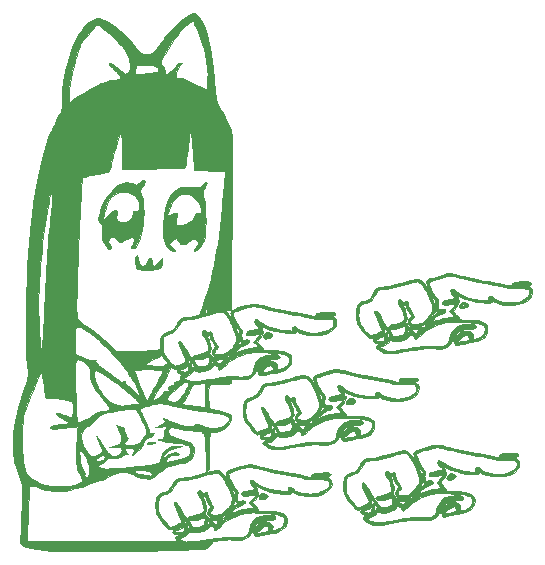
<source format=gbr>
G04 #@! TF.FileFunction,Legend,Top*
%FSLAX46Y46*%
G04 Gerber Fmt 4.6, Leading zero omitted, Abs format (unit mm)*
G04 Created by KiCad (PCBNEW 4.0.5+dfsg1-4) date Sun Sep 22 15:40:00 2019*
%MOMM*%
%LPD*%
G01*
G04 APERTURE LIST*
%ADD10C,0.100000*%
%ADD11C,0.010000*%
G04 APERTURE END LIST*
D10*
D11*
G36*
X41342595Y-17850305D02*
X41496433Y-17917152D01*
X41666038Y-18055056D01*
X41749964Y-18141431D01*
X41934014Y-18385806D01*
X42110485Y-18708737D01*
X42277566Y-19104308D01*
X42433443Y-19566604D01*
X42576304Y-20089711D01*
X42704336Y-20667714D01*
X42815728Y-21294698D01*
X42900134Y-21895000D01*
X42916486Y-22046576D01*
X42936579Y-22263931D01*
X42958853Y-22528344D01*
X42981748Y-22821094D01*
X43003704Y-23123461D01*
X43009473Y-23207334D01*
X43047696Y-23719249D01*
X43088867Y-24175382D01*
X43132263Y-24569677D01*
X43177161Y-24896080D01*
X43222838Y-25148538D01*
X43258110Y-25288814D01*
X43310162Y-25417226D01*
X43393752Y-25579935D01*
X43491096Y-25742419D01*
X43494308Y-25747334D01*
X43591531Y-25908533D01*
X43712817Y-26129149D01*
X43849085Y-26390691D01*
X43991255Y-26674663D01*
X44130249Y-26962575D01*
X44256985Y-27235931D01*
X44362385Y-27476240D01*
X44437369Y-27665008D01*
X44441477Y-27676470D01*
X44475561Y-27777945D01*
X44502138Y-27875414D01*
X44522589Y-27982215D01*
X44538297Y-28111683D01*
X44550643Y-28277156D01*
X44561009Y-28491971D01*
X44570776Y-28769465D01*
X44577430Y-28988803D01*
X44581353Y-29183846D01*
X44584093Y-29455442D01*
X44585676Y-29795486D01*
X44586131Y-30195872D01*
X44585483Y-30648496D01*
X44583760Y-31145253D01*
X44580988Y-31678038D01*
X44577196Y-32238745D01*
X44572409Y-32819270D01*
X44566654Y-33411507D01*
X44561028Y-33917667D01*
X44553462Y-34562765D01*
X44545604Y-35238569D01*
X44537593Y-35932711D01*
X44529570Y-36632822D01*
X44521675Y-37326534D01*
X44514047Y-38001478D01*
X44506828Y-38645286D01*
X44500156Y-39245590D01*
X44494173Y-39790021D01*
X44489018Y-40266210D01*
X44487533Y-40405250D01*
X44460185Y-42977000D01*
X44327676Y-42977578D01*
X44202302Y-42985548D01*
X44108132Y-43001534D01*
X44060163Y-43020180D01*
X44057521Y-43051443D01*
X44105744Y-43113738D01*
X44159178Y-43171320D01*
X44253714Y-43286325D01*
X44362685Y-43440350D01*
X44451184Y-43581281D01*
X44520241Y-43695826D01*
X44564491Y-43761797D01*
X44576222Y-43767935D01*
X44573684Y-43760167D01*
X44509516Y-43562282D01*
X44462960Y-43369422D01*
X44448411Y-43270805D01*
X44649885Y-43270805D01*
X44687018Y-43419371D01*
X44755250Y-43605012D01*
X44846739Y-43810979D01*
X44953648Y-44020524D01*
X45068135Y-44216899D01*
X45182361Y-44383356D01*
X45259665Y-44474883D01*
X45381970Y-44624241D01*
X45439568Y-44746456D01*
X45429722Y-44834097D01*
X45401667Y-44860834D01*
X45375558Y-44917976D01*
X45362292Y-45030115D01*
X45362021Y-45168539D01*
X45374900Y-45304535D01*
X45398748Y-45403491D01*
X45428287Y-45464348D01*
X45472312Y-45488761D01*
X45556765Y-45483653D01*
X45642165Y-45468439D01*
X45836539Y-45443878D01*
X45961173Y-45459232D01*
X46021979Y-45516399D01*
X46028753Y-45592560D01*
X46021162Y-45638728D01*
X46002787Y-45677560D01*
X45962119Y-45716574D01*
X45887648Y-45763287D01*
X45767865Y-45825218D01*
X45591261Y-45909885D01*
X45419485Y-45990537D01*
X45342550Y-46037994D01*
X45240226Y-46116212D01*
X45125181Y-46213301D01*
X45010086Y-46317369D01*
X44907610Y-46416526D01*
X44830423Y-46498879D01*
X44791194Y-46552539D01*
X44802593Y-46565613D01*
X44809000Y-46563510D01*
X44878734Y-46535928D01*
X45000193Y-46486572D01*
X45145247Y-46426886D01*
X45427342Y-46329048D01*
X45764232Y-46242550D01*
X46126176Y-46174020D01*
X46473086Y-46130980D01*
X46803673Y-46101974D01*
X46586165Y-45871992D01*
X46368657Y-45642009D01*
X46585221Y-45405054D01*
X46700128Y-45272835D01*
X46797900Y-45148784D01*
X46858379Y-45058562D01*
X46860399Y-45054753D01*
X46919012Y-44941408D01*
X46636589Y-45015097D01*
X46417157Y-45060378D01*
X46198023Y-45084960D01*
X46000390Y-45088298D01*
X45845464Y-45069848D01*
X45764403Y-45037525D01*
X45711280Y-44957986D01*
X45728528Y-44866488D01*
X45808773Y-44784594D01*
X45859990Y-44758042D01*
X45952875Y-44728187D01*
X46103080Y-44689042D01*
X46284749Y-44647137D01*
X46373075Y-44628463D01*
X46549218Y-44589052D01*
X46694739Y-44550317D01*
X46788944Y-44518075D01*
X46811242Y-44505358D01*
X46811353Y-44450255D01*
X46734626Y-44364003D01*
X46718562Y-44350176D01*
X46585118Y-44210147D01*
X46539235Y-44132135D01*
X46805491Y-44132135D01*
X46815791Y-44155793D01*
X46858416Y-44201239D01*
X46882921Y-44191917D01*
X46883334Y-44185999D01*
X46853265Y-44150192D01*
X46834459Y-44137124D01*
X46805491Y-44132135D01*
X46539235Y-44132135D01*
X46497926Y-44061902D01*
X46461563Y-43921813D01*
X46480603Y-43806252D01*
X46547373Y-43737552D01*
X46589359Y-43716065D01*
X46625923Y-43710127D01*
X46672238Y-43727636D01*
X46743481Y-43776491D01*
X46854828Y-43864590D01*
X46968000Y-43956471D01*
X47299597Y-44178162D01*
X47702338Y-44364642D01*
X48169425Y-44513767D01*
X48694059Y-44623390D01*
X49269440Y-44691367D01*
X49305386Y-44694072D01*
X49716606Y-44724042D01*
X49665220Y-44587664D01*
X49636411Y-44489438D01*
X49653631Y-44427146D01*
X49713773Y-44370310D01*
X49797557Y-44312452D01*
X49854681Y-44289334D01*
X49904925Y-44316915D01*
X49992577Y-44388276D01*
X50072241Y-44462490D01*
X50194625Y-44569597D01*
X50317459Y-44656976D01*
X50379940Y-44690457D01*
X50639191Y-44774924D01*
X50952272Y-44838991D01*
X51289775Y-44877760D01*
X51561167Y-44887252D01*
X52000106Y-44859071D01*
X52378292Y-44779750D01*
X52693027Y-44650180D01*
X52941611Y-44471250D01*
X52997809Y-44413738D01*
X53090708Y-44298641D01*
X53135425Y-44197017D01*
X53148424Y-44067666D01*
X53148667Y-44036187D01*
X53142062Y-43902303D01*
X53113915Y-43821455D01*
X53051730Y-43762497D01*
X53034060Y-43750559D01*
X52968516Y-43716344D01*
X52886881Y-43696133D01*
X52769946Y-43688021D01*
X52598497Y-43690102D01*
X52473143Y-43694938D01*
X52129335Y-43706932D01*
X51849864Y-43708524D01*
X51614862Y-43698123D01*
X51404457Y-43674135D01*
X51198782Y-43634968D01*
X50977965Y-43579029D01*
X50958050Y-43573502D01*
X50718491Y-43513243D01*
X50455818Y-43457586D01*
X50211442Y-43414934D01*
X50107832Y-43400970D01*
X49840078Y-43363503D01*
X49504284Y-43305799D01*
X49113890Y-43230627D01*
X48682337Y-43140756D01*
X48223065Y-43038955D01*
X47749516Y-42927993D01*
X47421804Y-42847620D01*
X47155331Y-42783206D01*
X46905373Y-42726827D01*
X46687770Y-42681745D01*
X46518361Y-42651218D01*
X46412986Y-42638507D01*
X46404953Y-42638334D01*
X46280139Y-42650595D01*
X46104291Y-42684329D01*
X45892332Y-42734958D01*
X45659187Y-42797904D01*
X45419778Y-42868592D01*
X45189028Y-42942444D01*
X44981862Y-43014883D01*
X44813202Y-43081331D01*
X44697972Y-43137213D01*
X44651690Y-43176062D01*
X44649885Y-43270805D01*
X44448411Y-43270805D01*
X44438846Y-43205972D01*
X44442001Y-43096315D01*
X44442120Y-43095840D01*
X44468924Y-43034629D01*
X44525658Y-42981838D01*
X44628793Y-42926601D01*
X44794798Y-42858053D01*
X44813616Y-42850770D01*
X45093185Y-42749459D01*
X45387002Y-42654281D01*
X45677613Y-42569909D01*
X45947563Y-42501011D01*
X46179398Y-42452260D01*
X46355662Y-42428324D01*
X46398606Y-42426667D01*
X46519319Y-42437550D01*
X46706692Y-42468248D01*
X46945833Y-42515836D01*
X47221847Y-42577389D01*
X47464138Y-42635953D01*
X47937533Y-42751112D01*
X48405276Y-42858927D01*
X48854260Y-42956705D01*
X49271378Y-43041754D01*
X49643523Y-43111379D01*
X49957587Y-43162888D01*
X50155348Y-43188927D01*
X50374611Y-43220773D01*
X50632298Y-43269674D01*
X50886078Y-43327243D01*
X50989667Y-43354275D01*
X51204593Y-43408816D01*
X51420381Y-43455811D01*
X51605477Y-43488725D01*
X51688167Y-43498951D01*
X51817909Y-43508929D01*
X51869972Y-43508121D01*
X51850778Y-43495478D01*
X51802592Y-43480256D01*
X51685051Y-43423883D01*
X51633691Y-43351158D01*
X51655629Y-43275891D01*
X51683908Y-43250046D01*
X51777130Y-43211120D01*
X51935209Y-43175197D01*
X52138338Y-43144685D01*
X52366710Y-43121990D01*
X52600517Y-43109519D01*
X52819952Y-43109680D01*
X52834425Y-43110233D01*
X53021989Y-43121401D01*
X53143151Y-43138951D01*
X53216141Y-43166922D01*
X53255006Y-43203365D01*
X53294432Y-43300870D01*
X53253265Y-43373888D01*
X53132283Y-43421324D01*
X53095392Y-43428160D01*
X52924359Y-43455509D01*
X53078374Y-43534524D01*
X53247671Y-43656853D01*
X53344938Y-43818151D01*
X53376607Y-44029177D01*
X53376616Y-44033300D01*
X53336328Y-44277535D01*
X53218226Y-44497496D01*
X53026449Y-44690163D01*
X52765139Y-44852518D01*
X52438435Y-44981541D01*
X52050479Y-45074213D01*
X51921000Y-45094724D01*
X51631697Y-45114660D01*
X51306727Y-45102561D01*
X50970418Y-45062211D01*
X50647099Y-44997392D01*
X50361098Y-44911887D01*
X50155376Y-44820186D01*
X50047430Y-44762259D01*
X49993718Y-44745032D01*
X49975444Y-44766365D01*
X49973667Y-44799507D01*
X49954001Y-44858226D01*
X49888719Y-44896927D01*
X49768392Y-44917172D01*
X49583591Y-44920523D01*
X49324888Y-44908541D01*
X49318064Y-44908102D01*
X48782181Y-44853959D01*
X48280797Y-44764639D01*
X47825092Y-44643242D01*
X47426248Y-44492872D01*
X47095445Y-44316631D01*
X47031500Y-44273705D01*
X46904500Y-44184466D01*
X47001399Y-44308205D01*
X47071102Y-44433295D01*
X47073298Y-44545772D01*
X47070977Y-44643144D01*
X47113982Y-44684804D01*
X47178334Y-44748385D01*
X47181120Y-44861338D01*
X47124551Y-45017350D01*
X47010838Y-45210105D01*
X46859261Y-45412490D01*
X46667143Y-45648358D01*
X46972892Y-45963679D01*
X47108090Y-46104329D01*
X47190153Y-46195428D01*
X47225400Y-46247708D01*
X47220151Y-46271897D01*
X47180725Y-46278725D01*
X47158599Y-46279000D01*
X47082124Y-46287071D01*
X47066053Y-46306495D01*
X47066215Y-46306659D01*
X47115259Y-46316800D01*
X47235436Y-46328630D01*
X47413251Y-46341207D01*
X47635210Y-46353585D01*
X47887819Y-46364820D01*
X47909353Y-46365657D01*
X48299125Y-46385412D01*
X48615583Y-46413330D01*
X48869899Y-46451985D01*
X49073242Y-46503953D01*
X49236780Y-46571808D01*
X49371685Y-46658123D01*
X49442700Y-46719060D01*
X49523413Y-46800818D01*
X49568355Y-46873194D01*
X49587946Y-46965644D01*
X49592609Y-47107624D01*
X49592667Y-47142935D01*
X49566505Y-47414854D01*
X49482806Y-47635980D01*
X49333751Y-47824053D01*
X49265812Y-47884432D01*
X49132834Y-47978723D01*
X48974020Y-48059208D01*
X48776067Y-48130361D01*
X48525673Y-48196657D01*
X48209534Y-48262568D01*
X48058998Y-48290309D01*
X47820528Y-48334691D01*
X47591335Y-48380336D01*
X47394365Y-48422477D01*
X47252562Y-48456348D01*
X47229837Y-48462560D01*
X47088804Y-48494104D01*
X46970510Y-48505697D01*
X46923019Y-48500660D01*
X46851255Y-48440983D01*
X46808307Y-48341535D01*
X46810541Y-48244826D01*
X46812620Y-48240541D01*
X47058246Y-48240541D01*
X47090230Y-48262414D01*
X47147917Y-48252207D01*
X47230720Y-48232939D01*
X47372339Y-48203492D01*
X47548299Y-48168879D01*
X47636697Y-48152103D01*
X48030228Y-48078333D01*
X48002327Y-47908917D01*
X47963126Y-47751563D01*
X47903573Y-47664559D01*
X47813362Y-47634187D01*
X47795574Y-47633667D01*
X47690372Y-47662131D01*
X47550348Y-47737270D01*
X47398280Y-47843709D01*
X47256947Y-47966068D01*
X47179212Y-48049769D01*
X47087667Y-48171206D01*
X47058246Y-48240541D01*
X46812620Y-48240541D01*
X46818346Y-48228740D01*
X46806503Y-48194098D01*
X46746132Y-48184000D01*
X46648527Y-48165934D01*
X46600771Y-48138505D01*
X46564173Y-48131786D01*
X46535819Y-48200926D01*
X46528278Y-48236923D01*
X46453630Y-48406940D01*
X46297602Y-48561428D01*
X46062425Y-48698191D01*
X46057834Y-48700314D01*
X45972473Y-48736946D01*
X45890299Y-48762784D01*
X45794993Y-48779437D01*
X45670241Y-48788515D01*
X45499727Y-48791629D01*
X45267133Y-48790390D01*
X45158250Y-48789102D01*
X44470334Y-48780371D01*
X44470334Y-48967530D01*
X44466212Y-49063734D01*
X44446563Y-49134451D01*
X44400457Y-49182919D01*
X44316968Y-49212378D01*
X44185166Y-49226067D01*
X43994125Y-49227226D01*
X43732915Y-49219093D01*
X43634999Y-49215152D01*
X43315256Y-49205570D01*
X43069271Y-49207777D01*
X42886717Y-49223672D01*
X42757263Y-49255157D01*
X42670583Y-49304130D01*
X42616348Y-49372492D01*
X42601600Y-49405233D01*
X42578959Y-49515346D01*
X42564870Y-49698079D01*
X42559450Y-49941808D01*
X42562818Y-50234905D01*
X42575092Y-50565747D01*
X42587498Y-50789074D01*
X42601713Y-50997162D01*
X42615808Y-51135876D01*
X42633419Y-51220425D01*
X42658181Y-51266016D01*
X42693729Y-51287860D01*
X42707763Y-51292259D01*
X42782800Y-51312153D01*
X42920393Y-51347675D01*
X43100987Y-51393805D01*
X43305027Y-51445527D01*
X43306167Y-51445815D01*
X43633098Y-51531272D01*
X43916256Y-51611088D01*
X44146267Y-51682334D01*
X44313762Y-51742080D01*
X44409370Y-51787399D01*
X44417417Y-51793152D01*
X44457997Y-51873913D01*
X44467400Y-52014730D01*
X44446066Y-52197115D01*
X44403649Y-52372517D01*
X44297188Y-52597126D01*
X44119934Y-52813527D01*
X43885547Y-53007489D01*
X43673622Y-53133153D01*
X43519129Y-53204753D01*
X43391050Y-53242379D01*
X43248774Y-53254729D01*
X43114797Y-53252855D01*
X42949094Y-53251078D01*
X42846290Y-53261994D01*
X42785059Y-53289630D01*
X42755841Y-53320635D01*
X42709124Y-53408472D01*
X42671060Y-53536912D01*
X42641070Y-53712735D01*
X42618577Y-53942720D01*
X42603002Y-54233646D01*
X42593769Y-54592294D01*
X42590300Y-55025442D01*
X42590510Y-55261032D01*
X42591512Y-55619719D01*
X42591565Y-55902886D01*
X42590063Y-56119675D01*
X42586402Y-56279232D01*
X42579978Y-56390702D01*
X42570184Y-56463229D01*
X42556416Y-56505958D01*
X42538070Y-56528034D01*
X42514541Y-56538600D01*
X42505843Y-56541037D01*
X42420413Y-56560638D01*
X42385417Y-56565422D01*
X42373570Y-56525907D01*
X42363424Y-56417277D01*
X42355916Y-56255079D01*
X42351980Y-56054862D01*
X42351678Y-56005084D01*
X42348296Y-55700733D01*
X42340667Y-55375972D01*
X42329482Y-55043917D01*
X42315435Y-54717681D01*
X42299219Y-54410381D01*
X42281527Y-54135130D01*
X42263051Y-53905045D01*
X42244484Y-53733239D01*
X42226519Y-53632829D01*
X42226324Y-53632160D01*
X42164379Y-53490614D01*
X42074427Y-53354681D01*
X42060815Y-53338762D01*
X42010841Y-53285352D01*
X41962091Y-53247798D01*
X41898444Y-53222222D01*
X41803777Y-53204743D01*
X41661967Y-53191485D01*
X41456893Y-53178567D01*
X41375511Y-53173885D01*
X41081707Y-53155874D01*
X40849269Y-53137778D01*
X40654953Y-53116397D01*
X40475516Y-53088534D01*
X40287715Y-53050990D01*
X40068305Y-53000566D01*
X40004167Y-52985182D01*
X39771014Y-52930962D01*
X39603170Y-52899435D01*
X39484244Y-52891075D01*
X39397848Y-52906358D01*
X39327589Y-52945758D01*
X39260077Y-53006744D01*
X39157295Y-53156002D01*
X39135673Y-53308761D01*
X39192792Y-53455009D01*
X39326230Y-53584733D01*
X39412167Y-53635892D01*
X39481918Y-53662814D01*
X39616317Y-53707364D01*
X39798515Y-53764210D01*
X40011667Y-53828022D01*
X40107731Y-53856011D01*
X40443371Y-53957604D01*
X40706816Y-54048784D01*
X40909121Y-54134562D01*
X41061340Y-54219953D01*
X41174528Y-54309967D01*
X41222733Y-54361572D01*
X41328088Y-54531723D01*
X41365803Y-54721383D01*
X41339417Y-54949772D01*
X41334764Y-54969786D01*
X41265270Y-55218450D01*
X41181824Y-55418174D01*
X41073891Y-55576608D01*
X40930939Y-55701403D01*
X40742433Y-55800210D01*
X40497840Y-55880679D01*
X40186626Y-55950463D01*
X39919500Y-55997708D01*
X39562446Y-56069843D01*
X39254096Y-56165421D01*
X38972447Y-56295233D01*
X38695496Y-56470071D01*
X38401239Y-56700724D01*
X38289667Y-56797008D01*
X38068045Y-56983227D01*
X37886073Y-57113427D01*
X37728153Y-57195748D01*
X37578691Y-57238330D01*
X37423011Y-57249323D01*
X37179007Y-57226952D01*
X36904418Y-57170568D01*
X36625691Y-57088384D01*
X36369275Y-56988613D01*
X36161617Y-56879470D01*
X36104326Y-56839798D01*
X35889288Y-56726137D01*
X35619899Y-56665988D01*
X35309708Y-56662284D01*
X35291264Y-56663818D01*
X35040701Y-56696582D01*
X34811678Y-56753168D01*
X34579194Y-56842265D01*
X34318251Y-56972563D01*
X34178432Y-57050641D01*
X33871109Y-57210319D01*
X33573485Y-57326912D01*
X33339746Y-57394802D01*
X33115166Y-57458440D01*
X32850463Y-57542243D01*
X32583664Y-57633811D01*
X32413314Y-57696931D01*
X31832408Y-57907371D01*
X31304445Y-58068088D01*
X30815734Y-58181592D01*
X30352582Y-58250391D01*
X29901296Y-58276995D01*
X29448184Y-58263911D01*
X29357334Y-58256855D01*
X29105418Y-58232144D01*
X28895010Y-58201917D01*
X28698121Y-58159912D01*
X28486759Y-58099861D01*
X28232933Y-58015501D01*
X28150834Y-57986809D01*
X27884321Y-57901247D01*
X27673567Y-57850986D01*
X27524729Y-57837042D01*
X27443966Y-57860431D01*
X27436905Y-57869050D01*
X27419157Y-57937358D01*
X27400044Y-58082270D01*
X27380100Y-58295744D01*
X27359858Y-58569740D01*
X27339850Y-58896214D01*
X27320611Y-59267127D01*
X27302671Y-59674437D01*
X27286566Y-60110101D01*
X27284767Y-60164334D01*
X27273110Y-60517719D01*
X27261290Y-60871239D01*
X27249874Y-61208355D01*
X27239425Y-61512532D01*
X27230508Y-61767232D01*
X27223687Y-61955918D01*
X27223008Y-61974084D01*
X27203528Y-62492667D01*
X39940667Y-62492667D01*
X39853436Y-62405436D01*
X39784592Y-62285030D01*
X39782714Y-62256512D01*
X40100146Y-62256512D01*
X40101093Y-62302642D01*
X40167176Y-62365945D01*
X40246088Y-62412762D01*
X40428280Y-62499018D01*
X40573094Y-62546244D01*
X40713843Y-62562005D01*
X40872000Y-62554909D01*
X41013462Y-62543961D01*
X41209735Y-62530411D01*
X41431086Y-62516253D01*
X41582639Y-62507190D01*
X41775063Y-62493178D01*
X41934545Y-62476138D01*
X42043182Y-62458338D01*
X42082554Y-62443774D01*
X42136639Y-62417952D01*
X42227781Y-62408000D01*
X42311174Y-62401204D01*
X42460402Y-62382457D01*
X42657867Y-62354222D01*
X42885975Y-62318958D01*
X43019033Y-62297308D01*
X43454794Y-62234718D01*
X43869890Y-62197094D01*
X44295147Y-62182833D01*
X44761388Y-62190333D01*
X44936000Y-62197615D01*
X45235870Y-62196309D01*
X45474027Y-62158031D01*
X45666760Y-62078741D01*
X45798388Y-61983769D01*
X45892736Y-61883171D01*
X45943319Y-61770350D01*
X45965558Y-61643617D01*
X45999437Y-61478209D01*
X46057958Y-61292471D01*
X46097913Y-61194529D01*
X46263399Y-60902590D01*
X46466880Y-60674502D01*
X46715530Y-60506263D01*
X47016523Y-60393871D01*
X47377033Y-60333326D01*
X47666500Y-60319667D01*
X47909090Y-60325621D01*
X48077810Y-60350416D01*
X48182026Y-60397404D01*
X48231105Y-60469938D01*
X48238000Y-60524167D01*
X48224472Y-60596464D01*
X48176422Y-60650854D01*
X48082653Y-60691309D01*
X47931967Y-60721799D01*
X47713165Y-60746294D01*
X47581220Y-60757046D01*
X47271024Y-60789969D01*
X47030427Y-60839297D01*
X46845136Y-60910004D01*
X46700859Y-61007063D01*
X46617352Y-61092472D01*
X46545857Y-61185207D01*
X46505590Y-61252509D01*
X46502334Y-61264786D01*
X46488789Y-61331152D01*
X46473360Y-61377954D01*
X46484988Y-61386646D01*
X46541483Y-61341271D01*
X46631695Y-61251251D01*
X46662811Y-61217879D01*
X46859722Y-61037275D01*
X47060324Y-60930520D01*
X47287252Y-60888943D01*
X47501544Y-60896637D01*
X47737652Y-60946451D01*
X47901597Y-61039280D01*
X47992763Y-61174423D01*
X48010533Y-61351178D01*
X47991653Y-61455128D01*
X47967030Y-61562667D01*
X47958053Y-61628137D01*
X47959546Y-61635658D01*
X48002532Y-61629964D01*
X48104283Y-61603969D01*
X48242953Y-61563262D01*
X48245826Y-61562376D01*
X48544671Y-61445619D01*
X48765518Y-61302315D01*
X48911893Y-61128782D01*
X48987320Y-60921334D01*
X49000000Y-60774061D01*
X48994592Y-60636650D01*
X48969046Y-60550481D01*
X48909381Y-60482353D01*
X48860766Y-60443443D01*
X48724878Y-60360717D01*
X48552495Y-60296034D01*
X48332955Y-60247318D01*
X48055595Y-60212495D01*
X47709752Y-60189487D01*
X47518334Y-60182096D01*
X47260723Y-60171756D01*
X47011660Y-60157878D01*
X46792731Y-60141935D01*
X46625524Y-60125404D01*
X46565696Y-60116982D01*
X46330943Y-60101528D01*
X46039947Y-60120893D01*
X45712268Y-60172184D01*
X45367466Y-60252509D01*
X45097110Y-60334161D01*
X44752461Y-60460506D01*
X44456076Y-60596596D01*
X44185630Y-60756158D01*
X43918793Y-60952918D01*
X43633238Y-61200600D01*
X43528056Y-61298721D01*
X43360294Y-61451114D01*
X43237968Y-61546269D01*
X43151249Y-61591088D01*
X43104723Y-61595981D01*
X43036313Y-61567686D01*
X43011495Y-61492737D01*
X43010030Y-61448473D01*
X43003857Y-61367081D01*
X42970564Y-61320948D01*
X42888455Y-61291538D01*
X42805818Y-61274029D01*
X42682811Y-61252750D01*
X42616419Y-61256989D01*
X42580598Y-61293950D01*
X42560214Y-61341965D01*
X42495336Y-61450134D01*
X42381084Y-61544297D01*
X42202244Y-61636096D01*
X42143207Y-61661047D01*
X41979882Y-61709287D01*
X41773073Y-61744328D01*
X41551063Y-61764097D01*
X41342134Y-61766517D01*
X41174571Y-61749513D01*
X41122857Y-61735915D01*
X41032435Y-61710793D01*
X40969789Y-61723760D01*
X40902571Y-61786943D01*
X40863805Y-61833058D01*
X40773098Y-61917338D01*
X40638548Y-62013449D01*
X40484400Y-62107234D01*
X40334895Y-62184535D01*
X40214279Y-62231194D01*
X40169237Y-62238667D01*
X40100146Y-62256512D01*
X39782714Y-62256512D01*
X39779352Y-62205466D01*
X39800087Y-62132111D01*
X39856132Y-62088116D01*
X39971105Y-62055840D01*
X39983000Y-62053350D01*
X40173500Y-62013974D01*
X39912054Y-61964774D01*
X39762755Y-61930087D01*
X39641277Y-61890121D01*
X39583971Y-61860271D01*
X39524099Y-61762693D01*
X39532434Y-61688017D01*
X39771334Y-61688017D01*
X39808781Y-61724981D01*
X39923209Y-61750480D01*
X40117747Y-61765115D01*
X40182594Y-61767235D01*
X40320300Y-61764752D01*
X40399409Y-61743049D01*
X40445196Y-61694489D01*
X40449626Y-61686541D01*
X40477988Y-61584960D01*
X40479881Y-61540167D01*
X40710595Y-61540167D01*
X40712457Y-61622901D01*
X40721097Y-61625347D01*
X40740019Y-61561334D01*
X40797333Y-61463579D01*
X40862506Y-61413838D01*
X40907374Y-61376017D01*
X42226667Y-61376017D01*
X42247259Y-61388688D01*
X42303536Y-61334307D01*
X42316733Y-61317917D01*
X42353345Y-61267773D01*
X42331423Y-61278285D01*
X42300750Y-61301934D01*
X42242120Y-61354156D01*
X42226667Y-61376017D01*
X40907374Y-61376017D01*
X40924681Y-61361429D01*
X40927156Y-61278244D01*
X40868909Y-61152881D01*
X40834149Y-61097176D01*
X40766167Y-60992852D01*
X40738125Y-61203009D01*
X40721258Y-61356290D01*
X40711555Y-61496726D01*
X40710595Y-61540167D01*
X40479881Y-61540167D01*
X40483391Y-61457169D01*
X40482865Y-61450558D01*
X40469834Y-61301034D01*
X40120584Y-61476146D01*
X39967874Y-61556436D01*
X39849050Y-61625998D01*
X39781022Y-61674571D01*
X39771334Y-61688017D01*
X39532434Y-61688017D01*
X39537548Y-61642202D01*
X39612584Y-61526505D01*
X39662286Y-61462110D01*
X39653740Y-61444059D01*
X39644334Y-61446942D01*
X39469634Y-61510609D01*
X39351641Y-61542292D01*
X39269272Y-61543435D01*
X39201444Y-61515480D01*
X39152856Y-61480577D01*
X39078551Y-61413167D01*
X39729000Y-61413167D01*
X39750167Y-61434334D01*
X39771334Y-61413167D01*
X39750167Y-61392000D01*
X39729000Y-61413167D01*
X39078551Y-61413167D01*
X39068570Y-61404113D01*
X38952631Y-61286037D01*
X38827752Y-61149638D01*
X38806678Y-61125627D01*
X38561777Y-60833184D01*
X38375268Y-60579339D01*
X38240654Y-60348304D01*
X38151437Y-60124289D01*
X38101120Y-59891508D01*
X38083206Y-59634172D01*
X38085973Y-59508167D01*
X38315343Y-59508167D01*
X38319225Y-59780455D01*
X38339813Y-59992572D01*
X38385030Y-60168555D01*
X38462796Y-60332443D01*
X38581031Y-60508273D01*
X38691985Y-60651167D01*
X38809095Y-60792246D01*
X38939795Y-60941598D01*
X39071136Y-61085436D01*
X39190175Y-61209975D01*
X39283965Y-61301428D01*
X39339559Y-61346009D01*
X39346554Y-61348213D01*
X39391182Y-61329877D01*
X39495688Y-61281094D01*
X39644273Y-61209379D01*
X39746239Y-61159167D01*
X40237000Y-61159167D01*
X40258167Y-61180334D01*
X40279334Y-61159167D01*
X40267026Y-61146859D01*
X40300500Y-61146859D01*
X40458851Y-61081256D01*
X40575117Y-61030679D01*
X40662980Y-60988312D01*
X40675104Y-60981577D01*
X40695432Y-60947044D01*
X40670355Y-60882744D01*
X40593721Y-60775271D01*
X40562363Y-60735834D01*
X40481747Y-60641917D01*
X40431654Y-60595755D01*
X40422425Y-60606785D01*
X40423157Y-60608834D01*
X40474456Y-60779836D01*
X40477351Y-60903742D01*
X40430669Y-61003727D01*
X40401408Y-61038428D01*
X40300500Y-61146859D01*
X40267026Y-61146859D01*
X40258167Y-61138000D01*
X40237000Y-61159167D01*
X39746239Y-61159167D01*
X39813667Y-61125963D01*
X40007881Y-61027063D01*
X40136573Y-60954123D01*
X40211568Y-60898667D01*
X40244694Y-60852223D01*
X40248836Y-60814168D01*
X40228155Y-60745552D01*
X40177267Y-60616231D01*
X40102725Y-60441771D01*
X40011085Y-60237735D01*
X39956852Y-60120853D01*
X39821446Y-59820519D01*
X39729191Y-59586488D01*
X39678826Y-59412979D01*
X39669093Y-59294210D01*
X39698732Y-59224400D01*
X39756032Y-59198924D01*
X39793626Y-59199515D01*
X39832592Y-59218214D01*
X39879174Y-59263731D01*
X39939613Y-59344774D01*
X40020155Y-59470055D01*
X40127043Y-59648281D01*
X40266519Y-59888162D01*
X40333473Y-60004442D01*
X40457856Y-60206966D01*
X40604462Y-60425341D01*
X40745461Y-60618452D01*
X40771732Y-60651921D01*
X40895376Y-60815722D01*
X41011417Y-60984717D01*
X41098686Y-61127725D01*
X41112670Y-61154072D01*
X41217655Y-61360643D01*
X41499911Y-61332232D01*
X41762493Y-61299184D01*
X41952940Y-61255580D01*
X42083749Y-61193289D01*
X42167418Y-61104180D01*
X42216443Y-60980122D01*
X42218010Y-60971165D01*
X42438334Y-60971165D01*
X42455354Y-61038806D01*
X42516642Y-61048242D01*
X42584865Y-61026936D01*
X42629916Y-61000717D01*
X42615293Y-60960007D01*
X42582670Y-60922101D01*
X42505734Y-60867475D01*
X42454118Y-60891046D01*
X42438334Y-60971165D01*
X42218010Y-60971165D01*
X42238980Y-60851364D01*
X42239999Y-60773575D01*
X42738195Y-60773575D01*
X42821326Y-60846600D01*
X42926226Y-60932278D01*
X43030949Y-61013551D01*
X43113548Y-61073358D01*
X43151422Y-61094763D01*
X43189904Y-61062642D01*
X43256817Y-60981882D01*
X43298329Y-60925430D01*
X43417491Y-60757000D01*
X43069023Y-60757000D01*
X42912004Y-60758837D01*
X42796268Y-60763732D01*
X42740256Y-60770762D01*
X42738195Y-60773575D01*
X42239999Y-60773575D01*
X42240989Y-60698099D01*
X42201969Y-60611350D01*
X42166395Y-60559123D01*
X42195295Y-60533364D01*
X42230070Y-60502080D01*
X42225627Y-60490117D01*
X42179609Y-60495177D01*
X42080011Y-60531818D01*
X41948163Y-60592162D01*
X41944814Y-60593819D01*
X41754497Y-60674556D01*
X41562887Y-60721817D01*
X41350157Y-60745030D01*
X41114264Y-60750310D01*
X40952838Y-60727241D01*
X40859951Y-60674024D01*
X40829675Y-60588860D01*
X40829667Y-60587153D01*
X40862560Y-60499603D01*
X40964716Y-60425893D01*
X41141349Y-60363394D01*
X41371360Y-60314019D01*
X41609914Y-60264744D01*
X41786794Y-60207488D01*
X41924961Y-60131979D01*
X42047376Y-60027947D01*
X42075693Y-59998930D01*
X42199885Y-59868301D01*
X42123121Y-59542686D01*
X42056000Y-59283153D01*
X41992594Y-59095891D01*
X41927910Y-58968953D01*
X41856957Y-58890392D01*
X41847715Y-58883599D01*
X41738814Y-58765519D01*
X41731361Y-58749904D01*
X42083904Y-58749904D01*
X42109433Y-58827722D01*
X42136129Y-58882824D01*
X42189251Y-59009745D01*
X42248018Y-59185153D01*
X42305222Y-59382663D01*
X42353651Y-59575896D01*
X42386096Y-59738466D01*
X42395721Y-59832720D01*
X42372419Y-59936359D01*
X42316431Y-60051297D01*
X42313495Y-60055813D01*
X42261432Y-60140252D01*
X42257547Y-60183728D01*
X42303277Y-60215873D01*
X42321698Y-60225147D01*
X42395000Y-60296157D01*
X42446740Y-60404997D01*
X42447468Y-60407750D01*
X42471509Y-60485236D01*
X42507660Y-60525753D01*
X42579413Y-60540522D01*
X42710256Y-60540764D01*
X42725294Y-60540465D01*
X42857163Y-60537100D01*
X42910481Y-60531975D01*
X42891353Y-60522099D01*
X42867793Y-60517243D01*
X43441159Y-60517243D01*
X43489273Y-60528927D01*
X43593913Y-60541867D01*
X43839325Y-60566500D01*
X43560167Y-60946474D01*
X43687167Y-60852394D01*
X43795106Y-60771529D01*
X43886207Y-60701839D01*
X43891596Y-60697627D01*
X43944052Y-60633118D01*
X43925259Y-60555194D01*
X43923499Y-60551870D01*
X43903625Y-60480854D01*
X43934279Y-60405218D01*
X43983652Y-60341206D01*
X44061136Y-60239510D01*
X44085820Y-60186263D01*
X44058525Y-60187878D01*
X43980073Y-60250767D01*
X43972917Y-60257414D01*
X43794641Y-60391779D01*
X43604603Y-60481308D01*
X43467019Y-60510117D01*
X43441159Y-60517243D01*
X42867793Y-60517243D01*
X42805884Y-60504483D01*
X42800788Y-60503502D01*
X42631186Y-60436302D01*
X42521503Y-60317181D01*
X42480979Y-60156379D01*
X42480928Y-60149060D01*
X42503771Y-60007779D01*
X42561169Y-59865630D01*
X42637189Y-59757310D01*
X42674136Y-59728334D01*
X42716546Y-59694583D01*
X42727062Y-59647430D01*
X42701076Y-59572632D01*
X42633982Y-59455945D01*
X42538569Y-59309246D01*
X42406435Y-59085715D01*
X42335202Y-58901465D01*
X42321235Y-58825870D01*
X42305033Y-58713219D01*
X42284057Y-58670513D01*
X42248194Y-58683201D01*
X42231583Y-58696877D01*
X42152374Y-58736695D01*
X42107045Y-58736047D01*
X42083904Y-58749904D01*
X41731361Y-58749904D01*
X41661281Y-58603080D01*
X41649362Y-58534542D01*
X41858545Y-58534542D01*
X41886485Y-58591043D01*
X41931925Y-58655200D01*
X41962994Y-58664118D01*
X41956206Y-58619721D01*
X41912285Y-58565242D01*
X41859864Y-58518197D01*
X41858545Y-58534542D01*
X41649362Y-58534542D01*
X41634261Y-58447717D01*
X41661090Y-58307424D01*
X41733161Y-58231830D01*
X41836817Y-58224814D01*
X41958399Y-58290253D01*
X42011743Y-58340513D01*
X42105009Y-58421432D01*
X42173321Y-58432793D01*
X42187477Y-58425828D01*
X42314315Y-58380814D01*
X42418446Y-58411870D01*
X42490810Y-58511509D01*
X42522348Y-58672242D01*
X42523000Y-58703153D01*
X42537131Y-58831077D01*
X42584800Y-58968156D01*
X42673925Y-59131493D01*
X42812421Y-59338193D01*
X42825296Y-59356308D01*
X42909510Y-59485427D01*
X42968497Y-59596881D01*
X42988667Y-59661814D01*
X42960241Y-59734721D01*
X42887912Y-59834578D01*
X42837812Y-59889033D01*
X42738409Y-60005822D01*
X42700100Y-60103896D01*
X42700228Y-60155028D01*
X42713500Y-60270167D01*
X43113382Y-60282449D01*
X43327546Y-60282899D01*
X43503990Y-60271408D01*
X43621143Y-60249521D01*
X43632676Y-60245268D01*
X43726389Y-60184617D01*
X43854880Y-60072808D01*
X44002501Y-59926692D01*
X44153606Y-59763125D01*
X44211111Y-59695179D01*
X44521971Y-59695179D01*
X44676069Y-59572224D01*
X44799933Y-59481065D01*
X44920659Y-59403880D01*
X44950446Y-59387546D01*
X45029050Y-59343913D01*
X45037219Y-59319765D01*
X44980468Y-59297178D01*
X44978453Y-59296538D01*
X44898430Y-59238999D01*
X44830743Y-59139650D01*
X44828081Y-59133710D01*
X44769981Y-59000167D01*
X44767557Y-59127167D01*
X44745744Y-59234605D01*
X44692178Y-59376278D01*
X44643552Y-59474673D01*
X44521971Y-59695179D01*
X44211111Y-59695179D01*
X44292546Y-59598959D01*
X44403673Y-59451049D01*
X44466057Y-59347668D01*
X44520773Y-59205259D01*
X44552115Y-59066770D01*
X44555000Y-59026015D01*
X44534018Y-58870922D01*
X44475866Y-58659692D01*
X44387739Y-58408303D01*
X44276830Y-58132733D01*
X44150333Y-57848957D01*
X44145715Y-57839506D01*
X44406380Y-57839506D01*
X44407731Y-57857167D01*
X44437462Y-57933585D01*
X44488872Y-58065468D01*
X44552837Y-58229418D01*
X44581040Y-58301667D01*
X44644623Y-58471603D01*
X44694952Y-58619423D01*
X44724326Y-58721929D01*
X44728585Y-58746167D01*
X44737534Y-58760142D01*
X44752646Y-58702823D01*
X44762838Y-58640334D01*
X44785516Y-58514546D01*
X44810537Y-58422533D01*
X44819377Y-58403070D01*
X44810995Y-58346638D01*
X44752360Y-58268497D01*
X44738230Y-58254904D01*
X44648726Y-58158373D01*
X44547049Y-58028544D01*
X44501322Y-57963000D01*
X44439060Y-57874622D01*
X44406380Y-57839506D01*
X44145715Y-57839506D01*
X44015443Y-57572953D01*
X44008905Y-57560834D01*
X44258667Y-57560834D01*
X44279834Y-57582000D01*
X44301000Y-57560834D01*
X44279834Y-57539667D01*
X44258667Y-57560834D01*
X44008905Y-57560834D01*
X43963228Y-57476167D01*
X44216334Y-57476167D01*
X44237500Y-57497334D01*
X44258667Y-57476167D01*
X44237500Y-57455000D01*
X44216334Y-57476167D01*
X43963228Y-57476167D01*
X43917551Y-57391500D01*
X44174000Y-57391500D01*
X44195167Y-57412667D01*
X44216334Y-57391500D01*
X44195167Y-57370334D01*
X44174000Y-57391500D01*
X43917551Y-57391500D01*
X43879354Y-57320699D01*
X43749258Y-57108171D01*
X43632350Y-56951346D01*
X43609659Y-56926475D01*
X43498937Y-56818390D01*
X43412458Y-56760730D01*
X43321002Y-56738270D01*
X43242812Y-56735334D01*
X43144025Y-56746560D01*
X42980478Y-56777774D01*
X42768699Y-56825272D01*
X42525212Y-56885353D01*
X42272472Y-56952676D01*
X42003062Y-57027071D01*
X41739422Y-57099802D01*
X41501079Y-57165485D01*
X41307559Y-57218740D01*
X41189500Y-57251144D01*
X41000384Y-57292820D01*
X40771247Y-57328853D01*
X40546730Y-57352419D01*
X40512167Y-57354698D01*
X40327671Y-57369286D01*
X40164415Y-57388839D01*
X40049072Y-57409926D01*
X40023576Y-57417543D01*
X39944985Y-57476800D01*
X39840887Y-57606735D01*
X39708645Y-57810781D01*
X39663743Y-57885852D01*
X39519278Y-58117676D01*
X39391300Y-58285843D01*
X39263232Y-58404640D01*
X39118502Y-58488354D01*
X38940534Y-58551274D01*
X38869593Y-58570447D01*
X38641499Y-58643613D01*
X38485287Y-58730785D01*
X38388396Y-58839828D01*
X38365614Y-58885964D01*
X38346682Y-58972715D01*
X38330816Y-59122487D01*
X38319762Y-59313642D01*
X38315343Y-59508167D01*
X38085973Y-59508167D01*
X38088762Y-59381167D01*
X38115618Y-59077732D01*
X38166778Y-58844966D01*
X38250314Y-58670444D01*
X38374295Y-58541739D01*
X38546792Y-58446425D01*
X38737397Y-58382434D01*
X38908821Y-58331134D01*
X39043561Y-58276719D01*
X39154845Y-58206892D01*
X39255904Y-58109352D01*
X39359964Y-57971799D01*
X39480255Y-57781935D01*
X39598295Y-57582000D01*
X39732474Y-57383292D01*
X39871723Y-57254921D01*
X40037178Y-57184095D01*
X40249975Y-57158024D01*
X40300500Y-57157052D01*
X40451534Y-57151469D01*
X40613390Y-57135198D01*
X40797299Y-57105875D01*
X41014489Y-57061139D01*
X41276191Y-56998627D01*
X41593635Y-56915976D01*
X41978050Y-56810823D01*
X42076403Y-56783406D01*
X42443189Y-56683516D01*
X42739834Y-56609456D01*
X42976371Y-56559856D01*
X43162838Y-56533345D01*
X43309269Y-56528554D01*
X43425701Y-56544112D01*
X43522169Y-56578648D01*
X43533700Y-56584426D01*
X43666291Y-56679740D01*
X43812246Y-56826366D01*
X43948958Y-56998972D01*
X44048120Y-57160862D01*
X44113871Y-57275880D01*
X44150795Y-57312429D01*
X44155631Y-57272755D01*
X44125114Y-57159103D01*
X44110952Y-57117615D01*
X44052793Y-56905079D01*
X44051790Y-56825971D01*
X44258667Y-56825971D01*
X44282204Y-56964650D01*
X44346207Y-57152121D01*
X44440765Y-57369126D01*
X44555969Y-57596409D01*
X44681906Y-57814712D01*
X44808666Y-58004779D01*
X44926338Y-58147353D01*
X44951141Y-58171463D01*
X45028875Y-58273465D01*
X45062261Y-58381485D01*
X45045349Y-58468072D01*
X45020667Y-58492167D01*
X44992569Y-58551502D01*
X44979881Y-58668360D01*
X44983486Y-58816850D01*
X45004267Y-58971084D01*
X45004308Y-58971290D01*
X45030283Y-59101164D01*
X45332392Y-59092999D01*
X45489148Y-59090091D01*
X45580371Y-59096229D01*
X45625152Y-59117821D01*
X45642583Y-59161277D01*
X45647662Y-59198830D01*
X45644649Y-59266043D01*
X45610179Y-59323467D01*
X45532079Y-59379731D01*
X45398175Y-59443468D01*
X45196295Y-59523308D01*
X45182865Y-59528380D01*
X44970057Y-59636367D01*
X44750541Y-59793579D01*
X44557236Y-59974419D01*
X44465918Y-60085867D01*
X44374091Y-60214827D01*
X44514985Y-60141968D01*
X44627233Y-60091163D01*
X44785667Y-60028209D01*
X44954690Y-59967190D01*
X45172105Y-59902389D01*
X45423944Y-59841822D01*
X45682064Y-59790985D01*
X45918322Y-59755373D01*
X46104577Y-59740483D01*
X46116295Y-59740352D01*
X46267017Y-59730104D01*
X46340751Y-59696331D01*
X46339557Y-59632075D01*
X46265493Y-59530381D01*
X46199074Y-59460605D01*
X46001648Y-59262596D01*
X46275754Y-58925839D01*
X46387974Y-58784438D01*
X46474416Y-58668703D01*
X46524602Y-58593095D01*
X46532411Y-58571633D01*
X46485654Y-58572298D01*
X46380824Y-58591238D01*
X46253624Y-58621135D01*
X46040611Y-58664635D01*
X45826671Y-58689386D01*
X45632530Y-58694809D01*
X45478916Y-58680326D01*
X45386558Y-58645361D01*
X45386497Y-58645311D01*
X45322317Y-58558649D01*
X45341313Y-58475697D01*
X45442037Y-58397465D01*
X45623041Y-58324963D01*
X45882876Y-58259200D01*
X45962515Y-58243454D01*
X46141156Y-58207299D01*
X46291420Y-58172267D01*
X46391482Y-58143667D01*
X46416478Y-58133068D01*
X46434801Y-58098627D01*
X46406685Y-58035870D01*
X46325521Y-57932709D01*
X46276695Y-57877394D01*
X46149914Y-57717489D01*
X46088203Y-57584918D01*
X46085135Y-57461658D01*
X46104696Y-57394963D01*
X46161162Y-57335962D01*
X46260271Y-57345583D01*
X46403805Y-57424362D01*
X46536939Y-57525256D01*
X46890577Y-57765511D01*
X47313593Y-57965228D01*
X47800063Y-58122573D01*
X48344061Y-58235711D01*
X48939664Y-58302808D01*
X49075145Y-58311110D01*
X49204261Y-58316022D01*
X49267676Y-58306616D01*
X49284233Y-58273181D01*
X49273410Y-58208900D01*
X49269439Y-58062755D01*
X49321851Y-57966939D01*
X49415321Y-57926768D01*
X49534524Y-57947555D01*
X49664136Y-58034614D01*
X49692791Y-58063475D01*
X49806098Y-58168754D01*
X49924910Y-58255136D01*
X49954377Y-58271726D01*
X50198961Y-58366777D01*
X50501109Y-58439142D01*
X50836036Y-58485804D01*
X51178954Y-58503748D01*
X51505079Y-58489957D01*
X51624667Y-58474973D01*
X51885118Y-58416801D01*
X52141413Y-58327394D01*
X52372378Y-58216595D01*
X52556840Y-58094243D01*
X52655960Y-57995630D01*
X52739340Y-57837970D01*
X52771802Y-57666933D01*
X52752386Y-57508610D01*
X52680130Y-57389093D01*
X52678362Y-57387478D01*
X52640564Y-57359278D01*
X52590384Y-57338493D01*
X52515402Y-57324012D01*
X52403201Y-57314720D01*
X52241362Y-57309504D01*
X52017465Y-57307251D01*
X51778778Y-57306834D01*
X51491543Y-57306130D01*
X51271838Y-57302911D01*
X51102529Y-57295512D01*
X50966484Y-57282266D01*
X50846571Y-57261511D01*
X50725657Y-57231581D01*
X50587500Y-57191082D01*
X50376871Y-57134940D01*
X50121387Y-57078426D01*
X49860416Y-57029835D01*
X49719667Y-57008221D01*
X49341568Y-56949332D01*
X48898346Y-56868660D01*
X48405755Y-56769470D01*
X47879548Y-56655030D01*
X47335477Y-56528605D01*
X46946834Y-56433321D01*
X46648108Y-56359653D01*
X46401952Y-56305009D01*
X46192496Y-56270516D01*
X46003873Y-56257301D01*
X45820213Y-56266490D01*
X45625647Y-56299211D01*
X45404305Y-56356590D01*
X45140320Y-56439754D01*
X44817821Y-56549829D01*
X44692584Y-56593390D01*
X44493587Y-56665624D01*
X44363570Y-56721209D01*
X44290117Y-56766802D01*
X44260811Y-56809057D01*
X44258667Y-56825971D01*
X44051790Y-56825971D01*
X44050778Y-56746226D01*
X44106363Y-56630102D01*
X44184291Y-56565931D01*
X44300854Y-56509098D01*
X44480772Y-56438143D01*
X44705148Y-56359012D01*
X44955082Y-56277649D01*
X45211677Y-56199998D01*
X45456034Y-56132005D01*
X45669254Y-56079615D01*
X45825000Y-56049820D01*
X45934148Y-56035049D01*
X46028323Y-56027244D01*
X46121993Y-56028511D01*
X46229625Y-56040954D01*
X46365688Y-56066677D01*
X46544651Y-56107784D01*
X46780981Y-56166381D01*
X46989167Y-56219154D01*
X47552038Y-56357376D01*
X48109944Y-56485139D01*
X48646077Y-56598949D01*
X49143630Y-56695310D01*
X49585793Y-56770728D01*
X49779092Y-56799248D01*
X50023782Y-56838171D01*
X50282141Y-56887683D01*
X50517715Y-56940420D01*
X50646925Y-56974550D01*
X50853823Y-57026513D01*
X51070951Y-57068057D01*
X51257089Y-57091523D01*
X51286000Y-57093327D01*
X51406136Y-57097326D01*
X51465742Y-57095652D01*
X51453376Y-57088699D01*
X51447903Y-57087756D01*
X51321054Y-57043578D01*
X51263364Y-56974808D01*
X51278275Y-56897919D01*
X51369226Y-56829384D01*
X51391960Y-56819952D01*
X51508903Y-56790244D01*
X51686132Y-56762349D01*
X51899267Y-56738381D01*
X52123928Y-56720450D01*
X52335734Y-56710670D01*
X52510307Y-56711152D01*
X52583207Y-56716753D01*
X52773405Y-56756995D01*
X52889415Y-56815759D01*
X52929399Y-56885063D01*
X52891518Y-56956929D01*
X52773933Y-57023375D01*
X52661834Y-57057948D01*
X52583058Y-57080644D01*
X52581486Y-57095150D01*
X52626584Y-57105288D01*
X52760394Y-57167030D01*
X52880288Y-57290262D01*
X52965489Y-57452087D01*
X52978066Y-57492625D01*
X52998743Y-57720050D01*
X52940445Y-57937930D01*
X52808762Y-58140763D01*
X52609289Y-58323049D01*
X52347620Y-58479285D01*
X52029346Y-58603972D01*
X51782989Y-58668027D01*
X51500670Y-58707193D01*
X51182339Y-58716598D01*
X50847812Y-58698805D01*
X50516901Y-58656375D01*
X50209421Y-58591870D01*
X49945184Y-58507855D01*
X49744006Y-58406890D01*
X49739296Y-58403723D01*
X49647148Y-58343812D01*
X49604919Y-58330479D01*
X49593179Y-58361727D01*
X49592667Y-58388657D01*
X49572808Y-58458865D01*
X49507452Y-58505667D01*
X49387927Y-58530511D01*
X49205565Y-58534845D01*
X48951693Y-58520117D01*
X48855537Y-58511762D01*
X48285190Y-58443267D01*
X47787972Y-58348282D01*
X47355854Y-58224445D01*
X46980808Y-58069393D01*
X46654807Y-57880763D01*
X46612806Y-57851671D01*
X46396500Y-57698607D01*
X46555250Y-57864338D01*
X46671972Y-58008946D01*
X46711751Y-58118675D01*
X46674546Y-58193401D01*
X46664429Y-58200307D01*
X46652751Y-58234846D01*
X46706762Y-58264941D01*
X46781797Y-58331068D01*
X46795599Y-58445807D01*
X46750453Y-58601787D01*
X46648643Y-58791639D01*
X46492455Y-59007994D01*
X46466521Y-59039807D01*
X46295915Y-59246264D01*
X46569681Y-59546222D01*
X46695325Y-59686373D01*
X46769895Y-59778895D01*
X46801007Y-59837178D01*
X46796282Y-59874614D01*
X46770632Y-59899424D01*
X46753764Y-59921410D01*
X46780317Y-59936602D01*
X46860349Y-59946124D01*
X47003918Y-59951100D01*
X47221079Y-59952656D01*
X47246770Y-59952667D01*
X47736992Y-59964080D01*
X48149738Y-59998929D01*
X48489148Y-60058130D01*
X48759363Y-60142598D01*
X48964522Y-60253247D01*
X49082113Y-60358393D01*
X49157269Y-60455220D01*
X49196252Y-60548097D01*
X49210382Y-60672103D01*
X49211667Y-60759833D01*
X49201897Y-60924510D01*
X49176785Y-61076438D01*
X49154423Y-61149943D01*
X49020138Y-61361872D01*
X48810772Y-61542955D01*
X48531194Y-61690212D01*
X48186271Y-61800663D01*
X48040066Y-61832175D01*
X47851644Y-61868443D01*
X47616963Y-61914210D01*
X47372768Y-61962292D01*
X47243167Y-61988026D01*
X46988567Y-62038541D01*
X46804026Y-62073779D01*
X46676576Y-62095061D01*
X46593253Y-62103705D01*
X46541090Y-62101033D01*
X46507121Y-62088365D01*
X46478380Y-62067020D01*
X46477174Y-62066020D01*
X46428603Y-61975908D01*
X46427253Y-61896214D01*
X46427759Y-61845139D01*
X46671667Y-61845139D01*
X46691610Y-61885600D01*
X46709300Y-61881738D01*
X46767254Y-61862142D01*
X46883510Y-61832877D01*
X47033210Y-61800186D01*
X47037383Y-61799334D01*
X47213311Y-61764184D01*
X47381367Y-61731719D01*
X47490787Y-61711554D01*
X47595121Y-61688819D01*
X47635923Y-61652469D01*
X47633185Y-61575034D01*
X47624613Y-61527656D01*
X47580285Y-61352664D01*
X47520883Y-61255083D01*
X47435162Y-61227746D01*
X47311877Y-61263484D01*
X47254104Y-61291457D01*
X47150472Y-61358366D01*
X47026100Y-61457575D01*
X46898511Y-61572426D01*
X46785230Y-61686258D01*
X46703780Y-61782414D01*
X46671685Y-61844235D01*
X46671667Y-61845139D01*
X46427759Y-61845139D01*
X46428059Y-61815012D01*
X46392561Y-61801733D01*
X46386947Y-61803690D01*
X46315724Y-61794482D01*
X46246757Y-61750407D01*
X46186321Y-61701203D01*
X46165808Y-61715837D01*
X46163667Y-61772026D01*
X46123169Y-61932847D01*
X46009015Y-62085518D01*
X45832216Y-62221538D01*
X45603782Y-62332406D01*
X45338926Y-62408770D01*
X45184668Y-62432801D01*
X45025528Y-62439054D01*
X44832679Y-62427531D01*
X44661592Y-62408816D01*
X44318927Y-62384162D01*
X43949413Y-62392417D01*
X43535540Y-62434603D01*
X43136834Y-62497715D01*
X42994991Y-62526134D01*
X42908717Y-62561061D01*
X42850070Y-62622966D01*
X42791110Y-62732314D01*
X42777000Y-62761310D01*
X42640210Y-62970118D01*
X42462523Y-63107341D01*
X42233429Y-63180402D01*
X42171614Y-63188994D01*
X42091920Y-63194501D01*
X41935283Y-63202207D01*
X41709393Y-63211832D01*
X41421937Y-63223095D01*
X41080604Y-63235713D01*
X40693081Y-63249405D01*
X40267057Y-63263890D01*
X39810219Y-63278887D01*
X39330257Y-63294113D01*
X39136334Y-63300118D01*
X38539874Y-63317258D01*
X37910942Y-63333106D01*
X37257249Y-63347594D01*
X36586511Y-63360656D01*
X35906441Y-63372224D01*
X35224753Y-63382232D01*
X34549160Y-63390612D01*
X33887377Y-63397297D01*
X33247117Y-63402220D01*
X32636094Y-63405315D01*
X32062023Y-63406513D01*
X31532616Y-63405748D01*
X31055587Y-63402954D01*
X30638651Y-63398062D01*
X30289522Y-63391005D01*
X30015912Y-63381717D01*
X29974918Y-63379785D01*
X29255086Y-63335956D01*
X28617691Y-63280104D01*
X28061337Y-63212053D01*
X27584629Y-63131625D01*
X27186170Y-63038644D01*
X27111606Y-63017300D01*
X26949468Y-62950904D01*
X26804012Y-62859318D01*
X26691502Y-62756896D01*
X26628202Y-62657991D01*
X26625041Y-62587905D01*
X26633450Y-62527963D01*
X26643624Y-62393425D01*
X26655203Y-62194336D01*
X26667826Y-61940739D01*
X26681130Y-61642679D01*
X26694755Y-61310200D01*
X26708338Y-60953346D01*
X26721519Y-60582160D01*
X26733937Y-60206688D01*
X26745228Y-59836974D01*
X26755033Y-59483061D01*
X26762990Y-59154994D01*
X26768737Y-58862817D01*
X26771912Y-58616573D01*
X26772432Y-58492167D01*
X26766063Y-58097844D01*
X26745350Y-57768650D01*
X26707141Y-57485792D01*
X26648286Y-57230475D01*
X26565634Y-56983906D01*
X26488549Y-56798834D01*
X26365082Y-56510100D01*
X26273965Y-56265429D01*
X26205905Y-56035163D01*
X26151612Y-55789644D01*
X26123796Y-55634667D01*
X26048887Y-54995122D01*
X26029314Y-54303351D01*
X26039695Y-54082147D01*
X26804739Y-54082147D01*
X26809914Y-54504895D01*
X26820581Y-54910247D01*
X26836746Y-55285467D01*
X26858410Y-55617819D01*
X26885578Y-55894568D01*
X26918254Y-56102977D01*
X26920710Y-56114506D01*
X27022079Y-56474060D01*
X27161550Y-56771127D01*
X27351555Y-57023904D01*
X27604525Y-57250584D01*
X27782226Y-57375463D01*
X28102873Y-57561359D01*
X28435497Y-57703737D01*
X28793872Y-57805695D01*
X29191776Y-57870332D01*
X29642983Y-57900745D01*
X30119334Y-57901108D01*
X30442569Y-57887195D01*
X30734453Y-57862629D01*
X30972964Y-57829473D01*
X31050667Y-57813773D01*
X31236178Y-57763829D01*
X31431342Y-57699069D01*
X31616594Y-57627443D01*
X31772371Y-57556899D01*
X31879106Y-57495387D01*
X31913399Y-57463255D01*
X31906823Y-57408900D01*
X31866874Y-57298526D01*
X31800764Y-57150421D01*
X31748551Y-57045242D01*
X31600950Y-56740302D01*
X31486311Y-56455172D01*
X31402699Y-56175351D01*
X31348175Y-55886337D01*
X31320805Y-55573629D01*
X31318651Y-55222726D01*
X31339778Y-54819128D01*
X31343829Y-54774220D01*
X31601000Y-54774220D01*
X31605250Y-54831554D01*
X31616912Y-54956361D01*
X31634353Y-55131934D01*
X31655940Y-55341563D01*
X31663176Y-55410452D01*
X31712770Y-55800479D01*
X31772174Y-56114318D01*
X31843722Y-56360116D01*
X31929748Y-56546022D01*
X32024576Y-56672084D01*
X32101973Y-56759338D01*
X32121544Y-56808037D01*
X32090687Y-56834214D01*
X32034485Y-56873225D01*
X32038103Y-56935135D01*
X32103227Y-57035744D01*
X32113633Y-57049108D01*
X32194803Y-57129700D01*
X32262815Y-57135645D01*
X32330297Y-57063915D01*
X32373518Y-56986813D01*
X32422330Y-56839726D01*
X32445144Y-56634353D01*
X32445178Y-56632695D01*
X36358998Y-56632695D01*
X36386838Y-56674449D01*
X36470912Y-56744073D01*
X36552260Y-56787294D01*
X36626054Y-56807077D01*
X36762828Y-56835628D01*
X36941805Y-56869318D01*
X37142213Y-56904517D01*
X37343275Y-56937595D01*
X37524218Y-56964923D01*
X37664266Y-56982870D01*
X37681888Y-56984667D01*
X37736286Y-56954925D01*
X37756931Y-56919869D01*
X37758849Y-56812511D01*
X37685308Y-56715267D01*
X37545286Y-56632028D01*
X37347764Y-56566686D01*
X37101718Y-56523129D01*
X36816129Y-56505251D01*
X36799752Y-56505092D01*
X36575411Y-56510766D01*
X36430099Y-56532723D01*
X36359424Y-56572766D01*
X36358998Y-56632695D01*
X32445178Y-56632695D01*
X32447601Y-56515167D01*
X32421863Y-56140092D01*
X33261722Y-56140092D01*
X33339085Y-56241101D01*
X33466837Y-56325782D01*
X33542297Y-56354116D01*
X33650455Y-56373776D01*
X33797441Y-56384533D01*
X33989385Y-56386155D01*
X34232418Y-56378414D01*
X34532670Y-56361079D01*
X34896270Y-56333921D01*
X35329350Y-56296709D01*
X35838038Y-56249214D01*
X36046000Y-56229051D01*
X36551118Y-56178700D01*
X36978677Y-56133600D01*
X37335537Y-56092513D01*
X37628557Y-56054200D01*
X37864598Y-56017425D01*
X38050518Y-55980949D01*
X38193176Y-55943534D01*
X38299432Y-55903941D01*
X38376146Y-55860934D01*
X38430176Y-55813274D01*
X38444279Y-55796208D01*
X38473423Y-55727462D01*
X38507352Y-55603158D01*
X38535838Y-55465370D01*
X38621618Y-55175526D01*
X38770691Y-54937282D01*
X38991396Y-54737831D01*
X39024334Y-54715057D01*
X39188944Y-54616079D01*
X39348945Y-54550674D01*
X39528318Y-54513135D01*
X39751042Y-54497758D01*
X39940667Y-54497064D01*
X40342834Y-54501988D01*
X40025334Y-54556993D01*
X39718321Y-54621463D01*
X39468200Y-54702303D01*
X39247415Y-54809777D01*
X39105048Y-54899831D01*
X38937403Y-55035210D01*
X38807405Y-55180516D01*
X38729265Y-55317752D01*
X38713000Y-55396247D01*
X38737755Y-55456530D01*
X38810738Y-55449003D01*
X38930026Y-55374073D01*
X38970594Y-55341786D01*
X39239018Y-55155744D01*
X39497740Y-55049904D01*
X39721829Y-55020834D01*
X39871729Y-55029368D01*
X39962254Y-55059489D01*
X40006223Y-55101153D01*
X40046080Y-55178911D01*
X40023010Y-55224672D01*
X39930950Y-55241475D01*
X39763836Y-55232361D01*
X39747825Y-55230687D01*
X39579569Y-55218933D01*
X39456163Y-55230562D01*
X39339802Y-55270604D01*
X39297038Y-55290650D01*
X39155646Y-55383829D01*
X39033310Y-55506770D01*
X38949965Y-55635818D01*
X38924667Y-55732536D01*
X38943034Y-55774521D01*
X39003369Y-55797191D01*
X39113526Y-55800102D01*
X39281358Y-55782807D01*
X39514718Y-55744861D01*
X39821459Y-55685820D01*
X39849805Y-55680091D01*
X40197540Y-55602738D01*
X40469972Y-55523904D01*
X40676323Y-55437197D01*
X40825815Y-55336225D01*
X40927670Y-55214596D01*
X40991108Y-55065920D01*
X41025352Y-54883803D01*
X41027493Y-54863827D01*
X41032154Y-54720973D01*
X41009148Y-54603481D01*
X40950748Y-54507428D01*
X40849231Y-54428888D01*
X40696870Y-54363937D01*
X40485940Y-54308651D01*
X40208716Y-54259106D01*
X39857472Y-54211377D01*
X39707834Y-54193465D01*
X39319839Y-54145159D01*
X38985103Y-54097268D01*
X38710140Y-54050976D01*
X38501462Y-54007465D01*
X38365582Y-53967919D01*
X38314040Y-53940307D01*
X38321330Y-53912973D01*
X38408985Y-53899584D01*
X38461117Y-53898352D01*
X38612744Y-53890246D01*
X38706352Y-53856439D01*
X38755638Y-53780786D01*
X38774300Y-53647141D01*
X38776500Y-53526624D01*
X38781876Y-53355786D01*
X38803651Y-53235860D01*
X38850292Y-53133464D01*
X38892917Y-53067735D01*
X38969457Y-52950731D01*
X39004936Y-52870212D01*
X38991670Y-52822476D01*
X38921975Y-52803822D01*
X38788164Y-52810549D01*
X38582553Y-52838953D01*
X38459000Y-52858728D01*
X38295164Y-52883616D01*
X38166611Y-52899678D01*
X38093423Y-52904549D01*
X38084170Y-52902856D01*
X38112966Y-52879173D01*
X38202580Y-52826830D01*
X38337787Y-52754392D01*
X38451344Y-52696345D01*
X38615633Y-52610742D01*
X38750836Y-52534510D01*
X38839139Y-52478014D01*
X38862910Y-52456846D01*
X38859657Y-52394444D01*
X38813384Y-52303190D01*
X38802653Y-52288023D01*
X38742987Y-52200311D01*
X38713632Y-52143403D01*
X38713000Y-52139292D01*
X38749524Y-52124959D01*
X38857228Y-52150856D01*
X39033312Y-52216037D01*
X39274976Y-52319559D01*
X39355261Y-52355857D01*
X39793302Y-52535321D01*
X40221651Y-52671533D01*
X40620416Y-52758734D01*
X40837933Y-52785189D01*
X41066422Y-52790409D01*
X41247163Y-52769155D01*
X41369110Y-52724075D01*
X41421215Y-52657820D01*
X41422334Y-52645031D01*
X41457004Y-52596303D01*
X41557214Y-52592422D01*
X41717264Y-52632485D01*
X41931453Y-52715587D01*
X41967339Y-52731458D01*
X42383361Y-52880422D01*
X42793630Y-52953752D01*
X43189166Y-52950711D01*
X43560989Y-52870564D01*
X43581334Y-52863640D01*
X43777956Y-52771118D01*
X43976740Y-52637313D01*
X44150176Y-52483582D01*
X44270753Y-52331276D01*
X44273679Y-52326231D01*
X44327383Y-52219509D01*
X44336738Y-52145343D01*
X44306096Y-52067031D01*
X44304705Y-52064423D01*
X44232963Y-51975871D01*
X44114628Y-51898496D01*
X43942841Y-51830334D01*
X43710746Y-51769424D01*
X43411482Y-51713802D01*
X43038193Y-51661507D01*
X42798167Y-51633377D01*
X42062462Y-51537048D01*
X41309523Y-51408327D01*
X40516833Y-51243150D01*
X40110000Y-51148377D01*
X39695853Y-51050497D01*
X39351570Y-50973703D01*
X39065351Y-50916734D01*
X38825396Y-50878331D01*
X38619904Y-50857233D01*
X38437077Y-50852181D01*
X38265112Y-50861914D01*
X38092211Y-50885173D01*
X37930672Y-50915671D01*
X37807568Y-50946428D01*
X37639813Y-50995488D01*
X37445163Y-51056816D01*
X37241373Y-51124381D01*
X37046199Y-51192146D01*
X36877396Y-51254078D01*
X36752720Y-51304144D01*
X36689927Y-51336310D01*
X36688098Y-51337939D01*
X36702614Y-51377598D01*
X36752658Y-51474812D01*
X36830164Y-51614550D01*
X36917941Y-51766303D01*
X37157144Y-52206959D01*
X37352680Y-52638365D01*
X37494452Y-53038139D01*
X37499534Y-53055466D01*
X37573558Y-53252918D01*
X37660490Y-53371364D01*
X37765518Y-53416109D01*
X37844746Y-53408490D01*
X37923490Y-53393864D01*
X37936631Y-53417436D01*
X37912897Y-53467763D01*
X37796624Y-53601049D01*
X37623291Y-53691529D01*
X37540007Y-53712949D01*
X37404788Y-53774451D01*
X37267759Y-53895410D01*
X37146340Y-54052829D01*
X37057952Y-54223711D01*
X37020015Y-54385060D01*
X37019667Y-54399848D01*
X36985981Y-54476805D01*
X36891143Y-54591427D01*
X36744481Y-54734467D01*
X36555324Y-54896676D01*
X36380820Y-55033166D01*
X36231282Y-55142009D01*
X36142982Y-55196240D01*
X36112985Y-55196478D01*
X36138355Y-55143342D01*
X36188221Y-55073750D01*
X36285881Y-54918497D01*
X36310926Y-54802120D01*
X36262699Y-54718877D01*
X36141250Y-54663226D01*
X35972509Y-54630417D01*
X35803567Y-54620733D01*
X35654528Y-54632374D01*
X35545497Y-54663536D01*
X35496578Y-54712417D01*
X35495667Y-54721098D01*
X35519192Y-54781750D01*
X35579338Y-54881718D01*
X35626329Y-54948994D01*
X35756991Y-55126667D01*
X35632417Y-55126667D01*
X35509480Y-55157039D01*
X35360893Y-55239518D01*
X35321838Y-55267703D01*
X35164927Y-55374405D01*
X35012894Y-55445051D01*
X34841541Y-55486282D01*
X34626667Y-55504737D01*
X34447293Y-55507667D01*
X34046553Y-55507667D01*
X33882120Y-55687554D01*
X33744155Y-55815177D01*
X33603594Y-55887450D01*
X33521025Y-55909804D01*
X33353596Y-55967501D01*
X33266860Y-56046578D01*
X33261722Y-56140092D01*
X32421863Y-56140092D01*
X32418103Y-56085308D01*
X32327009Y-55707732D01*
X32314171Y-55680241D01*
X32936503Y-55680241D01*
X32990896Y-55702355D01*
X33103645Y-55714956D01*
X33248987Y-55718134D01*
X33401158Y-55711981D01*
X33534395Y-55696587D01*
X33609598Y-55677850D01*
X33709392Y-55608379D01*
X33769219Y-55505816D01*
X33788006Y-55392730D01*
X33764678Y-55291689D01*
X33698160Y-55225261D01*
X33631805Y-55211334D01*
X33534570Y-55232895D01*
X33407012Y-55289585D01*
X33266910Y-55369417D01*
X33132039Y-55460401D01*
X33020178Y-55550549D01*
X32949102Y-55627871D01*
X32936503Y-55680241D01*
X32314171Y-55680241D01*
X32170697Y-55373021D01*
X31945545Y-55071755D01*
X31857303Y-54979825D01*
X31742543Y-54871703D01*
X31654336Y-54798142D01*
X31606106Y-54769911D01*
X31601000Y-54774220D01*
X31343829Y-54774220D01*
X31382248Y-54348333D01*
X31384942Y-54322334D01*
X31413626Y-54035843D01*
X31439607Y-53755435D01*
X31443590Y-53708500D01*
X31813405Y-53708500D01*
X31855429Y-54101586D01*
X31978885Y-54478225D01*
X32181110Y-54831766D01*
X32345867Y-55037544D01*
X32516468Y-55207237D01*
X32667235Y-55305487D01*
X32815034Y-55337146D01*
X32976733Y-55307071D01*
X33101051Y-55254894D01*
X33289655Y-55143777D01*
X33436037Y-55018595D01*
X33526141Y-54893416D01*
X33548334Y-54807244D01*
X33530753Y-54727033D01*
X33482768Y-54589571D01*
X33411513Y-54413496D01*
X33324123Y-54217447D01*
X33315500Y-54199013D01*
X33227935Y-54008873D01*
X33155409Y-53844312D01*
X33104809Y-53721485D01*
X33083025Y-53656548D01*
X33082667Y-53652989D01*
X33091536Y-53610031D01*
X33120866Y-53615612D01*
X33174737Y-53674993D01*
X33257231Y-53793435D01*
X33372429Y-53976198D01*
X33508723Y-54202177D01*
X33725909Y-54553321D01*
X33917658Y-54831584D01*
X34090230Y-55042593D01*
X34249887Y-55191976D01*
X34402888Y-55285360D01*
X34555494Y-55328374D01*
X34713965Y-55326645D01*
X34752622Y-55320375D01*
X34925588Y-55253374D01*
X35068958Y-55134120D01*
X35169507Y-54982040D01*
X35214006Y-54816562D01*
X35194742Y-54670984D01*
X35154418Y-54606042D01*
X35082434Y-54566225D01*
X34965453Y-54549347D01*
X34790135Y-54553223D01*
X34585500Y-54571182D01*
X34416285Y-54587334D01*
X34282619Y-54597425D01*
X34204070Y-54600103D01*
X34191668Y-54598340D01*
X34222634Y-54581291D01*
X34316249Y-54547289D01*
X34453854Y-54502993D01*
X34488001Y-54492582D01*
X34768550Y-54397082D01*
X34978004Y-54295942D01*
X35119560Y-54179855D01*
X35196416Y-54039517D01*
X35211773Y-53865622D01*
X35168829Y-53648866D01*
X35070781Y-53379943D01*
X34957521Y-53126733D01*
X34880419Y-52956635D01*
X34822138Y-52815999D01*
X34789210Y-52721415D01*
X34785603Y-52689953D01*
X34830685Y-52697871D01*
X34918881Y-52743995D01*
X34969804Y-52776675D01*
X35135799Y-52859192D01*
X35257384Y-52874018D01*
X35324924Y-52871361D01*
X35367098Y-52891438D01*
X35395671Y-52951950D01*
X35422406Y-53070595D01*
X35436068Y-53142824D01*
X35494022Y-53383000D01*
X35575765Y-53578632D01*
X35688830Y-53757345D01*
X35721586Y-53812656D01*
X35719163Y-53861787D01*
X35672562Y-53926490D01*
X35579309Y-54022059D01*
X35487544Y-54124043D01*
X35431068Y-54208765D01*
X35421442Y-54248380D01*
X35486595Y-54320053D01*
X35616548Y-54371244D01*
X35793564Y-54400334D01*
X35999904Y-54405702D01*
X36217830Y-54385730D01*
X36425431Y-54340044D01*
X36656851Y-54229159D01*
X36875536Y-54041206D01*
X37073977Y-53783622D01*
X37186701Y-53586030D01*
X37260172Y-53436498D01*
X37299154Y-53334001D01*
X37309043Y-53250889D01*
X37295232Y-53159515D01*
X37281128Y-53102094D01*
X37245677Y-52999834D01*
X37178796Y-52838864D01*
X37087856Y-52635726D01*
X36980230Y-52406962D01*
X36881608Y-52205667D01*
X36737553Y-51920240D01*
X36619960Y-51702303D01*
X36518262Y-51543205D01*
X36421892Y-51434297D01*
X36320284Y-51366929D01*
X36202871Y-51332450D01*
X36059085Y-51322211D01*
X35878360Y-51327560D01*
X35813167Y-51331033D01*
X35588703Y-51351254D01*
X35315068Y-51388222D01*
X35008998Y-51438478D01*
X34687229Y-51498560D01*
X34366497Y-51565010D01*
X34063537Y-51634368D01*
X33795084Y-51703174D01*
X33577875Y-51767968D01*
X33433557Y-51822971D01*
X33291939Y-51895309D01*
X33188431Y-51970006D01*
X33097925Y-52070254D01*
X32995316Y-52219248D01*
X32981718Y-52240379D01*
X32808990Y-52479011D01*
X32634408Y-52650363D01*
X32439694Y-52770215D01*
X32305899Y-52823869D01*
X32101321Y-52928600D01*
X31953451Y-53086734D01*
X31859528Y-53303227D01*
X31816795Y-53583034D01*
X31813405Y-53708500D01*
X31443590Y-53708500D01*
X31461258Y-53500351D01*
X31476949Y-53289831D01*
X31485054Y-53143114D01*
X31485255Y-53137000D01*
X31495167Y-52819500D01*
X31226122Y-52827175D01*
X31087318Y-52835822D01*
X30887604Y-52854410D01*
X30649830Y-52880529D01*
X30396849Y-52911769D01*
X30294789Y-52925396D01*
X29919748Y-52971671D01*
X29623269Y-52996868D01*
X29401903Y-53000953D01*
X29252201Y-52983891D01*
X29170714Y-52945646D01*
X29153364Y-52913822D01*
X29179667Y-52838469D01*
X29284019Y-52770294D01*
X29459953Y-52711410D01*
X29701002Y-52663929D01*
X30000699Y-52629964D01*
X30029006Y-52627743D01*
X30231627Y-52610570D01*
X30407574Y-52592344D01*
X30537093Y-52575324D01*
X30598462Y-52562599D01*
X30664473Y-52510076D01*
X30655613Y-52437274D01*
X30577535Y-52350087D01*
X30435888Y-52254408D01*
X30236322Y-52156132D01*
X30190295Y-52136822D01*
X29995080Y-52045760D01*
X29835263Y-51950040D01*
X29716798Y-51857203D01*
X29645639Y-51774789D01*
X29627738Y-51710337D01*
X29669049Y-51671389D01*
X29775525Y-51665483D01*
X29822967Y-51671585D01*
X29928695Y-51698021D01*
X30087942Y-51749202D01*
X30276243Y-51816901D01*
X30411672Y-51869488D01*
X30593672Y-51938719D01*
X30751924Y-51991961D01*
X30866981Y-52023081D01*
X30914438Y-52028015D01*
X30984836Y-51972803D01*
X31041523Y-51842480D01*
X31082205Y-51645829D01*
X31104586Y-51391632D01*
X31107716Y-51288121D01*
X31109439Y-51103432D01*
X31103836Y-50981459D01*
X31085876Y-50900278D01*
X31050526Y-50837970D01*
X30992757Y-50772614D01*
X30988343Y-50767985D01*
X30910766Y-50699527D01*
X30814073Y-50641591D01*
X30689473Y-50592448D01*
X30528174Y-50550370D01*
X30321384Y-50513628D01*
X30060312Y-50480496D01*
X29736166Y-50449243D01*
X29340154Y-50418142D01*
X29135084Y-50403662D01*
X28959903Y-50388446D01*
X28821629Y-50370415D01*
X28738377Y-50352275D01*
X28722334Y-50342004D01*
X28716438Y-50228381D01*
X28700208Y-50051554D01*
X28675826Y-49828153D01*
X28645476Y-49574807D01*
X28611342Y-49308147D01*
X28575607Y-49044802D01*
X28540454Y-48801402D01*
X28508068Y-48594577D01*
X28480631Y-48440957D01*
X28462608Y-48363917D01*
X28410857Y-48258185D01*
X28348845Y-48235157D01*
X28277591Y-48293625D01*
X28198113Y-48432379D01*
X28111427Y-48650211D01*
X28043168Y-48861846D01*
X27925434Y-49219929D01*
X27769722Y-49638263D01*
X27581040Y-50104159D01*
X27364399Y-50604927D01*
X27288249Y-50774295D01*
X27182060Y-51015737D01*
X27083930Y-51252477D01*
X27001658Y-51464685D01*
X26943043Y-51632529D01*
X26921998Y-51705629D01*
X26888828Y-51893547D01*
X26861125Y-52153220D01*
X26838892Y-52471911D01*
X26822133Y-52836885D01*
X26810852Y-53235407D01*
X26805053Y-53654739D01*
X26804739Y-54082147D01*
X26039695Y-54082147D01*
X26063730Y-53570021D01*
X26150788Y-52805798D01*
X26289142Y-52021351D01*
X26477444Y-51227346D01*
X26714348Y-50434450D01*
X26818668Y-50130507D01*
X26905581Y-49885364D01*
X26992508Y-49638393D01*
X27070760Y-49414403D01*
X27131643Y-49238201D01*
X27144668Y-49200000D01*
X27232543Y-48861086D01*
X27272746Y-48494243D01*
X27266179Y-48100669D01*
X31290539Y-48100669D01*
X31291667Y-48428103D01*
X31293064Y-48628500D01*
X31297159Y-48976220D01*
X31304019Y-49349288D01*
X31313256Y-49738200D01*
X31324484Y-50133449D01*
X31337316Y-50525529D01*
X31351368Y-50904936D01*
X31366253Y-51262162D01*
X31381583Y-51587702D01*
X31396974Y-51872051D01*
X31412039Y-52105703D01*
X31426392Y-52279151D01*
X31439647Y-52382890D01*
X31446582Y-52407219D01*
X31473429Y-52440379D01*
X31512796Y-52454068D01*
X31581163Y-52446197D01*
X31695012Y-52414679D01*
X31870826Y-52357425D01*
X31889869Y-52351066D01*
X32213345Y-52226526D01*
X32499197Y-52076330D01*
X32788240Y-51878806D01*
X32809635Y-51862655D01*
X33033851Y-51711396D01*
X33250889Y-51611842D01*
X33494808Y-51550851D01*
X33682739Y-51525781D01*
X33894103Y-51497633D01*
X34047834Y-51458308D01*
X34143495Y-51401454D01*
X34180651Y-51320724D01*
X34158865Y-51209765D01*
X34077702Y-51062230D01*
X33936726Y-50871766D01*
X33735499Y-50632025D01*
X33611691Y-50491167D01*
X33266573Y-50079802D01*
X32992404Y-49701340D01*
X32785541Y-49348634D01*
X32642338Y-49014536D01*
X32559151Y-48691899D01*
X32532334Y-48374500D01*
X32530170Y-48348112D01*
X32874945Y-48348112D01*
X32892766Y-48543376D01*
X32937649Y-48768281D01*
X33007223Y-49011141D01*
X33099118Y-49260275D01*
X33210965Y-49503997D01*
X33340393Y-49730625D01*
X33350050Y-49745545D01*
X33639327Y-50141116D01*
X33944849Y-50469441D01*
X34261807Y-50727635D01*
X34585391Y-50912809D01*
X34910793Y-51022077D01*
X35233204Y-51052552D01*
X35474500Y-51020954D01*
X35591622Y-51001004D01*
X35764521Y-50980591D01*
X35964386Y-50962878D01*
X36067167Y-50955918D01*
X36307704Y-50940258D01*
X36476198Y-50924932D01*
X36585211Y-50906995D01*
X36647303Y-50883502D01*
X36675035Y-50851511D01*
X36675957Y-50845406D01*
X40364000Y-50845406D01*
X40385473Y-50888293D01*
X40455913Y-50926795D01*
X40584358Y-50963546D01*
X40779844Y-51001178D01*
X41028978Y-51039169D01*
X41325071Y-51079192D01*
X41567430Y-51107032D01*
X41785637Y-51125560D01*
X42009276Y-51137645D01*
X42067917Y-51139938D01*
X42269000Y-51147334D01*
X42269000Y-49106155D01*
X42173750Y-49129906D01*
X42090813Y-49145289D01*
X41948178Y-49166660D01*
X41770274Y-49190471D01*
X41676334Y-49202111D01*
X41503265Y-49223526D01*
X41366311Y-49241543D01*
X41284011Y-49253664D01*
X41268601Y-49257032D01*
X41248391Y-49295086D01*
X41200238Y-49389476D01*
X41134032Y-49520795D01*
X41125106Y-49538586D01*
X41048072Y-49682147D01*
X40938957Y-49872295D01*
X40812011Y-50084750D01*
X40681483Y-50295232D01*
X40675589Y-50304528D01*
X40561741Y-50487353D01*
X40466539Y-50646860D01*
X40398382Y-50768470D01*
X40365667Y-50837606D01*
X40364000Y-50845406D01*
X36675957Y-50845406D01*
X36681000Y-50812042D01*
X36647047Y-50738497D01*
X36550485Y-50624107D01*
X36399259Y-50474831D01*
X36201315Y-50296629D01*
X35964597Y-50095458D01*
X35697050Y-49877278D01*
X35406620Y-49648047D01*
X35101252Y-49413725D01*
X34788891Y-49180269D01*
X34477482Y-48953639D01*
X34174971Y-48739793D01*
X33889302Y-48544690D01*
X33628421Y-48374289D01*
X33400273Y-48234549D01*
X33212803Y-48131429D01*
X33073956Y-48070887D01*
X33007547Y-48057000D01*
X32929965Y-48093241D01*
X32886554Y-48194173D01*
X32874945Y-48348112D01*
X32530170Y-48348112D01*
X32506993Y-48065560D01*
X32425538Y-47807224D01*
X32279819Y-47584973D01*
X32061688Y-47384289D01*
X31921837Y-47286795D01*
X31722180Y-47175872D01*
X31566680Y-47132507D01*
X31448664Y-47156550D01*
X31361457Y-47247851D01*
X31347295Y-47273834D01*
X31328358Y-47324024D01*
X31313723Y-47396505D01*
X31303007Y-47500843D01*
X31295826Y-47646606D01*
X31291798Y-47843359D01*
X31290539Y-48100669D01*
X27266179Y-48100669D01*
X27265916Y-48084959D01*
X27213918Y-47626782D01*
X27197957Y-47514996D01*
X27184283Y-47401489D01*
X27172728Y-47279022D01*
X27163121Y-47140357D01*
X27155292Y-46978253D01*
X27149072Y-46785472D01*
X27146534Y-46662999D01*
X31256943Y-46662999D01*
X31702088Y-46871388D01*
X32023839Y-47014894D01*
X32287239Y-47115370D01*
X32504635Y-47176374D01*
X32688372Y-47201464D01*
X32831109Y-47196769D01*
X32950743Y-47185883D01*
X33005826Y-47194644D01*
X33015349Y-47228961D01*
X33010309Y-47252502D01*
X33028657Y-47339511D01*
X33114903Y-47461941D01*
X33263020Y-47613946D01*
X33466978Y-47789680D01*
X33720748Y-47983297D01*
X33879988Y-48095717D01*
X34085636Y-48239658D01*
X34290762Y-48387463D01*
X34472911Y-48522694D01*
X34609624Y-48628911D01*
X34620589Y-48637843D01*
X34817742Y-48798024D01*
X34965710Y-48910400D01*
X35080449Y-48981250D01*
X35177913Y-49016856D01*
X35274060Y-49023496D01*
X35384843Y-49007451D01*
X35495667Y-48982280D01*
X35532835Y-48979750D01*
X35547076Y-49008646D01*
X35541431Y-49088247D01*
X35527417Y-49183558D01*
X35550822Y-49259279D01*
X35580334Y-49283192D01*
X35657187Y-49320777D01*
X35771703Y-49376345D01*
X35810047Y-49394884D01*
X35927629Y-49474926D01*
X36074319Y-49610499D01*
X36233361Y-49785970D01*
X36247763Y-49803250D01*
X36388031Y-49962826D01*
X36503223Y-50074083D01*
X36583439Y-50127801D01*
X36600132Y-50131334D01*
X36666881Y-50116185D01*
X36681000Y-50096684D01*
X36661186Y-49969976D01*
X36606976Y-49796805D01*
X36526220Y-49592699D01*
X36426767Y-49373188D01*
X36316468Y-49153802D01*
X36203170Y-48950070D01*
X36094725Y-48777522D01*
X35998981Y-48651687D01*
X35923788Y-48588095D01*
X35917211Y-48585599D01*
X35854173Y-48529123D01*
X35811110Y-48425958D01*
X35811010Y-48425498D01*
X35778874Y-48308401D01*
X35729392Y-48194893D01*
X35661066Y-48082784D01*
X36285946Y-48082784D01*
X36298719Y-48164151D01*
X36338730Y-48295937D01*
X36408762Y-48487553D01*
X36491609Y-48698593D01*
X36590213Y-48939933D01*
X36700803Y-49201974D01*
X36817640Y-49471997D01*
X36934987Y-49737285D01*
X37047104Y-49985121D01*
X37148255Y-50202785D01*
X37232702Y-50377559D01*
X37294705Y-50496727D01*
X37323580Y-50542634D01*
X37342107Y-50563597D01*
X37360578Y-50572360D01*
X37384231Y-50561120D01*
X37418307Y-50522075D01*
X37425601Y-50511126D01*
X37866334Y-50511126D01*
X37894340Y-50550067D01*
X37980662Y-50541079D01*
X38128754Y-50483270D01*
X38165059Y-50465249D01*
X39051667Y-50465249D01*
X39092352Y-50551760D01*
X39207814Y-50632257D01*
X39388164Y-50700612D01*
X39463041Y-50720123D01*
X39605061Y-50750698D01*
X39700164Y-50758322D01*
X39783215Y-50741954D01*
X39871525Y-50707919D01*
X39979056Y-50640860D01*
X40099724Y-50533912D01*
X40162428Y-50464502D01*
X40278908Y-50308871D01*
X40418687Y-50102405D01*
X40566342Y-49869560D01*
X40706450Y-49634796D01*
X40823589Y-49422571D01*
X40841897Y-49386968D01*
X40950704Y-49172248D01*
X40741235Y-49096924D01*
X40661689Y-49066979D01*
X40600853Y-49048223D01*
X40546344Y-49046912D01*
X40485781Y-49069308D01*
X40406782Y-49121667D01*
X40296965Y-49210250D01*
X40143948Y-49341315D01*
X39983000Y-49480194D01*
X39722995Y-49710189D01*
X39495738Y-49923822D01*
X39308113Y-50113815D01*
X39167002Y-50272886D01*
X39079288Y-50393758D01*
X39051667Y-50465249D01*
X38165059Y-50465249D01*
X38295420Y-50400542D01*
X38513859Y-50268934D01*
X38658451Y-50138829D01*
X38739132Y-49999512D01*
X38762212Y-49897168D01*
X38773278Y-49829365D01*
X38799380Y-49793279D01*
X38858898Y-49784651D01*
X38970211Y-49799218D01*
X39090029Y-49821168D01*
X39234224Y-49848224D01*
X39207168Y-49704029D01*
X39178290Y-49544782D01*
X39171176Y-49450712D01*
X39193677Y-49403477D01*
X39253645Y-49384738D01*
X39347170Y-49377006D01*
X39508652Y-49352655D01*
X39601609Y-49300830D01*
X39640557Y-49210564D01*
X39644334Y-49152483D01*
X39655329Y-49066279D01*
X39706144Y-49034364D01*
X39772241Y-49030667D01*
X39875162Y-49011752D01*
X39990659Y-48963824D01*
X40097896Y-48900111D01*
X40176034Y-48833840D01*
X40204236Y-48778237D01*
X40196377Y-48761443D01*
X40159727Y-48680057D01*
X40385579Y-48680057D01*
X40618206Y-48798162D01*
X40761884Y-48867652D01*
X40890654Y-48924101D01*
X40956667Y-48948662D01*
X41147269Y-48980738D01*
X41412471Y-48984372D01*
X41747249Y-48959900D01*
X42146579Y-48907662D01*
X42526445Y-48842903D01*
X42966456Y-48762507D01*
X43337076Y-48698480D01*
X43651695Y-48649406D01*
X43923698Y-48613868D01*
X44166474Y-48590448D01*
X44393411Y-48577731D01*
X44617895Y-48574298D01*
X44853314Y-48578734D01*
X44978334Y-48583419D01*
X45248422Y-48593075D01*
X45451638Y-48595401D01*
X45605527Y-48589579D01*
X45727632Y-48574786D01*
X45835498Y-48550203D01*
X45863715Y-48542003D01*
X46084473Y-48450515D01*
X46233064Y-48326164D01*
X46318806Y-48159074D01*
X46344121Y-48032858D01*
X46408672Y-47755325D01*
X46528873Y-47482030D01*
X46691443Y-47233764D01*
X46883103Y-47031317D01*
X47061704Y-46909390D01*
X47249950Y-46834409D01*
X47480579Y-46774148D01*
X47732157Y-46730892D01*
X47983249Y-46706927D01*
X48212422Y-46704537D01*
X48398241Y-46726006D01*
X48492000Y-46756934D01*
X48581827Y-46835813D01*
X48610276Y-46934839D01*
X48571039Y-47026673D01*
X48557228Y-47039566D01*
X48491418Y-47064705D01*
X48359896Y-47093454D01*
X48181327Y-47122377D01*
X47974371Y-47148034D01*
X47960461Y-47149498D01*
X47652419Y-47188407D01*
X47415521Y-47236404D01*
X47236316Y-47299118D01*
X47101351Y-47382181D01*
X46997177Y-47491221D01*
X46941092Y-47576145D01*
X46871784Y-47707630D01*
X46853325Y-47773574D01*
X46882639Y-47771398D01*
X46956654Y-47698521D01*
X47010056Y-47634018D01*
X47171768Y-47465164D01*
X47348831Y-47359118D01*
X47561551Y-47307551D01*
X47820507Y-47301680D01*
X47994886Y-47312827D01*
X48109228Y-47331708D01*
X48188161Y-47365453D01*
X48256310Y-47421187D01*
X48265799Y-47430556D01*
X48359962Y-47581627D01*
X48382843Y-47766425D01*
X48349050Y-47924995D01*
X48331540Y-47988855D01*
X48353518Y-48011879D01*
X48433664Y-48004641D01*
X48476793Y-47997285D01*
X48599576Y-47963371D01*
X48760683Y-47902650D01*
X48915334Y-47832956D01*
X49136330Y-47701447D01*
X49281600Y-47557342D01*
X49360082Y-47388636D01*
X49381000Y-47207535D01*
X49373784Y-47038461D01*
X49343922Y-46928481D01*
X49279093Y-46852651D01*
X49174696Y-46789937D01*
X49053108Y-46733319D01*
X48927938Y-46688542D01*
X48785379Y-46653324D01*
X48611624Y-46625379D01*
X48392864Y-46602425D01*
X48115293Y-46582175D01*
X47814667Y-46564953D01*
X47409807Y-46544338D01*
X47077558Y-46529971D01*
X46806066Y-46522247D01*
X46583479Y-46521564D01*
X46397944Y-46528320D01*
X46237606Y-46542911D01*
X46090612Y-46565736D01*
X45945110Y-46597191D01*
X45809492Y-46632162D01*
X45413551Y-46749262D01*
X45080766Y-46872769D01*
X44789776Y-47014133D01*
X44519219Y-47184803D01*
X44247737Y-47396229D01*
X44038025Y-47581661D01*
X43882813Y-47721760D01*
X43743255Y-47843080D01*
X43634803Y-47932484D01*
X43573541Y-47976504D01*
X43463230Y-48006694D01*
X43393934Y-47966134D01*
X43376668Y-47862268D01*
X43378773Y-47844813D01*
X43382321Y-47758554D01*
X43345081Y-47711342D01*
X43245923Y-47676203D01*
X43086570Y-47640070D01*
X42992106Y-47641458D01*
X42950764Y-47681935D01*
X42946334Y-47716179D01*
X42906634Y-47815597D01*
X42798064Y-47911311D01*
X42636411Y-47998705D01*
X42437468Y-48073164D01*
X42217023Y-48130071D01*
X41990867Y-48164811D01*
X41774791Y-48172768D01*
X41584584Y-48149325D01*
X41524267Y-48131888D01*
X41351034Y-48071508D01*
X41214433Y-48234216D01*
X41010577Y-48416779D01*
X40740421Y-48563174D01*
X40554706Y-48629503D01*
X40385579Y-48680057D01*
X40159727Y-48680057D01*
X40154880Y-48669294D01*
X40167944Y-48562695D01*
X40229793Y-48484318D01*
X40234217Y-48481823D01*
X40339548Y-48446956D01*
X40435300Y-48434274D01*
X40465500Y-48424295D01*
X40416273Y-48399937D01*
X40291321Y-48362901D01*
X40264564Y-48355916D01*
X40057104Y-48285756D01*
X39932933Y-48202928D01*
X39891476Y-48106395D01*
X39901948Y-48077751D01*
X40177068Y-48077751D01*
X40213048Y-48116093D01*
X40315830Y-48148876D01*
X40467557Y-48171657D01*
X40583850Y-48178992D01*
X40711873Y-48165460D01*
X40794092Y-48105928D01*
X40806100Y-48089914D01*
X40842291Y-48005348D01*
X41075210Y-48005348D01*
X41081958Y-48068944D01*
X41102398Y-48060756D01*
X41130820Y-47975289D01*
X41141419Y-47926991D01*
X41190348Y-47815084D01*
X41239634Y-47781834D01*
X42565334Y-47781834D01*
X42586500Y-47803000D01*
X42607667Y-47781834D01*
X42586500Y-47760667D01*
X42565334Y-47781834D01*
X41239634Y-47781834D01*
X41252720Y-47773006D01*
X41300958Y-47755382D01*
X42661000Y-47755382D01*
X42692011Y-47735092D01*
X42697587Y-47729622D01*
X42731025Y-47674118D01*
X42726491Y-47653713D01*
X42695000Y-47666417D01*
X42673889Y-47705924D01*
X42661000Y-47755382D01*
X41300958Y-47755382D01*
X41314518Y-47750428D01*
X41330716Y-47713548D01*
X41300453Y-47642499D01*
X41243037Y-47549000D01*
X41148725Y-47400834D01*
X41134899Y-47527834D01*
X41120259Y-47645881D01*
X41098899Y-47800409D01*
X41087866Y-47875464D01*
X41075210Y-48005348D01*
X40842291Y-48005348D01*
X40853202Y-47979853D01*
X40872000Y-47854228D01*
X40865658Y-47760082D01*
X40835420Y-47730400D01*
X40776750Y-47741476D01*
X40671788Y-47782330D01*
X40540092Y-47845693D01*
X40403282Y-47919441D01*
X40282980Y-47991448D01*
X40200807Y-48049592D01*
X40177068Y-48077751D01*
X39901948Y-48077751D01*
X39932160Y-47995121D01*
X40013763Y-47903647D01*
X40129193Y-47796670D01*
X39904852Y-47885098D01*
X39762961Y-47935451D01*
X39666703Y-47946060D01*
X39585095Y-47913222D01*
X39489647Y-47835474D01*
X39398461Y-47753543D01*
X39245066Y-48027839D01*
X39133898Y-48239280D01*
X39034266Y-48452098D01*
X38953949Y-48647434D01*
X38900723Y-48806428D01*
X38882334Y-48907416D01*
X38851432Y-48987756D01*
X38769567Y-49096502D01*
X38695289Y-49172840D01*
X38589709Y-49288056D01*
X38465263Y-49449064D01*
X38331683Y-49640151D01*
X38198701Y-49845607D01*
X38076049Y-50049720D01*
X37973458Y-50236780D01*
X37900661Y-50391074D01*
X37867389Y-50496892D01*
X37866334Y-50511126D01*
X37425601Y-50511126D01*
X37468045Y-50447422D01*
X37538686Y-50329359D01*
X37635469Y-50160082D01*
X37763633Y-49931790D01*
X37910969Y-49667939D01*
X38111397Y-49301519D01*
X38283795Y-48971347D01*
X38424905Y-48684357D01*
X38531467Y-48447483D01*
X38600225Y-48267660D01*
X38627918Y-48151820D01*
X38628334Y-48141361D01*
X38611884Y-48093419D01*
X38550705Y-48060579D01*
X38427050Y-48034597D01*
X38384917Y-48028296D01*
X38244777Y-48014473D01*
X38051773Y-48004084D01*
X37820219Y-47997032D01*
X37564431Y-47993220D01*
X37298726Y-47992551D01*
X37037419Y-47994929D01*
X36794826Y-48000255D01*
X36585262Y-48008434D01*
X36423043Y-48019369D01*
X36322485Y-48032962D01*
X36297629Y-48042427D01*
X36285946Y-48082784D01*
X35661066Y-48082784D01*
X35652756Y-48069149D01*
X35539159Y-47915346D01*
X35378795Y-47717661D01*
X35353554Y-47687378D01*
X35261237Y-47580125D01*
X37230001Y-47580125D01*
X37232257Y-47581252D01*
X37460971Y-47619057D01*
X37720828Y-47653091D01*
X37984511Y-47680574D01*
X38224704Y-47698726D01*
X38414090Y-47704768D01*
X38441767Y-47704326D01*
X38612360Y-47695005D01*
X38730097Y-47672183D01*
X38826677Y-47626704D01*
X38907434Y-47569827D01*
X39010404Y-47498767D01*
X39087801Y-47459012D01*
X39110052Y-47455720D01*
X39105311Y-47433029D01*
X39056428Y-47361729D01*
X38980303Y-47265073D01*
X38870056Y-47126525D01*
X38765477Y-46987696D01*
X38713378Y-46914000D01*
X38648971Y-46818903D01*
X38607546Y-46758427D01*
X38601716Y-46750201D01*
X38563442Y-46765763D01*
X38463670Y-46818336D01*
X38313669Y-46901649D01*
X38124708Y-47009429D01*
X37908056Y-47135404D01*
X37879847Y-47151966D01*
X37665526Y-47280277D01*
X37483474Y-47393816D01*
X37343598Y-47486015D01*
X37255804Y-47550307D01*
X37230001Y-47580125D01*
X35261237Y-47580125D01*
X35111015Y-47405601D01*
X34832995Y-47097131D01*
X34529916Y-46772415D01*
X34212202Y-46441904D01*
X33890275Y-46116048D01*
X33574558Y-45805295D01*
X33275474Y-45520095D01*
X33003445Y-45270899D01*
X32768895Y-45068154D01*
X32632736Y-44959579D01*
X32483422Y-44860628D01*
X32326086Y-44778153D01*
X32230570Y-44741473D01*
X32081370Y-44677122D01*
X31995210Y-44582885D01*
X31989145Y-44570980D01*
X31890852Y-44455513D01*
X31747074Y-44388813D01*
X31584925Y-44376075D01*
X31431515Y-44422499D01*
X31383440Y-44454863D01*
X31352705Y-44481510D01*
X31328885Y-44512555D01*
X31310941Y-44558498D01*
X31297835Y-44629833D01*
X31288528Y-44737059D01*
X31281982Y-44890672D01*
X31277159Y-45101168D01*
X31273020Y-45379046D01*
X31270222Y-45599363D01*
X31256943Y-46662999D01*
X27146534Y-46662999D01*
X27144291Y-46554773D01*
X27140779Y-46278918D01*
X27138365Y-45950666D01*
X27136881Y-45562778D01*
X27136156Y-45108016D01*
X27136020Y-44579138D01*
X27136109Y-44310500D01*
X27142767Y-42942341D01*
X27149833Y-42458116D01*
X28175661Y-42458116D01*
X28183506Y-43091652D01*
X28200164Y-43733871D01*
X28225151Y-44366053D01*
X28257985Y-44969474D01*
X28298185Y-45525414D01*
X28343919Y-46003039D01*
X28372241Y-46241386D01*
X28396570Y-46402388D01*
X28417975Y-46484938D01*
X28437524Y-46487930D01*
X28456287Y-46410259D01*
X28475333Y-46250818D01*
X28495729Y-46008501D01*
X28508370Y-45832864D01*
X28518990Y-45665481D01*
X28532911Y-45424419D01*
X28549566Y-45120580D01*
X28568389Y-44764862D01*
X28588812Y-44368167D01*
X28610269Y-43941395D01*
X28632193Y-43495445D01*
X28654018Y-43041217D01*
X28659061Y-42934667D01*
X28674598Y-42613304D01*
X31393750Y-42613304D01*
X31397250Y-42963564D01*
X31406080Y-43240214D01*
X31420246Y-43438860D01*
X31428917Y-43505058D01*
X31458130Y-43631647D01*
X31508767Y-43732664D01*
X31598679Y-43837204D01*
X31680603Y-43915286D01*
X31801719Y-44016882D01*
X31972136Y-44146960D01*
X32169459Y-44288962D01*
X32371294Y-44426334D01*
X32376352Y-44429663D01*
X32983860Y-44859036D01*
X33561056Y-45330836D01*
X34130859Y-45863966D01*
X34203838Y-45937002D01*
X34711177Y-46448334D01*
X35431505Y-46447129D01*
X35738525Y-46444137D01*
X36093163Y-46436731D01*
X36458541Y-46425907D01*
X36797784Y-46412660D01*
X36914202Y-46407095D01*
X37194340Y-46391070D01*
X37477441Y-46371794D01*
X37739502Y-46351114D01*
X37956517Y-46330875D01*
X38061729Y-46318871D01*
X38446887Y-46269477D01*
X38465182Y-45898000D01*
X38695001Y-45898000D01*
X38697575Y-46154861D01*
X38711089Y-46350442D01*
X38743527Y-46508077D01*
X38802871Y-46651102D01*
X38897102Y-46802851D01*
X39034202Y-46986659D01*
X39093229Y-47062167D01*
X39312131Y-47332926D01*
X39487210Y-47532211D01*
X39618287Y-47659837D01*
X39705184Y-47715615D01*
X39721293Y-47718334D01*
X39781496Y-47700734D01*
X39899848Y-47652940D01*
X40058688Y-47582453D01*
X40124072Y-47551700D01*
X40639167Y-47551700D01*
X40808500Y-47483006D01*
X40926138Y-47435198D01*
X41014419Y-47399172D01*
X41030750Y-47392460D01*
X41072134Y-47365274D01*
X41073837Y-47321788D01*
X41030579Y-47245449D01*
X40948478Y-47134495D01*
X40861236Y-47029881D01*
X40806431Y-46981585D01*
X40790710Y-46992738D01*
X40820723Y-47066472D01*
X40826237Y-47076925D01*
X40871373Y-47232959D01*
X40836254Y-47372584D01*
X40755584Y-47462152D01*
X40639167Y-47551700D01*
X40124072Y-47551700D01*
X40223069Y-47505138D01*
X40383038Y-47430180D01*
X40501031Y-47371915D01*
X40578439Y-47317738D01*
X40616654Y-47255042D01*
X40617068Y-47171220D01*
X40581071Y-47053665D01*
X40510056Y-46889772D01*
X40405414Y-46666932D01*
X40332709Y-46511834D01*
X40234322Y-46293001D01*
X40148469Y-46088436D01*
X40082252Y-45916100D01*
X40042771Y-45793954D01*
X40035655Y-45760417D01*
X40026616Y-45656861D01*
X40046948Y-45612120D01*
X40110572Y-45601765D01*
X40126119Y-45601667D01*
X40196309Y-45621243D01*
X40274081Y-45685207D01*
X40365357Y-45801409D01*
X40476057Y-45977699D01*
X40612101Y-46221928D01*
X40655773Y-46303996D01*
X40738604Y-46445380D01*
X40856733Y-46627227D01*
X40992877Y-46823643D01*
X41100567Y-46970446D01*
X41230250Y-47147863D01*
X41347495Y-47318620D01*
X41438446Y-47461912D01*
X41485699Y-47548701D01*
X41562192Y-47718334D01*
X41812183Y-47718334D01*
X42057536Y-47703744D01*
X42270135Y-47663080D01*
X42431248Y-47601003D01*
X42504407Y-47546157D01*
X42555355Y-47457208D01*
X42591345Y-47351168D01*
X42819334Y-47351168D01*
X42830207Y-47417915D01*
X42879641Y-47437168D01*
X42952544Y-47430119D01*
X43085755Y-47410567D01*
X42984294Y-47332558D01*
X42887564Y-47267848D01*
X42836994Y-47265422D01*
X42819876Y-47326715D01*
X42819334Y-47351168D01*
X42591345Y-47351168D01*
X42600025Y-47325594D01*
X42612910Y-47268179D01*
X42624380Y-47181790D01*
X43141353Y-47181790D01*
X43329593Y-47345343D01*
X43517834Y-47508896D01*
X43654787Y-47349031D01*
X43734114Y-47250681D01*
X43783866Y-47177944D01*
X43792370Y-47157417D01*
X43753445Y-47133429D01*
X43642700Y-47127130D01*
X43471134Y-47138612D01*
X43346085Y-47153729D01*
X43141353Y-47181790D01*
X42624380Y-47181790D01*
X42630717Y-47134067D01*
X42618470Y-47049463D01*
X42580002Y-46991486D01*
X42542020Y-46932460D01*
X42558772Y-46914000D01*
X42605002Y-46885176D01*
X42607667Y-46871305D01*
X42574573Y-46868404D01*
X42487865Y-46901988D01*
X42367902Y-46963924D01*
X42225699Y-47036713D01*
X42095204Y-47081025D01*
X41942174Y-47105775D01*
X41777606Y-47117637D01*
X41541984Y-47125253D01*
X41378773Y-47117315D01*
X41276684Y-47091039D01*
X41224431Y-47043640D01*
X41210667Y-46977781D01*
X41242409Y-46884161D01*
X41341365Y-46808845D01*
X41513135Y-46749053D01*
X41763314Y-46702007D01*
X41767222Y-46701451D01*
X42036370Y-46640514D01*
X42266583Y-46543580D01*
X42440565Y-46419123D01*
X42508408Y-46338407D01*
X42546202Y-46266477D01*
X42556953Y-46188785D01*
X42542025Y-46075440D01*
X42524265Y-45991125D01*
X42461243Y-45747495D01*
X42389743Y-45537391D01*
X42315950Y-45375841D01*
X42246048Y-45277872D01*
X42223999Y-45261572D01*
X42123228Y-45166074D01*
X42051150Y-45019012D01*
X42034539Y-44924698D01*
X42226667Y-44924698D01*
X42256087Y-44980003D01*
X42330573Y-45063565D01*
X42375693Y-45105829D01*
X42468310Y-45206457D01*
X42544631Y-45337987D01*
X42617649Y-45524033D01*
X42635816Y-45578467D01*
X42719259Y-45889009D01*
X42751800Y-46149294D01*
X42733316Y-46353754D01*
X42663682Y-46496825D01*
X42656476Y-46504839D01*
X42557118Y-46610702D01*
X42652153Y-46624768D01*
X42740618Y-46660862D01*
X42803331Y-46750418D01*
X42836117Y-46839917D01*
X42891245Y-46897770D01*
X42997922Y-46913376D01*
X43136834Y-46912752D01*
X43122219Y-46905357D01*
X43898834Y-46905357D01*
X44057584Y-46909678D01*
X44159712Y-46919007D01*
X44213763Y-46936711D01*
X44216334Y-46941754D01*
X44193167Y-46990493D01*
X44135731Y-47076524D01*
X44118084Y-47100504D01*
X44026474Y-47226809D01*
X43989779Y-47290417D01*
X44008714Y-47293676D01*
X44083992Y-47238932D01*
X44144971Y-47188881D01*
X44249430Y-47097806D01*
X44321294Y-47027965D01*
X44343334Y-46998169D01*
X44317347Y-46950210D01*
X44294384Y-46924317D01*
X44280008Y-46878180D01*
X44313426Y-46802660D01*
X44401089Y-46683727D01*
X44410218Y-46672434D01*
X44575001Y-46469500D01*
X44375979Y-46642869D01*
X44244558Y-46744836D01*
X44113615Y-46826602D01*
X44037896Y-46860797D01*
X43898834Y-46905357D01*
X43122219Y-46905357D01*
X43031703Y-46859560D01*
X42927067Y-46763738D01*
X42874346Y-46623207D01*
X42873542Y-46460143D01*
X42924660Y-46296724D01*
X43027701Y-46155124D01*
X43031600Y-46151440D01*
X43152646Y-46038366D01*
X43003671Y-45830600D01*
X42840877Y-45584367D01*
X42739380Y-45383266D01*
X42695092Y-45218643D01*
X42692334Y-45171553D01*
X42685832Y-45083699D01*
X42661995Y-45068765D01*
X42641533Y-45085200D01*
X42544888Y-45133223D01*
X42435855Y-45098614D01*
X42336263Y-45005752D01*
X42269105Y-44936326D01*
X42230398Y-44916424D01*
X42226667Y-44924698D01*
X42034539Y-44924698D01*
X42021771Y-44852205D01*
X42023180Y-44805371D01*
X42039898Y-44700690D01*
X42081998Y-44653303D01*
X42168086Y-44636324D01*
X42278971Y-44645530D01*
X42371373Y-44710590D01*
X42403030Y-44745919D01*
X42475257Y-44823215D01*
X42527747Y-44842003D01*
X42591176Y-44811793D01*
X42598971Y-44806664D01*
X42675685Y-44768461D01*
X42744587Y-44782460D01*
X42797943Y-44814461D01*
X42864603Y-44872762D01*
X42895985Y-44952547D01*
X42903996Y-45084637D01*
X42904000Y-45089043D01*
X42910076Y-45195671D01*
X42934432Y-45293350D01*
X42986260Y-45403989D01*
X43074752Y-45549498D01*
X43136834Y-45644000D01*
X43236459Y-45801231D01*
X43314799Y-45939193D01*
X43361355Y-46038607D01*
X43369667Y-46071666D01*
X43337740Y-46146799D01*
X43259286Y-46230440D01*
X43243160Y-46242996D01*
X43153294Y-46338787D01*
X43095308Y-46456097D01*
X43076771Y-46568906D01*
X43105254Y-46651195D01*
X43120669Y-46663988D01*
X43188890Y-46681643D01*
X43316699Y-46694914D01*
X43479040Y-46701407D01*
X43515051Y-46701685D01*
X43767732Y-46687495D01*
X43974128Y-46636527D01*
X44157254Y-46537831D01*
X44340123Y-46380453D01*
X44460803Y-46251607D01*
X44616705Y-46061136D01*
X44936177Y-46061136D01*
X44964257Y-46045221D01*
X45035691Y-45987820D01*
X45081385Y-45948454D01*
X45190091Y-45863568D01*
X45288384Y-45803734D01*
X45314219Y-45793050D01*
X45389722Y-45754162D01*
X45383767Y-45706143D01*
X45315054Y-45652609D01*
X45228816Y-45569331D01*
X45190737Y-45504842D01*
X45162991Y-45442381D01*
X45152860Y-45457332D01*
X45150350Y-45520409D01*
X45129814Y-45620189D01*
X45080248Y-45755526D01*
X45042011Y-45837909D01*
X44983853Y-45954971D01*
X44945402Y-46037018D01*
X44936177Y-46061136D01*
X44616705Y-46061136D01*
X44677066Y-45987392D01*
X44829892Y-45754212D01*
X44916275Y-45557212D01*
X44935655Y-45438578D01*
X44922363Y-45334138D01*
X44886610Y-45177958D01*
X44835084Y-44997790D01*
X44812872Y-44929144D01*
X44680465Y-44568007D01*
X44533703Y-44226016D01*
X44783005Y-44226016D01*
X44812971Y-44308935D01*
X44827413Y-44342250D01*
X44868510Y-44445756D01*
X44924950Y-44601837D01*
X44986648Y-44782311D01*
X45007451Y-44845507D01*
X45126500Y-45211180D01*
X45148421Y-45014840D01*
X45167848Y-44886760D01*
X45191362Y-44792061D01*
X45200974Y-44770214D01*
X45192294Y-44714234D01*
X45128105Y-44654111D01*
X45045649Y-44577428D01*
X44953737Y-44459697D01*
X44912779Y-44395481D01*
X44835902Y-44271155D01*
X44791646Y-44214045D01*
X44783005Y-44226016D01*
X44533703Y-44226016D01*
X44532297Y-44222741D01*
X44491871Y-44141167D01*
X44724334Y-44141167D01*
X44745500Y-44162334D01*
X44766667Y-44141167D01*
X44745500Y-44120000D01*
X44724334Y-44141167D01*
X44491871Y-44141167D01*
X44407953Y-43971834D01*
X44639667Y-43971834D01*
X44660834Y-43993000D01*
X44682000Y-43971834D01*
X44660834Y-43950667D01*
X44639667Y-43971834D01*
X44407953Y-43971834D01*
X44375056Y-43905453D01*
X44364526Y-43887167D01*
X44597334Y-43887167D01*
X44618500Y-43908334D01*
X44639667Y-43887167D01*
X44618500Y-43866000D01*
X44597334Y-43887167D01*
X44364526Y-43887167D01*
X44215427Y-43628248D01*
X44060099Y-43403233D01*
X43915757Y-43242516D01*
X43853858Y-43192801D01*
X43795663Y-43155820D01*
X43737461Y-43130320D01*
X43668938Y-43117779D01*
X43579781Y-43119675D01*
X43459678Y-43137487D01*
X43298314Y-43172692D01*
X43085376Y-43226769D01*
X42810552Y-43301195D01*
X42503320Y-43386369D01*
X42152523Y-43483771D01*
X41870922Y-43560915D01*
X41646220Y-43620514D01*
X41466124Y-43665280D01*
X41318337Y-43697925D01*
X41190563Y-43721164D01*
X41070507Y-43737707D01*
X40945874Y-43750268D01*
X40804368Y-43761560D01*
X40801817Y-43761751D01*
X40599896Y-43779696D01*
X40453520Y-43806725D01*
X40344216Y-43855680D01*
X40253511Y-43939403D01*
X40162929Y-44070735D01*
X40053999Y-44262517D01*
X40037117Y-44293307D01*
X39866428Y-44564172D01*
X39691133Y-44757533D01*
X39503824Y-44880504D01*
X39380306Y-44924040D01*
X39140236Y-44989685D01*
X38963794Y-45056807D01*
X38841238Y-45139253D01*
X38762823Y-45250869D01*
X38718807Y-45405502D01*
X38699448Y-45617001D01*
X38695001Y-45898000D01*
X38465182Y-45898000D01*
X38470349Y-45793091D01*
X38492713Y-45495764D01*
X38532717Y-45269010D01*
X38599552Y-45099157D01*
X38702405Y-44972533D01*
X38850464Y-44875469D01*
X39052919Y-44794292D01*
X39165401Y-44758951D01*
X39329239Y-44703308D01*
X39473162Y-44642477D01*
X39566324Y-44589513D01*
X39567049Y-44588946D01*
X39632434Y-44517102D01*
X39722464Y-44391517D01*
X39822468Y-44233436D01*
X39874595Y-44143568D01*
X39995499Y-43934361D01*
X40097800Y-43785041D01*
X40200183Y-43683804D01*
X40321332Y-43618845D01*
X40479928Y-43578359D01*
X40694657Y-43550540D01*
X40834276Y-43537201D01*
X41062348Y-43511742D01*
X41283668Y-43479021D01*
X41471342Y-43443469D01*
X41588310Y-43413024D01*
X41817786Y-43336834D01*
X41892734Y-43114029D01*
X42276524Y-43114029D01*
X42277644Y-43183988D01*
X42323292Y-43204769D01*
X42377069Y-43198601D01*
X42449071Y-43173629D01*
X42474776Y-43118086D01*
X42472319Y-43027827D01*
X42446982Y-42908644D01*
X42404055Y-42865953D01*
X42353078Y-42902589D01*
X42316145Y-42981393D01*
X42276524Y-43114029D01*
X41892734Y-43114029D01*
X42002910Y-42786500D01*
X42220797Y-42126301D01*
X42416866Y-41503234D01*
X42593074Y-40907311D01*
X42751372Y-40328545D01*
X42893716Y-39756950D01*
X43022059Y-39182538D01*
X43138356Y-38595322D01*
X43244560Y-37985316D01*
X43342625Y-37342531D01*
X43434506Y-36656982D01*
X43522156Y-35918680D01*
X43607529Y-35117639D01*
X43692580Y-34243872D01*
X43709140Y-34065834D01*
X43744541Y-33688854D01*
X43781892Y-33302043D01*
X43819403Y-32923182D01*
X43855285Y-32570052D01*
X43887748Y-32260436D01*
X43915002Y-32012113D01*
X43921799Y-31953052D01*
X43948614Y-31717328D01*
X43970511Y-31512928D01*
X43986109Y-31353779D01*
X43994025Y-31253808D01*
X43993954Y-31225843D01*
X43950448Y-31221430D01*
X43832622Y-31214352D01*
X43650767Y-31205096D01*
X43415172Y-31194152D01*
X43136125Y-31182005D01*
X42823916Y-31169146D01*
X42670679Y-31163074D01*
X42346752Y-31150219D01*
X42051363Y-31138156D01*
X41794769Y-31127330D01*
X41587229Y-31118187D01*
X41439001Y-31111173D01*
X41360342Y-31106735D01*
X41350332Y-31105672D01*
X41345514Y-31063592D01*
X41336415Y-30948396D01*
X41323827Y-30771484D01*
X41308540Y-30544255D01*
X41291346Y-30278107D01*
X41276617Y-30042721D01*
X41257492Y-29739090D01*
X41238680Y-29451938D01*
X41221188Y-29195804D01*
X41206026Y-28985226D01*
X41194203Y-28834743D01*
X41188587Y-28774167D01*
X41152850Y-28463190D01*
X41118833Y-28206878D01*
X41087740Y-28012807D01*
X41060774Y-27888551D01*
X41040500Y-27842318D01*
X41015192Y-27854428D01*
X40988356Y-27924378D01*
X40959264Y-28056644D01*
X40927191Y-28255702D01*
X40891411Y-28526028D01*
X40851199Y-28872100D01*
X40808329Y-29274146D01*
X40759049Y-29737653D01*
X40715029Y-30123583D01*
X40676453Y-30430568D01*
X40643504Y-30657244D01*
X40616365Y-30802244D01*
X40595219Y-30864203D01*
X40594783Y-30864662D01*
X40556145Y-30884613D01*
X40479319Y-30902180D01*
X40359300Y-30917569D01*
X40191082Y-30930986D01*
X39969662Y-30942636D01*
X39690036Y-30952725D01*
X39347197Y-30961459D01*
X38936142Y-30969045D01*
X38451865Y-30975687D01*
X37889363Y-30981591D01*
X37712953Y-30983177D01*
X35252405Y-31004594D01*
X35234339Y-29497800D01*
X35228540Y-29066183D01*
X35221962Y-28713481D01*
X35213821Y-28433946D01*
X35203334Y-28221826D01*
X35189718Y-28071371D01*
X35172189Y-27976831D01*
X35149962Y-27932455D01*
X35122255Y-27932494D01*
X35088284Y-27971195D01*
X35047266Y-28042811D01*
X35038416Y-28060047D01*
X34965932Y-28227469D01*
X34882742Y-28460530D01*
X34794210Y-28741738D01*
X34705700Y-29053605D01*
X34622575Y-29378641D01*
X34585718Y-29536167D01*
X34492034Y-29948178D01*
X34413911Y-30285475D01*
X34348849Y-30556061D01*
X34294345Y-30767941D01*
X34247901Y-30929117D01*
X34207014Y-31047593D01*
X34169186Y-31131373D01*
X34131914Y-31188460D01*
X34092698Y-31226859D01*
X34049038Y-31254571D01*
X34048772Y-31254714D01*
X33976123Y-31278641D01*
X33839814Y-31310963D01*
X33659885Y-31347303D01*
X33472207Y-31380661D01*
X33272515Y-31416681D01*
X33041951Y-31462691D01*
X32796056Y-31515084D01*
X32550374Y-31570250D01*
X32320446Y-31624580D01*
X32121815Y-31674467D01*
X31970022Y-31716302D01*
X31880611Y-31746475D01*
X31867445Y-31753257D01*
X31858058Y-31799739D01*
X31845546Y-31924594D01*
X31830214Y-32121599D01*
X31812371Y-32384531D01*
X31792323Y-32707167D01*
X31770377Y-33083281D01*
X31746839Y-33506652D01*
X31722018Y-33971055D01*
X31696219Y-34470267D01*
X31669750Y-34998065D01*
X31642918Y-35548225D01*
X31616029Y-36114524D01*
X31589391Y-36690737D01*
X31563310Y-37270643D01*
X31538093Y-37848016D01*
X31514048Y-38416634D01*
X31491481Y-38970273D01*
X31470699Y-39502709D01*
X31452008Y-40007720D01*
X31435717Y-40479081D01*
X31432929Y-40564000D01*
X31415169Y-41164781D01*
X31402715Y-41709520D01*
X31395574Y-42193825D01*
X31393750Y-42613304D01*
X28674598Y-42613304D01*
X28705677Y-41970498D01*
X28751051Y-41082652D01*
X28795759Y-40262806D01*
X28840375Y-39502636D01*
X28885473Y-38793819D01*
X28931629Y-38128031D01*
X28979416Y-37496948D01*
X29029410Y-36892246D01*
X29082185Y-36305603D01*
X29138315Y-35728694D01*
X29192400Y-35208834D01*
X29227901Y-34864141D01*
X29261470Y-34513594D01*
X29291503Y-34175826D01*
X29316401Y-33869468D01*
X29334561Y-33613154D01*
X29343361Y-33452000D01*
X29352123Y-33223213D01*
X29355198Y-33067755D01*
X29351715Y-32974426D01*
X29340802Y-32932025D01*
X29321589Y-32929351D01*
X29303846Y-32944000D01*
X29244951Y-33041208D01*
X29180950Y-33216640D01*
X29112710Y-33464064D01*
X29041099Y-33777247D01*
X28966986Y-34149957D01*
X28891239Y-34575963D01*
X28814726Y-35049033D01*
X28738316Y-35562935D01*
X28662876Y-36111436D01*
X28589275Y-36688305D01*
X28518382Y-37287309D01*
X28451063Y-37902217D01*
X28388188Y-38526797D01*
X28330625Y-39154817D01*
X28279242Y-39780044D01*
X28234907Y-40396247D01*
X28209819Y-40796834D01*
X28188335Y-41291985D01*
X28177110Y-41851987D01*
X28175661Y-42458116D01*
X27149833Y-42458116D01*
X27161553Y-41655067D01*
X27192612Y-40445750D01*
X27236092Y-39311462D01*
X27292136Y-38249273D01*
X27360893Y-37256255D01*
X27442507Y-36329479D01*
X27537126Y-35466016D01*
X27602249Y-34962162D01*
X27750741Y-33929867D01*
X27901911Y-32977562D01*
X28056799Y-32100583D01*
X28216441Y-31294271D01*
X28381879Y-30553961D01*
X28554149Y-29874994D01*
X28734293Y-29252707D01*
X28923348Y-28682438D01*
X29113414Y-28181500D01*
X29199956Y-27975562D01*
X29305451Y-27736139D01*
X29423028Y-27477655D01*
X29545817Y-27214532D01*
X29666947Y-26961195D01*
X29779547Y-26732068D01*
X29876746Y-26541573D01*
X29951674Y-26404134D01*
X29987158Y-26347268D01*
X30057323Y-26219473D01*
X30108193Y-26054169D01*
X30141652Y-25839574D01*
X30159585Y-25563906D01*
X30163981Y-25241922D01*
X30184672Y-24673327D01*
X30747103Y-24673327D01*
X30751160Y-24903683D01*
X30767967Y-25095943D01*
X30797094Y-25237015D01*
X30838111Y-25313803D01*
X30862918Y-25324000D01*
X30904889Y-25297798D01*
X30991744Y-25228615D01*
X31105868Y-25130584D01*
X31123404Y-25115018D01*
X31263790Y-25004235D01*
X31451136Y-24875840D01*
X31656239Y-24749203D01*
X31777579Y-24681102D01*
X32004038Y-24558103D01*
X32256319Y-24418532D01*
X32493524Y-24285099D01*
X32587057Y-24231606D01*
X33062178Y-23973422D01*
X33493883Y-23773242D01*
X33895502Y-23626233D01*
X34280362Y-23527561D01*
X34661794Y-23472394D01*
X34686861Y-23470192D01*
X34890930Y-23444108D01*
X35031236Y-23402126D01*
X35107260Y-23338882D01*
X35118486Y-23249016D01*
X35064394Y-23127167D01*
X34944466Y-22967972D01*
X34758185Y-22766069D01*
X34603937Y-22611996D01*
X34406890Y-22416188D01*
X34268347Y-22270532D01*
X34183661Y-22168785D01*
X34148182Y-22104704D01*
X34157263Y-22072047D01*
X34196160Y-22064334D01*
X34265374Y-22088142D01*
X34385927Y-22152501D01*
X34541687Y-22246810D01*
X34716524Y-22360469D01*
X34894307Y-22482877D01*
X35058905Y-22603433D01*
X35194188Y-22711538D01*
X35232915Y-22745647D01*
X35355553Y-22848218D01*
X35464147Y-22922437D01*
X35536400Y-22953198D01*
X35539420Y-22953334D01*
X35704197Y-22914633D01*
X35829503Y-22807952D01*
X35878548Y-22711954D01*
X36384667Y-22711954D01*
X36386919Y-22879920D01*
X36395750Y-22978021D01*
X36414275Y-23020988D01*
X36445607Y-23023552D01*
X36450186Y-23021916D01*
X36510619Y-23010177D01*
X36641685Y-22991856D01*
X36829754Y-22968619D01*
X37061196Y-22942131D01*
X37322380Y-22914058D01*
X37392103Y-22906846D01*
X37679275Y-22875264D01*
X37923892Y-22844164D01*
X38115616Y-22815117D01*
X38244104Y-22789700D01*
X38299018Y-22769484D01*
X38299602Y-22768708D01*
X38322166Y-22694090D01*
X38331352Y-22590296D01*
X38305900Y-22461503D01*
X38224811Y-22360009D01*
X38083123Y-22284268D01*
X37875870Y-22232734D01*
X37598089Y-22203862D01*
X37244817Y-22196106D01*
X37074088Y-22198741D01*
X36818537Y-22206333D01*
X36635518Y-22220819D01*
X36512926Y-22251213D01*
X36438652Y-22306527D01*
X36400589Y-22395773D01*
X36386629Y-22527966D01*
X36384667Y-22711954D01*
X35878548Y-22711954D01*
X35881201Y-22706762D01*
X35905885Y-22563516D01*
X35910782Y-22362382D01*
X35897391Y-22127420D01*
X35871145Y-21914598D01*
X38534813Y-21914598D01*
X38538337Y-21973724D01*
X38544214Y-22003259D01*
X38587015Y-22133887D01*
X38643926Y-22243382D01*
X38645697Y-22245859D01*
X38724914Y-22355441D01*
X38777895Y-22429003D01*
X38819808Y-22518442D01*
X38861944Y-22657600D01*
X38887960Y-22778253D01*
X38915730Y-22913182D01*
X38942680Y-23006946D01*
X38960940Y-23037593D01*
X39022938Y-23009419D01*
X39130368Y-22934283D01*
X39268428Y-22824722D01*
X39422318Y-22693277D01*
X39577236Y-22552485D01*
X39718381Y-22414886D01*
X39805769Y-22321916D01*
X39941612Y-22175044D01*
X40041016Y-22083807D01*
X40119087Y-22036673D01*
X40190931Y-22022109D01*
X40198642Y-22022000D01*
X40324247Y-22022000D01*
X40115552Y-22331273D01*
X39957426Y-22591821D01*
X39860323Y-22819418D01*
X39817418Y-23031758D01*
X39813903Y-23113131D01*
X39842871Y-23228861D01*
X39934374Y-23300562D01*
X40094596Y-23332082D01*
X40169528Y-23334334D01*
X40339369Y-23351889D01*
X40534162Y-23407705D01*
X40766367Y-23506508D01*
X41048441Y-23653023D01*
X41129823Y-23698572D01*
X41318415Y-23800410D01*
X41531920Y-23907707D01*
X41753524Y-24012905D01*
X41966412Y-24108444D01*
X42153770Y-24186764D01*
X42298785Y-24240304D01*
X42381343Y-24261273D01*
X42409249Y-24221770D01*
X42434403Y-24098733D01*
X42456607Y-23893257D01*
X42463035Y-23810584D01*
X42488773Y-23377752D01*
X42497271Y-23002096D01*
X42487251Y-22657643D01*
X42457433Y-22318419D01*
X42406539Y-21958453D01*
X42358264Y-21683334D01*
X42307038Y-21417594D01*
X42253609Y-21157206D01*
X42202561Y-20923390D01*
X42158479Y-20737369D01*
X42134902Y-20649280D01*
X42067214Y-20433486D01*
X41982206Y-20187198D01*
X41884718Y-19922062D01*
X41779590Y-19649725D01*
X41671663Y-19381835D01*
X41565776Y-19130038D01*
X41466770Y-18905981D01*
X41379485Y-18721311D01*
X41308761Y-18587674D01*
X41259438Y-18516718D01*
X41245174Y-18508334D01*
X41161597Y-18533581D01*
X41033412Y-18601180D01*
X40880750Y-18698916D01*
X40723741Y-18814574D01*
X40674049Y-18854889D01*
X40479742Y-19028267D01*
X40286166Y-19225813D01*
X40087663Y-19455072D01*
X39878577Y-19723594D01*
X39653249Y-20038925D01*
X39406022Y-20408614D01*
X39131238Y-20840208D01*
X38878564Y-21250233D01*
X38742609Y-21475112D01*
X38645963Y-21641136D01*
X38582919Y-21761157D01*
X38547772Y-21848027D01*
X38534813Y-21914598D01*
X35871145Y-21914598D01*
X35867209Y-21882690D01*
X35821735Y-21652251D01*
X35813537Y-21619834D01*
X35761502Y-21437368D01*
X35703477Y-21278083D01*
X35631194Y-21130170D01*
X35536385Y-20981817D01*
X35410784Y-20821215D01*
X35246122Y-20636555D01*
X35034131Y-20416026D01*
X34820713Y-20201667D01*
X34500657Y-19888800D01*
X34199867Y-19605972D01*
X33923665Y-19357516D01*
X33677369Y-19147759D01*
X33466299Y-18981033D01*
X33295777Y-18861667D01*
X33171120Y-18793992D01*
X33097649Y-18782338D01*
X33086588Y-18790162D01*
X33046216Y-18840354D01*
X32970920Y-18934757D01*
X32893372Y-19032319D01*
X32806227Y-19137088D01*
X32676272Y-19286988D01*
X32518367Y-19465164D01*
X32347374Y-19654757D01*
X32270332Y-19739072D01*
X32092596Y-19934870D01*
X31961854Y-20086572D01*
X31866428Y-20211124D01*
X31794642Y-20325473D01*
X31734820Y-20446567D01*
X31675285Y-20591352D01*
X31665210Y-20617317D01*
X31541718Y-20963544D01*
X31411895Y-21375021D01*
X31280597Y-21833075D01*
X31152679Y-22319034D01*
X31032996Y-22814222D01*
X30926403Y-23299967D01*
X30837755Y-23757596D01*
X30815720Y-23884622D01*
X30778954Y-24150703D01*
X30756224Y-24417970D01*
X30747103Y-24673327D01*
X30184672Y-24673327D01*
X30192728Y-24451968D01*
X30283978Y-23628535D01*
X30438646Y-22766101D01*
X30657646Y-21859143D01*
X30816975Y-21302334D01*
X31019834Y-20715401D01*
X31259694Y-20171187D01*
X31531595Y-19677534D01*
X31830579Y-19242284D01*
X32151685Y-18873281D01*
X32489954Y-18578366D01*
X32579635Y-18515106D01*
X32783589Y-18387967D01*
X32961179Y-18305926D01*
X33129540Y-18269133D01*
X33305807Y-18277741D01*
X33507113Y-18331900D01*
X33750593Y-18431759D01*
X33951731Y-18527187D01*
X34454203Y-18812111D01*
X34949083Y-19166769D01*
X35419697Y-19576713D01*
X35849375Y-20027500D01*
X36202008Y-20476932D01*
X36405644Y-20755220D01*
X36581112Y-20966658D01*
X36740214Y-21119034D01*
X36894749Y-21220137D01*
X37056520Y-21277755D01*
X37237328Y-21299678D01*
X37440493Y-21294318D01*
X37618382Y-21268048D01*
X37771179Y-21210316D01*
X37913554Y-21110352D01*
X38060181Y-20957387D01*
X38225728Y-20740650D01*
X38259116Y-20693395D01*
X38460597Y-20408091D01*
X38629603Y-20175892D01*
X38780402Y-19979312D01*
X38927259Y-19800862D01*
X39084444Y-19623054D01*
X39266223Y-19428399D01*
X39430842Y-19257154D01*
X39770546Y-18917076D01*
X40093465Y-18614647D01*
X40393278Y-18354913D01*
X40663667Y-18142921D01*
X40898313Y-17983716D01*
X41090896Y-17882344D01*
X41194220Y-17849096D01*
X41342595Y-17850305D01*
X41342595Y-17850305D01*
G37*
X41342595Y-17850305D02*
X41496433Y-17917152D01*
X41666038Y-18055056D01*
X41749964Y-18141431D01*
X41934014Y-18385806D01*
X42110485Y-18708737D01*
X42277566Y-19104308D01*
X42433443Y-19566604D01*
X42576304Y-20089711D01*
X42704336Y-20667714D01*
X42815728Y-21294698D01*
X42900134Y-21895000D01*
X42916486Y-22046576D01*
X42936579Y-22263931D01*
X42958853Y-22528344D01*
X42981748Y-22821094D01*
X43003704Y-23123461D01*
X43009473Y-23207334D01*
X43047696Y-23719249D01*
X43088867Y-24175382D01*
X43132263Y-24569677D01*
X43177161Y-24896080D01*
X43222838Y-25148538D01*
X43258110Y-25288814D01*
X43310162Y-25417226D01*
X43393752Y-25579935D01*
X43491096Y-25742419D01*
X43494308Y-25747334D01*
X43591531Y-25908533D01*
X43712817Y-26129149D01*
X43849085Y-26390691D01*
X43991255Y-26674663D01*
X44130249Y-26962575D01*
X44256985Y-27235931D01*
X44362385Y-27476240D01*
X44437369Y-27665008D01*
X44441477Y-27676470D01*
X44475561Y-27777945D01*
X44502138Y-27875414D01*
X44522589Y-27982215D01*
X44538297Y-28111683D01*
X44550643Y-28277156D01*
X44561009Y-28491971D01*
X44570776Y-28769465D01*
X44577430Y-28988803D01*
X44581353Y-29183846D01*
X44584093Y-29455442D01*
X44585676Y-29795486D01*
X44586131Y-30195872D01*
X44585483Y-30648496D01*
X44583760Y-31145253D01*
X44580988Y-31678038D01*
X44577196Y-32238745D01*
X44572409Y-32819270D01*
X44566654Y-33411507D01*
X44561028Y-33917667D01*
X44553462Y-34562765D01*
X44545604Y-35238569D01*
X44537593Y-35932711D01*
X44529570Y-36632822D01*
X44521675Y-37326534D01*
X44514047Y-38001478D01*
X44506828Y-38645286D01*
X44500156Y-39245590D01*
X44494173Y-39790021D01*
X44489018Y-40266210D01*
X44487533Y-40405250D01*
X44460185Y-42977000D01*
X44327676Y-42977578D01*
X44202302Y-42985548D01*
X44108132Y-43001534D01*
X44060163Y-43020180D01*
X44057521Y-43051443D01*
X44105744Y-43113738D01*
X44159178Y-43171320D01*
X44253714Y-43286325D01*
X44362685Y-43440350D01*
X44451184Y-43581281D01*
X44520241Y-43695826D01*
X44564491Y-43761797D01*
X44576222Y-43767935D01*
X44573684Y-43760167D01*
X44509516Y-43562282D01*
X44462960Y-43369422D01*
X44448411Y-43270805D01*
X44649885Y-43270805D01*
X44687018Y-43419371D01*
X44755250Y-43605012D01*
X44846739Y-43810979D01*
X44953648Y-44020524D01*
X45068135Y-44216899D01*
X45182361Y-44383356D01*
X45259665Y-44474883D01*
X45381970Y-44624241D01*
X45439568Y-44746456D01*
X45429722Y-44834097D01*
X45401667Y-44860834D01*
X45375558Y-44917976D01*
X45362292Y-45030115D01*
X45362021Y-45168539D01*
X45374900Y-45304535D01*
X45398748Y-45403491D01*
X45428287Y-45464348D01*
X45472312Y-45488761D01*
X45556765Y-45483653D01*
X45642165Y-45468439D01*
X45836539Y-45443878D01*
X45961173Y-45459232D01*
X46021979Y-45516399D01*
X46028753Y-45592560D01*
X46021162Y-45638728D01*
X46002787Y-45677560D01*
X45962119Y-45716574D01*
X45887648Y-45763287D01*
X45767865Y-45825218D01*
X45591261Y-45909885D01*
X45419485Y-45990537D01*
X45342550Y-46037994D01*
X45240226Y-46116212D01*
X45125181Y-46213301D01*
X45010086Y-46317369D01*
X44907610Y-46416526D01*
X44830423Y-46498879D01*
X44791194Y-46552539D01*
X44802593Y-46565613D01*
X44809000Y-46563510D01*
X44878734Y-46535928D01*
X45000193Y-46486572D01*
X45145247Y-46426886D01*
X45427342Y-46329048D01*
X45764232Y-46242550D01*
X46126176Y-46174020D01*
X46473086Y-46130980D01*
X46803673Y-46101974D01*
X46586165Y-45871992D01*
X46368657Y-45642009D01*
X46585221Y-45405054D01*
X46700128Y-45272835D01*
X46797900Y-45148784D01*
X46858379Y-45058562D01*
X46860399Y-45054753D01*
X46919012Y-44941408D01*
X46636589Y-45015097D01*
X46417157Y-45060378D01*
X46198023Y-45084960D01*
X46000390Y-45088298D01*
X45845464Y-45069848D01*
X45764403Y-45037525D01*
X45711280Y-44957986D01*
X45728528Y-44866488D01*
X45808773Y-44784594D01*
X45859990Y-44758042D01*
X45952875Y-44728187D01*
X46103080Y-44689042D01*
X46284749Y-44647137D01*
X46373075Y-44628463D01*
X46549218Y-44589052D01*
X46694739Y-44550317D01*
X46788944Y-44518075D01*
X46811242Y-44505358D01*
X46811353Y-44450255D01*
X46734626Y-44364003D01*
X46718562Y-44350176D01*
X46585118Y-44210147D01*
X46539235Y-44132135D01*
X46805491Y-44132135D01*
X46815791Y-44155793D01*
X46858416Y-44201239D01*
X46882921Y-44191917D01*
X46883334Y-44185999D01*
X46853265Y-44150192D01*
X46834459Y-44137124D01*
X46805491Y-44132135D01*
X46539235Y-44132135D01*
X46497926Y-44061902D01*
X46461563Y-43921813D01*
X46480603Y-43806252D01*
X46547373Y-43737552D01*
X46589359Y-43716065D01*
X46625923Y-43710127D01*
X46672238Y-43727636D01*
X46743481Y-43776491D01*
X46854828Y-43864590D01*
X46968000Y-43956471D01*
X47299597Y-44178162D01*
X47702338Y-44364642D01*
X48169425Y-44513767D01*
X48694059Y-44623390D01*
X49269440Y-44691367D01*
X49305386Y-44694072D01*
X49716606Y-44724042D01*
X49665220Y-44587664D01*
X49636411Y-44489438D01*
X49653631Y-44427146D01*
X49713773Y-44370310D01*
X49797557Y-44312452D01*
X49854681Y-44289334D01*
X49904925Y-44316915D01*
X49992577Y-44388276D01*
X50072241Y-44462490D01*
X50194625Y-44569597D01*
X50317459Y-44656976D01*
X50379940Y-44690457D01*
X50639191Y-44774924D01*
X50952272Y-44838991D01*
X51289775Y-44877760D01*
X51561167Y-44887252D01*
X52000106Y-44859071D01*
X52378292Y-44779750D01*
X52693027Y-44650180D01*
X52941611Y-44471250D01*
X52997809Y-44413738D01*
X53090708Y-44298641D01*
X53135425Y-44197017D01*
X53148424Y-44067666D01*
X53148667Y-44036187D01*
X53142062Y-43902303D01*
X53113915Y-43821455D01*
X53051730Y-43762497D01*
X53034060Y-43750559D01*
X52968516Y-43716344D01*
X52886881Y-43696133D01*
X52769946Y-43688021D01*
X52598497Y-43690102D01*
X52473143Y-43694938D01*
X52129335Y-43706932D01*
X51849864Y-43708524D01*
X51614862Y-43698123D01*
X51404457Y-43674135D01*
X51198782Y-43634968D01*
X50977965Y-43579029D01*
X50958050Y-43573502D01*
X50718491Y-43513243D01*
X50455818Y-43457586D01*
X50211442Y-43414934D01*
X50107832Y-43400970D01*
X49840078Y-43363503D01*
X49504284Y-43305799D01*
X49113890Y-43230627D01*
X48682337Y-43140756D01*
X48223065Y-43038955D01*
X47749516Y-42927993D01*
X47421804Y-42847620D01*
X47155331Y-42783206D01*
X46905373Y-42726827D01*
X46687770Y-42681745D01*
X46518361Y-42651218D01*
X46412986Y-42638507D01*
X46404953Y-42638334D01*
X46280139Y-42650595D01*
X46104291Y-42684329D01*
X45892332Y-42734958D01*
X45659187Y-42797904D01*
X45419778Y-42868592D01*
X45189028Y-42942444D01*
X44981862Y-43014883D01*
X44813202Y-43081331D01*
X44697972Y-43137213D01*
X44651690Y-43176062D01*
X44649885Y-43270805D01*
X44448411Y-43270805D01*
X44438846Y-43205972D01*
X44442001Y-43096315D01*
X44442120Y-43095840D01*
X44468924Y-43034629D01*
X44525658Y-42981838D01*
X44628793Y-42926601D01*
X44794798Y-42858053D01*
X44813616Y-42850770D01*
X45093185Y-42749459D01*
X45387002Y-42654281D01*
X45677613Y-42569909D01*
X45947563Y-42501011D01*
X46179398Y-42452260D01*
X46355662Y-42428324D01*
X46398606Y-42426667D01*
X46519319Y-42437550D01*
X46706692Y-42468248D01*
X46945833Y-42515836D01*
X47221847Y-42577389D01*
X47464138Y-42635953D01*
X47937533Y-42751112D01*
X48405276Y-42858927D01*
X48854260Y-42956705D01*
X49271378Y-43041754D01*
X49643523Y-43111379D01*
X49957587Y-43162888D01*
X50155348Y-43188927D01*
X50374611Y-43220773D01*
X50632298Y-43269674D01*
X50886078Y-43327243D01*
X50989667Y-43354275D01*
X51204593Y-43408816D01*
X51420381Y-43455811D01*
X51605477Y-43488725D01*
X51688167Y-43498951D01*
X51817909Y-43508929D01*
X51869972Y-43508121D01*
X51850778Y-43495478D01*
X51802592Y-43480256D01*
X51685051Y-43423883D01*
X51633691Y-43351158D01*
X51655629Y-43275891D01*
X51683908Y-43250046D01*
X51777130Y-43211120D01*
X51935209Y-43175197D01*
X52138338Y-43144685D01*
X52366710Y-43121990D01*
X52600517Y-43109519D01*
X52819952Y-43109680D01*
X52834425Y-43110233D01*
X53021989Y-43121401D01*
X53143151Y-43138951D01*
X53216141Y-43166922D01*
X53255006Y-43203365D01*
X53294432Y-43300870D01*
X53253265Y-43373888D01*
X53132283Y-43421324D01*
X53095392Y-43428160D01*
X52924359Y-43455509D01*
X53078374Y-43534524D01*
X53247671Y-43656853D01*
X53344938Y-43818151D01*
X53376607Y-44029177D01*
X53376616Y-44033300D01*
X53336328Y-44277535D01*
X53218226Y-44497496D01*
X53026449Y-44690163D01*
X52765139Y-44852518D01*
X52438435Y-44981541D01*
X52050479Y-45074213D01*
X51921000Y-45094724D01*
X51631697Y-45114660D01*
X51306727Y-45102561D01*
X50970418Y-45062211D01*
X50647099Y-44997392D01*
X50361098Y-44911887D01*
X50155376Y-44820186D01*
X50047430Y-44762259D01*
X49993718Y-44745032D01*
X49975444Y-44766365D01*
X49973667Y-44799507D01*
X49954001Y-44858226D01*
X49888719Y-44896927D01*
X49768392Y-44917172D01*
X49583591Y-44920523D01*
X49324888Y-44908541D01*
X49318064Y-44908102D01*
X48782181Y-44853959D01*
X48280797Y-44764639D01*
X47825092Y-44643242D01*
X47426248Y-44492872D01*
X47095445Y-44316631D01*
X47031500Y-44273705D01*
X46904500Y-44184466D01*
X47001399Y-44308205D01*
X47071102Y-44433295D01*
X47073298Y-44545772D01*
X47070977Y-44643144D01*
X47113982Y-44684804D01*
X47178334Y-44748385D01*
X47181120Y-44861338D01*
X47124551Y-45017350D01*
X47010838Y-45210105D01*
X46859261Y-45412490D01*
X46667143Y-45648358D01*
X46972892Y-45963679D01*
X47108090Y-46104329D01*
X47190153Y-46195428D01*
X47225400Y-46247708D01*
X47220151Y-46271897D01*
X47180725Y-46278725D01*
X47158599Y-46279000D01*
X47082124Y-46287071D01*
X47066053Y-46306495D01*
X47066215Y-46306659D01*
X47115259Y-46316800D01*
X47235436Y-46328630D01*
X47413251Y-46341207D01*
X47635210Y-46353585D01*
X47887819Y-46364820D01*
X47909353Y-46365657D01*
X48299125Y-46385412D01*
X48615583Y-46413330D01*
X48869899Y-46451985D01*
X49073242Y-46503953D01*
X49236780Y-46571808D01*
X49371685Y-46658123D01*
X49442700Y-46719060D01*
X49523413Y-46800818D01*
X49568355Y-46873194D01*
X49587946Y-46965644D01*
X49592609Y-47107624D01*
X49592667Y-47142935D01*
X49566505Y-47414854D01*
X49482806Y-47635980D01*
X49333751Y-47824053D01*
X49265812Y-47884432D01*
X49132834Y-47978723D01*
X48974020Y-48059208D01*
X48776067Y-48130361D01*
X48525673Y-48196657D01*
X48209534Y-48262568D01*
X48058998Y-48290309D01*
X47820528Y-48334691D01*
X47591335Y-48380336D01*
X47394365Y-48422477D01*
X47252562Y-48456348D01*
X47229837Y-48462560D01*
X47088804Y-48494104D01*
X46970510Y-48505697D01*
X46923019Y-48500660D01*
X46851255Y-48440983D01*
X46808307Y-48341535D01*
X46810541Y-48244826D01*
X46812620Y-48240541D01*
X47058246Y-48240541D01*
X47090230Y-48262414D01*
X47147917Y-48252207D01*
X47230720Y-48232939D01*
X47372339Y-48203492D01*
X47548299Y-48168879D01*
X47636697Y-48152103D01*
X48030228Y-48078333D01*
X48002327Y-47908917D01*
X47963126Y-47751563D01*
X47903573Y-47664559D01*
X47813362Y-47634187D01*
X47795574Y-47633667D01*
X47690372Y-47662131D01*
X47550348Y-47737270D01*
X47398280Y-47843709D01*
X47256947Y-47966068D01*
X47179212Y-48049769D01*
X47087667Y-48171206D01*
X47058246Y-48240541D01*
X46812620Y-48240541D01*
X46818346Y-48228740D01*
X46806503Y-48194098D01*
X46746132Y-48184000D01*
X46648527Y-48165934D01*
X46600771Y-48138505D01*
X46564173Y-48131786D01*
X46535819Y-48200926D01*
X46528278Y-48236923D01*
X46453630Y-48406940D01*
X46297602Y-48561428D01*
X46062425Y-48698191D01*
X46057834Y-48700314D01*
X45972473Y-48736946D01*
X45890299Y-48762784D01*
X45794993Y-48779437D01*
X45670241Y-48788515D01*
X45499727Y-48791629D01*
X45267133Y-48790390D01*
X45158250Y-48789102D01*
X44470334Y-48780371D01*
X44470334Y-48967530D01*
X44466212Y-49063734D01*
X44446563Y-49134451D01*
X44400457Y-49182919D01*
X44316968Y-49212378D01*
X44185166Y-49226067D01*
X43994125Y-49227226D01*
X43732915Y-49219093D01*
X43634999Y-49215152D01*
X43315256Y-49205570D01*
X43069271Y-49207777D01*
X42886717Y-49223672D01*
X42757263Y-49255157D01*
X42670583Y-49304130D01*
X42616348Y-49372492D01*
X42601600Y-49405233D01*
X42578959Y-49515346D01*
X42564870Y-49698079D01*
X42559450Y-49941808D01*
X42562818Y-50234905D01*
X42575092Y-50565747D01*
X42587498Y-50789074D01*
X42601713Y-50997162D01*
X42615808Y-51135876D01*
X42633419Y-51220425D01*
X42658181Y-51266016D01*
X42693729Y-51287860D01*
X42707763Y-51292259D01*
X42782800Y-51312153D01*
X42920393Y-51347675D01*
X43100987Y-51393805D01*
X43305027Y-51445527D01*
X43306167Y-51445815D01*
X43633098Y-51531272D01*
X43916256Y-51611088D01*
X44146267Y-51682334D01*
X44313762Y-51742080D01*
X44409370Y-51787399D01*
X44417417Y-51793152D01*
X44457997Y-51873913D01*
X44467400Y-52014730D01*
X44446066Y-52197115D01*
X44403649Y-52372517D01*
X44297188Y-52597126D01*
X44119934Y-52813527D01*
X43885547Y-53007489D01*
X43673622Y-53133153D01*
X43519129Y-53204753D01*
X43391050Y-53242379D01*
X43248774Y-53254729D01*
X43114797Y-53252855D01*
X42949094Y-53251078D01*
X42846290Y-53261994D01*
X42785059Y-53289630D01*
X42755841Y-53320635D01*
X42709124Y-53408472D01*
X42671060Y-53536912D01*
X42641070Y-53712735D01*
X42618577Y-53942720D01*
X42603002Y-54233646D01*
X42593769Y-54592294D01*
X42590300Y-55025442D01*
X42590510Y-55261032D01*
X42591512Y-55619719D01*
X42591565Y-55902886D01*
X42590063Y-56119675D01*
X42586402Y-56279232D01*
X42579978Y-56390702D01*
X42570184Y-56463229D01*
X42556416Y-56505958D01*
X42538070Y-56528034D01*
X42514541Y-56538600D01*
X42505843Y-56541037D01*
X42420413Y-56560638D01*
X42385417Y-56565422D01*
X42373570Y-56525907D01*
X42363424Y-56417277D01*
X42355916Y-56255079D01*
X42351980Y-56054862D01*
X42351678Y-56005084D01*
X42348296Y-55700733D01*
X42340667Y-55375972D01*
X42329482Y-55043917D01*
X42315435Y-54717681D01*
X42299219Y-54410381D01*
X42281527Y-54135130D01*
X42263051Y-53905045D01*
X42244484Y-53733239D01*
X42226519Y-53632829D01*
X42226324Y-53632160D01*
X42164379Y-53490614D01*
X42074427Y-53354681D01*
X42060815Y-53338762D01*
X42010841Y-53285352D01*
X41962091Y-53247798D01*
X41898444Y-53222222D01*
X41803777Y-53204743D01*
X41661967Y-53191485D01*
X41456893Y-53178567D01*
X41375511Y-53173885D01*
X41081707Y-53155874D01*
X40849269Y-53137778D01*
X40654953Y-53116397D01*
X40475516Y-53088534D01*
X40287715Y-53050990D01*
X40068305Y-53000566D01*
X40004167Y-52985182D01*
X39771014Y-52930962D01*
X39603170Y-52899435D01*
X39484244Y-52891075D01*
X39397848Y-52906358D01*
X39327589Y-52945758D01*
X39260077Y-53006744D01*
X39157295Y-53156002D01*
X39135673Y-53308761D01*
X39192792Y-53455009D01*
X39326230Y-53584733D01*
X39412167Y-53635892D01*
X39481918Y-53662814D01*
X39616317Y-53707364D01*
X39798515Y-53764210D01*
X40011667Y-53828022D01*
X40107731Y-53856011D01*
X40443371Y-53957604D01*
X40706816Y-54048784D01*
X40909121Y-54134562D01*
X41061340Y-54219953D01*
X41174528Y-54309967D01*
X41222733Y-54361572D01*
X41328088Y-54531723D01*
X41365803Y-54721383D01*
X41339417Y-54949772D01*
X41334764Y-54969786D01*
X41265270Y-55218450D01*
X41181824Y-55418174D01*
X41073891Y-55576608D01*
X40930939Y-55701403D01*
X40742433Y-55800210D01*
X40497840Y-55880679D01*
X40186626Y-55950463D01*
X39919500Y-55997708D01*
X39562446Y-56069843D01*
X39254096Y-56165421D01*
X38972447Y-56295233D01*
X38695496Y-56470071D01*
X38401239Y-56700724D01*
X38289667Y-56797008D01*
X38068045Y-56983227D01*
X37886073Y-57113427D01*
X37728153Y-57195748D01*
X37578691Y-57238330D01*
X37423011Y-57249323D01*
X37179007Y-57226952D01*
X36904418Y-57170568D01*
X36625691Y-57088384D01*
X36369275Y-56988613D01*
X36161617Y-56879470D01*
X36104326Y-56839798D01*
X35889288Y-56726137D01*
X35619899Y-56665988D01*
X35309708Y-56662284D01*
X35291264Y-56663818D01*
X35040701Y-56696582D01*
X34811678Y-56753168D01*
X34579194Y-56842265D01*
X34318251Y-56972563D01*
X34178432Y-57050641D01*
X33871109Y-57210319D01*
X33573485Y-57326912D01*
X33339746Y-57394802D01*
X33115166Y-57458440D01*
X32850463Y-57542243D01*
X32583664Y-57633811D01*
X32413314Y-57696931D01*
X31832408Y-57907371D01*
X31304445Y-58068088D01*
X30815734Y-58181592D01*
X30352582Y-58250391D01*
X29901296Y-58276995D01*
X29448184Y-58263911D01*
X29357334Y-58256855D01*
X29105418Y-58232144D01*
X28895010Y-58201917D01*
X28698121Y-58159912D01*
X28486759Y-58099861D01*
X28232933Y-58015501D01*
X28150834Y-57986809D01*
X27884321Y-57901247D01*
X27673567Y-57850986D01*
X27524729Y-57837042D01*
X27443966Y-57860431D01*
X27436905Y-57869050D01*
X27419157Y-57937358D01*
X27400044Y-58082270D01*
X27380100Y-58295744D01*
X27359858Y-58569740D01*
X27339850Y-58896214D01*
X27320611Y-59267127D01*
X27302671Y-59674437D01*
X27286566Y-60110101D01*
X27284767Y-60164334D01*
X27273110Y-60517719D01*
X27261290Y-60871239D01*
X27249874Y-61208355D01*
X27239425Y-61512532D01*
X27230508Y-61767232D01*
X27223687Y-61955918D01*
X27223008Y-61974084D01*
X27203528Y-62492667D01*
X39940667Y-62492667D01*
X39853436Y-62405436D01*
X39784592Y-62285030D01*
X39782714Y-62256512D01*
X40100146Y-62256512D01*
X40101093Y-62302642D01*
X40167176Y-62365945D01*
X40246088Y-62412762D01*
X40428280Y-62499018D01*
X40573094Y-62546244D01*
X40713843Y-62562005D01*
X40872000Y-62554909D01*
X41013462Y-62543961D01*
X41209735Y-62530411D01*
X41431086Y-62516253D01*
X41582639Y-62507190D01*
X41775063Y-62493178D01*
X41934545Y-62476138D01*
X42043182Y-62458338D01*
X42082554Y-62443774D01*
X42136639Y-62417952D01*
X42227781Y-62408000D01*
X42311174Y-62401204D01*
X42460402Y-62382457D01*
X42657867Y-62354222D01*
X42885975Y-62318958D01*
X43019033Y-62297308D01*
X43454794Y-62234718D01*
X43869890Y-62197094D01*
X44295147Y-62182833D01*
X44761388Y-62190333D01*
X44936000Y-62197615D01*
X45235870Y-62196309D01*
X45474027Y-62158031D01*
X45666760Y-62078741D01*
X45798388Y-61983769D01*
X45892736Y-61883171D01*
X45943319Y-61770350D01*
X45965558Y-61643617D01*
X45999437Y-61478209D01*
X46057958Y-61292471D01*
X46097913Y-61194529D01*
X46263399Y-60902590D01*
X46466880Y-60674502D01*
X46715530Y-60506263D01*
X47016523Y-60393871D01*
X47377033Y-60333326D01*
X47666500Y-60319667D01*
X47909090Y-60325621D01*
X48077810Y-60350416D01*
X48182026Y-60397404D01*
X48231105Y-60469938D01*
X48238000Y-60524167D01*
X48224472Y-60596464D01*
X48176422Y-60650854D01*
X48082653Y-60691309D01*
X47931967Y-60721799D01*
X47713165Y-60746294D01*
X47581220Y-60757046D01*
X47271024Y-60789969D01*
X47030427Y-60839297D01*
X46845136Y-60910004D01*
X46700859Y-61007063D01*
X46617352Y-61092472D01*
X46545857Y-61185207D01*
X46505590Y-61252509D01*
X46502334Y-61264786D01*
X46488789Y-61331152D01*
X46473360Y-61377954D01*
X46484988Y-61386646D01*
X46541483Y-61341271D01*
X46631695Y-61251251D01*
X46662811Y-61217879D01*
X46859722Y-61037275D01*
X47060324Y-60930520D01*
X47287252Y-60888943D01*
X47501544Y-60896637D01*
X47737652Y-60946451D01*
X47901597Y-61039280D01*
X47992763Y-61174423D01*
X48010533Y-61351178D01*
X47991653Y-61455128D01*
X47967030Y-61562667D01*
X47958053Y-61628137D01*
X47959546Y-61635658D01*
X48002532Y-61629964D01*
X48104283Y-61603969D01*
X48242953Y-61563262D01*
X48245826Y-61562376D01*
X48544671Y-61445619D01*
X48765518Y-61302315D01*
X48911893Y-61128782D01*
X48987320Y-60921334D01*
X49000000Y-60774061D01*
X48994592Y-60636650D01*
X48969046Y-60550481D01*
X48909381Y-60482353D01*
X48860766Y-60443443D01*
X48724878Y-60360717D01*
X48552495Y-60296034D01*
X48332955Y-60247318D01*
X48055595Y-60212495D01*
X47709752Y-60189487D01*
X47518334Y-60182096D01*
X47260723Y-60171756D01*
X47011660Y-60157878D01*
X46792731Y-60141935D01*
X46625524Y-60125404D01*
X46565696Y-60116982D01*
X46330943Y-60101528D01*
X46039947Y-60120893D01*
X45712268Y-60172184D01*
X45367466Y-60252509D01*
X45097110Y-60334161D01*
X44752461Y-60460506D01*
X44456076Y-60596596D01*
X44185630Y-60756158D01*
X43918793Y-60952918D01*
X43633238Y-61200600D01*
X43528056Y-61298721D01*
X43360294Y-61451114D01*
X43237968Y-61546269D01*
X43151249Y-61591088D01*
X43104723Y-61595981D01*
X43036313Y-61567686D01*
X43011495Y-61492737D01*
X43010030Y-61448473D01*
X43003857Y-61367081D01*
X42970564Y-61320948D01*
X42888455Y-61291538D01*
X42805818Y-61274029D01*
X42682811Y-61252750D01*
X42616419Y-61256989D01*
X42580598Y-61293950D01*
X42560214Y-61341965D01*
X42495336Y-61450134D01*
X42381084Y-61544297D01*
X42202244Y-61636096D01*
X42143207Y-61661047D01*
X41979882Y-61709287D01*
X41773073Y-61744328D01*
X41551063Y-61764097D01*
X41342134Y-61766517D01*
X41174571Y-61749513D01*
X41122857Y-61735915D01*
X41032435Y-61710793D01*
X40969789Y-61723760D01*
X40902571Y-61786943D01*
X40863805Y-61833058D01*
X40773098Y-61917338D01*
X40638548Y-62013449D01*
X40484400Y-62107234D01*
X40334895Y-62184535D01*
X40214279Y-62231194D01*
X40169237Y-62238667D01*
X40100146Y-62256512D01*
X39782714Y-62256512D01*
X39779352Y-62205466D01*
X39800087Y-62132111D01*
X39856132Y-62088116D01*
X39971105Y-62055840D01*
X39983000Y-62053350D01*
X40173500Y-62013974D01*
X39912054Y-61964774D01*
X39762755Y-61930087D01*
X39641277Y-61890121D01*
X39583971Y-61860271D01*
X39524099Y-61762693D01*
X39532434Y-61688017D01*
X39771334Y-61688017D01*
X39808781Y-61724981D01*
X39923209Y-61750480D01*
X40117747Y-61765115D01*
X40182594Y-61767235D01*
X40320300Y-61764752D01*
X40399409Y-61743049D01*
X40445196Y-61694489D01*
X40449626Y-61686541D01*
X40477988Y-61584960D01*
X40479881Y-61540167D01*
X40710595Y-61540167D01*
X40712457Y-61622901D01*
X40721097Y-61625347D01*
X40740019Y-61561334D01*
X40797333Y-61463579D01*
X40862506Y-61413838D01*
X40907374Y-61376017D01*
X42226667Y-61376017D01*
X42247259Y-61388688D01*
X42303536Y-61334307D01*
X42316733Y-61317917D01*
X42353345Y-61267773D01*
X42331423Y-61278285D01*
X42300750Y-61301934D01*
X42242120Y-61354156D01*
X42226667Y-61376017D01*
X40907374Y-61376017D01*
X40924681Y-61361429D01*
X40927156Y-61278244D01*
X40868909Y-61152881D01*
X40834149Y-61097176D01*
X40766167Y-60992852D01*
X40738125Y-61203009D01*
X40721258Y-61356290D01*
X40711555Y-61496726D01*
X40710595Y-61540167D01*
X40479881Y-61540167D01*
X40483391Y-61457169D01*
X40482865Y-61450558D01*
X40469834Y-61301034D01*
X40120584Y-61476146D01*
X39967874Y-61556436D01*
X39849050Y-61625998D01*
X39781022Y-61674571D01*
X39771334Y-61688017D01*
X39532434Y-61688017D01*
X39537548Y-61642202D01*
X39612584Y-61526505D01*
X39662286Y-61462110D01*
X39653740Y-61444059D01*
X39644334Y-61446942D01*
X39469634Y-61510609D01*
X39351641Y-61542292D01*
X39269272Y-61543435D01*
X39201444Y-61515480D01*
X39152856Y-61480577D01*
X39078551Y-61413167D01*
X39729000Y-61413167D01*
X39750167Y-61434334D01*
X39771334Y-61413167D01*
X39750167Y-61392000D01*
X39729000Y-61413167D01*
X39078551Y-61413167D01*
X39068570Y-61404113D01*
X38952631Y-61286037D01*
X38827752Y-61149638D01*
X38806678Y-61125627D01*
X38561777Y-60833184D01*
X38375268Y-60579339D01*
X38240654Y-60348304D01*
X38151437Y-60124289D01*
X38101120Y-59891508D01*
X38083206Y-59634172D01*
X38085973Y-59508167D01*
X38315343Y-59508167D01*
X38319225Y-59780455D01*
X38339813Y-59992572D01*
X38385030Y-60168555D01*
X38462796Y-60332443D01*
X38581031Y-60508273D01*
X38691985Y-60651167D01*
X38809095Y-60792246D01*
X38939795Y-60941598D01*
X39071136Y-61085436D01*
X39190175Y-61209975D01*
X39283965Y-61301428D01*
X39339559Y-61346009D01*
X39346554Y-61348213D01*
X39391182Y-61329877D01*
X39495688Y-61281094D01*
X39644273Y-61209379D01*
X39746239Y-61159167D01*
X40237000Y-61159167D01*
X40258167Y-61180334D01*
X40279334Y-61159167D01*
X40267026Y-61146859D01*
X40300500Y-61146859D01*
X40458851Y-61081256D01*
X40575117Y-61030679D01*
X40662980Y-60988312D01*
X40675104Y-60981577D01*
X40695432Y-60947044D01*
X40670355Y-60882744D01*
X40593721Y-60775271D01*
X40562363Y-60735834D01*
X40481747Y-60641917D01*
X40431654Y-60595755D01*
X40422425Y-60606785D01*
X40423157Y-60608834D01*
X40474456Y-60779836D01*
X40477351Y-60903742D01*
X40430669Y-61003727D01*
X40401408Y-61038428D01*
X40300500Y-61146859D01*
X40267026Y-61146859D01*
X40258167Y-61138000D01*
X40237000Y-61159167D01*
X39746239Y-61159167D01*
X39813667Y-61125963D01*
X40007881Y-61027063D01*
X40136573Y-60954123D01*
X40211568Y-60898667D01*
X40244694Y-60852223D01*
X40248836Y-60814168D01*
X40228155Y-60745552D01*
X40177267Y-60616231D01*
X40102725Y-60441771D01*
X40011085Y-60237735D01*
X39956852Y-60120853D01*
X39821446Y-59820519D01*
X39729191Y-59586488D01*
X39678826Y-59412979D01*
X39669093Y-59294210D01*
X39698732Y-59224400D01*
X39756032Y-59198924D01*
X39793626Y-59199515D01*
X39832592Y-59218214D01*
X39879174Y-59263731D01*
X39939613Y-59344774D01*
X40020155Y-59470055D01*
X40127043Y-59648281D01*
X40266519Y-59888162D01*
X40333473Y-60004442D01*
X40457856Y-60206966D01*
X40604462Y-60425341D01*
X40745461Y-60618452D01*
X40771732Y-60651921D01*
X40895376Y-60815722D01*
X41011417Y-60984717D01*
X41098686Y-61127725D01*
X41112670Y-61154072D01*
X41217655Y-61360643D01*
X41499911Y-61332232D01*
X41762493Y-61299184D01*
X41952940Y-61255580D01*
X42083749Y-61193289D01*
X42167418Y-61104180D01*
X42216443Y-60980122D01*
X42218010Y-60971165D01*
X42438334Y-60971165D01*
X42455354Y-61038806D01*
X42516642Y-61048242D01*
X42584865Y-61026936D01*
X42629916Y-61000717D01*
X42615293Y-60960007D01*
X42582670Y-60922101D01*
X42505734Y-60867475D01*
X42454118Y-60891046D01*
X42438334Y-60971165D01*
X42218010Y-60971165D01*
X42238980Y-60851364D01*
X42239999Y-60773575D01*
X42738195Y-60773575D01*
X42821326Y-60846600D01*
X42926226Y-60932278D01*
X43030949Y-61013551D01*
X43113548Y-61073358D01*
X43151422Y-61094763D01*
X43189904Y-61062642D01*
X43256817Y-60981882D01*
X43298329Y-60925430D01*
X43417491Y-60757000D01*
X43069023Y-60757000D01*
X42912004Y-60758837D01*
X42796268Y-60763732D01*
X42740256Y-60770762D01*
X42738195Y-60773575D01*
X42239999Y-60773575D01*
X42240989Y-60698099D01*
X42201969Y-60611350D01*
X42166395Y-60559123D01*
X42195295Y-60533364D01*
X42230070Y-60502080D01*
X42225627Y-60490117D01*
X42179609Y-60495177D01*
X42080011Y-60531818D01*
X41948163Y-60592162D01*
X41944814Y-60593819D01*
X41754497Y-60674556D01*
X41562887Y-60721817D01*
X41350157Y-60745030D01*
X41114264Y-60750310D01*
X40952838Y-60727241D01*
X40859951Y-60674024D01*
X40829675Y-60588860D01*
X40829667Y-60587153D01*
X40862560Y-60499603D01*
X40964716Y-60425893D01*
X41141349Y-60363394D01*
X41371360Y-60314019D01*
X41609914Y-60264744D01*
X41786794Y-60207488D01*
X41924961Y-60131979D01*
X42047376Y-60027947D01*
X42075693Y-59998930D01*
X42199885Y-59868301D01*
X42123121Y-59542686D01*
X42056000Y-59283153D01*
X41992594Y-59095891D01*
X41927910Y-58968953D01*
X41856957Y-58890392D01*
X41847715Y-58883599D01*
X41738814Y-58765519D01*
X41731361Y-58749904D01*
X42083904Y-58749904D01*
X42109433Y-58827722D01*
X42136129Y-58882824D01*
X42189251Y-59009745D01*
X42248018Y-59185153D01*
X42305222Y-59382663D01*
X42353651Y-59575896D01*
X42386096Y-59738466D01*
X42395721Y-59832720D01*
X42372419Y-59936359D01*
X42316431Y-60051297D01*
X42313495Y-60055813D01*
X42261432Y-60140252D01*
X42257547Y-60183728D01*
X42303277Y-60215873D01*
X42321698Y-60225147D01*
X42395000Y-60296157D01*
X42446740Y-60404997D01*
X42447468Y-60407750D01*
X42471509Y-60485236D01*
X42507660Y-60525753D01*
X42579413Y-60540522D01*
X42710256Y-60540764D01*
X42725294Y-60540465D01*
X42857163Y-60537100D01*
X42910481Y-60531975D01*
X42891353Y-60522099D01*
X42867793Y-60517243D01*
X43441159Y-60517243D01*
X43489273Y-60528927D01*
X43593913Y-60541867D01*
X43839325Y-60566500D01*
X43560167Y-60946474D01*
X43687167Y-60852394D01*
X43795106Y-60771529D01*
X43886207Y-60701839D01*
X43891596Y-60697627D01*
X43944052Y-60633118D01*
X43925259Y-60555194D01*
X43923499Y-60551870D01*
X43903625Y-60480854D01*
X43934279Y-60405218D01*
X43983652Y-60341206D01*
X44061136Y-60239510D01*
X44085820Y-60186263D01*
X44058525Y-60187878D01*
X43980073Y-60250767D01*
X43972917Y-60257414D01*
X43794641Y-60391779D01*
X43604603Y-60481308D01*
X43467019Y-60510117D01*
X43441159Y-60517243D01*
X42867793Y-60517243D01*
X42805884Y-60504483D01*
X42800788Y-60503502D01*
X42631186Y-60436302D01*
X42521503Y-60317181D01*
X42480979Y-60156379D01*
X42480928Y-60149060D01*
X42503771Y-60007779D01*
X42561169Y-59865630D01*
X42637189Y-59757310D01*
X42674136Y-59728334D01*
X42716546Y-59694583D01*
X42727062Y-59647430D01*
X42701076Y-59572632D01*
X42633982Y-59455945D01*
X42538569Y-59309246D01*
X42406435Y-59085715D01*
X42335202Y-58901465D01*
X42321235Y-58825870D01*
X42305033Y-58713219D01*
X42284057Y-58670513D01*
X42248194Y-58683201D01*
X42231583Y-58696877D01*
X42152374Y-58736695D01*
X42107045Y-58736047D01*
X42083904Y-58749904D01*
X41731361Y-58749904D01*
X41661281Y-58603080D01*
X41649362Y-58534542D01*
X41858545Y-58534542D01*
X41886485Y-58591043D01*
X41931925Y-58655200D01*
X41962994Y-58664118D01*
X41956206Y-58619721D01*
X41912285Y-58565242D01*
X41859864Y-58518197D01*
X41858545Y-58534542D01*
X41649362Y-58534542D01*
X41634261Y-58447717D01*
X41661090Y-58307424D01*
X41733161Y-58231830D01*
X41836817Y-58224814D01*
X41958399Y-58290253D01*
X42011743Y-58340513D01*
X42105009Y-58421432D01*
X42173321Y-58432793D01*
X42187477Y-58425828D01*
X42314315Y-58380814D01*
X42418446Y-58411870D01*
X42490810Y-58511509D01*
X42522348Y-58672242D01*
X42523000Y-58703153D01*
X42537131Y-58831077D01*
X42584800Y-58968156D01*
X42673925Y-59131493D01*
X42812421Y-59338193D01*
X42825296Y-59356308D01*
X42909510Y-59485427D01*
X42968497Y-59596881D01*
X42988667Y-59661814D01*
X42960241Y-59734721D01*
X42887912Y-59834578D01*
X42837812Y-59889033D01*
X42738409Y-60005822D01*
X42700100Y-60103896D01*
X42700228Y-60155028D01*
X42713500Y-60270167D01*
X43113382Y-60282449D01*
X43327546Y-60282899D01*
X43503990Y-60271408D01*
X43621143Y-60249521D01*
X43632676Y-60245268D01*
X43726389Y-60184617D01*
X43854880Y-60072808D01*
X44002501Y-59926692D01*
X44153606Y-59763125D01*
X44211111Y-59695179D01*
X44521971Y-59695179D01*
X44676069Y-59572224D01*
X44799933Y-59481065D01*
X44920659Y-59403880D01*
X44950446Y-59387546D01*
X45029050Y-59343913D01*
X45037219Y-59319765D01*
X44980468Y-59297178D01*
X44978453Y-59296538D01*
X44898430Y-59238999D01*
X44830743Y-59139650D01*
X44828081Y-59133710D01*
X44769981Y-59000167D01*
X44767557Y-59127167D01*
X44745744Y-59234605D01*
X44692178Y-59376278D01*
X44643552Y-59474673D01*
X44521971Y-59695179D01*
X44211111Y-59695179D01*
X44292546Y-59598959D01*
X44403673Y-59451049D01*
X44466057Y-59347668D01*
X44520773Y-59205259D01*
X44552115Y-59066770D01*
X44555000Y-59026015D01*
X44534018Y-58870922D01*
X44475866Y-58659692D01*
X44387739Y-58408303D01*
X44276830Y-58132733D01*
X44150333Y-57848957D01*
X44145715Y-57839506D01*
X44406380Y-57839506D01*
X44407731Y-57857167D01*
X44437462Y-57933585D01*
X44488872Y-58065468D01*
X44552837Y-58229418D01*
X44581040Y-58301667D01*
X44644623Y-58471603D01*
X44694952Y-58619423D01*
X44724326Y-58721929D01*
X44728585Y-58746167D01*
X44737534Y-58760142D01*
X44752646Y-58702823D01*
X44762838Y-58640334D01*
X44785516Y-58514546D01*
X44810537Y-58422533D01*
X44819377Y-58403070D01*
X44810995Y-58346638D01*
X44752360Y-58268497D01*
X44738230Y-58254904D01*
X44648726Y-58158373D01*
X44547049Y-58028544D01*
X44501322Y-57963000D01*
X44439060Y-57874622D01*
X44406380Y-57839506D01*
X44145715Y-57839506D01*
X44015443Y-57572953D01*
X44008905Y-57560834D01*
X44258667Y-57560834D01*
X44279834Y-57582000D01*
X44301000Y-57560834D01*
X44279834Y-57539667D01*
X44258667Y-57560834D01*
X44008905Y-57560834D01*
X43963228Y-57476167D01*
X44216334Y-57476167D01*
X44237500Y-57497334D01*
X44258667Y-57476167D01*
X44237500Y-57455000D01*
X44216334Y-57476167D01*
X43963228Y-57476167D01*
X43917551Y-57391500D01*
X44174000Y-57391500D01*
X44195167Y-57412667D01*
X44216334Y-57391500D01*
X44195167Y-57370334D01*
X44174000Y-57391500D01*
X43917551Y-57391500D01*
X43879354Y-57320699D01*
X43749258Y-57108171D01*
X43632350Y-56951346D01*
X43609659Y-56926475D01*
X43498937Y-56818390D01*
X43412458Y-56760730D01*
X43321002Y-56738270D01*
X43242812Y-56735334D01*
X43144025Y-56746560D01*
X42980478Y-56777774D01*
X42768699Y-56825272D01*
X42525212Y-56885353D01*
X42272472Y-56952676D01*
X42003062Y-57027071D01*
X41739422Y-57099802D01*
X41501079Y-57165485D01*
X41307559Y-57218740D01*
X41189500Y-57251144D01*
X41000384Y-57292820D01*
X40771247Y-57328853D01*
X40546730Y-57352419D01*
X40512167Y-57354698D01*
X40327671Y-57369286D01*
X40164415Y-57388839D01*
X40049072Y-57409926D01*
X40023576Y-57417543D01*
X39944985Y-57476800D01*
X39840887Y-57606735D01*
X39708645Y-57810781D01*
X39663743Y-57885852D01*
X39519278Y-58117676D01*
X39391300Y-58285843D01*
X39263232Y-58404640D01*
X39118502Y-58488354D01*
X38940534Y-58551274D01*
X38869593Y-58570447D01*
X38641499Y-58643613D01*
X38485287Y-58730785D01*
X38388396Y-58839828D01*
X38365614Y-58885964D01*
X38346682Y-58972715D01*
X38330816Y-59122487D01*
X38319762Y-59313642D01*
X38315343Y-59508167D01*
X38085973Y-59508167D01*
X38088762Y-59381167D01*
X38115618Y-59077732D01*
X38166778Y-58844966D01*
X38250314Y-58670444D01*
X38374295Y-58541739D01*
X38546792Y-58446425D01*
X38737397Y-58382434D01*
X38908821Y-58331134D01*
X39043561Y-58276719D01*
X39154845Y-58206892D01*
X39255904Y-58109352D01*
X39359964Y-57971799D01*
X39480255Y-57781935D01*
X39598295Y-57582000D01*
X39732474Y-57383292D01*
X39871723Y-57254921D01*
X40037178Y-57184095D01*
X40249975Y-57158024D01*
X40300500Y-57157052D01*
X40451534Y-57151469D01*
X40613390Y-57135198D01*
X40797299Y-57105875D01*
X41014489Y-57061139D01*
X41276191Y-56998627D01*
X41593635Y-56915976D01*
X41978050Y-56810823D01*
X42076403Y-56783406D01*
X42443189Y-56683516D01*
X42739834Y-56609456D01*
X42976371Y-56559856D01*
X43162838Y-56533345D01*
X43309269Y-56528554D01*
X43425701Y-56544112D01*
X43522169Y-56578648D01*
X43533700Y-56584426D01*
X43666291Y-56679740D01*
X43812246Y-56826366D01*
X43948958Y-56998972D01*
X44048120Y-57160862D01*
X44113871Y-57275880D01*
X44150795Y-57312429D01*
X44155631Y-57272755D01*
X44125114Y-57159103D01*
X44110952Y-57117615D01*
X44052793Y-56905079D01*
X44051790Y-56825971D01*
X44258667Y-56825971D01*
X44282204Y-56964650D01*
X44346207Y-57152121D01*
X44440765Y-57369126D01*
X44555969Y-57596409D01*
X44681906Y-57814712D01*
X44808666Y-58004779D01*
X44926338Y-58147353D01*
X44951141Y-58171463D01*
X45028875Y-58273465D01*
X45062261Y-58381485D01*
X45045349Y-58468072D01*
X45020667Y-58492167D01*
X44992569Y-58551502D01*
X44979881Y-58668360D01*
X44983486Y-58816850D01*
X45004267Y-58971084D01*
X45004308Y-58971290D01*
X45030283Y-59101164D01*
X45332392Y-59092999D01*
X45489148Y-59090091D01*
X45580371Y-59096229D01*
X45625152Y-59117821D01*
X45642583Y-59161277D01*
X45647662Y-59198830D01*
X45644649Y-59266043D01*
X45610179Y-59323467D01*
X45532079Y-59379731D01*
X45398175Y-59443468D01*
X45196295Y-59523308D01*
X45182865Y-59528380D01*
X44970057Y-59636367D01*
X44750541Y-59793579D01*
X44557236Y-59974419D01*
X44465918Y-60085867D01*
X44374091Y-60214827D01*
X44514985Y-60141968D01*
X44627233Y-60091163D01*
X44785667Y-60028209D01*
X44954690Y-59967190D01*
X45172105Y-59902389D01*
X45423944Y-59841822D01*
X45682064Y-59790985D01*
X45918322Y-59755373D01*
X46104577Y-59740483D01*
X46116295Y-59740352D01*
X46267017Y-59730104D01*
X46340751Y-59696331D01*
X46339557Y-59632075D01*
X46265493Y-59530381D01*
X46199074Y-59460605D01*
X46001648Y-59262596D01*
X46275754Y-58925839D01*
X46387974Y-58784438D01*
X46474416Y-58668703D01*
X46524602Y-58593095D01*
X46532411Y-58571633D01*
X46485654Y-58572298D01*
X46380824Y-58591238D01*
X46253624Y-58621135D01*
X46040611Y-58664635D01*
X45826671Y-58689386D01*
X45632530Y-58694809D01*
X45478916Y-58680326D01*
X45386558Y-58645361D01*
X45386497Y-58645311D01*
X45322317Y-58558649D01*
X45341313Y-58475697D01*
X45442037Y-58397465D01*
X45623041Y-58324963D01*
X45882876Y-58259200D01*
X45962515Y-58243454D01*
X46141156Y-58207299D01*
X46291420Y-58172267D01*
X46391482Y-58143667D01*
X46416478Y-58133068D01*
X46434801Y-58098627D01*
X46406685Y-58035870D01*
X46325521Y-57932709D01*
X46276695Y-57877394D01*
X46149914Y-57717489D01*
X46088203Y-57584918D01*
X46085135Y-57461658D01*
X46104696Y-57394963D01*
X46161162Y-57335962D01*
X46260271Y-57345583D01*
X46403805Y-57424362D01*
X46536939Y-57525256D01*
X46890577Y-57765511D01*
X47313593Y-57965228D01*
X47800063Y-58122573D01*
X48344061Y-58235711D01*
X48939664Y-58302808D01*
X49075145Y-58311110D01*
X49204261Y-58316022D01*
X49267676Y-58306616D01*
X49284233Y-58273181D01*
X49273410Y-58208900D01*
X49269439Y-58062755D01*
X49321851Y-57966939D01*
X49415321Y-57926768D01*
X49534524Y-57947555D01*
X49664136Y-58034614D01*
X49692791Y-58063475D01*
X49806098Y-58168754D01*
X49924910Y-58255136D01*
X49954377Y-58271726D01*
X50198961Y-58366777D01*
X50501109Y-58439142D01*
X50836036Y-58485804D01*
X51178954Y-58503748D01*
X51505079Y-58489957D01*
X51624667Y-58474973D01*
X51885118Y-58416801D01*
X52141413Y-58327394D01*
X52372378Y-58216595D01*
X52556840Y-58094243D01*
X52655960Y-57995630D01*
X52739340Y-57837970D01*
X52771802Y-57666933D01*
X52752386Y-57508610D01*
X52680130Y-57389093D01*
X52678362Y-57387478D01*
X52640564Y-57359278D01*
X52590384Y-57338493D01*
X52515402Y-57324012D01*
X52403201Y-57314720D01*
X52241362Y-57309504D01*
X52017465Y-57307251D01*
X51778778Y-57306834D01*
X51491543Y-57306130D01*
X51271838Y-57302911D01*
X51102529Y-57295512D01*
X50966484Y-57282266D01*
X50846571Y-57261511D01*
X50725657Y-57231581D01*
X50587500Y-57191082D01*
X50376871Y-57134940D01*
X50121387Y-57078426D01*
X49860416Y-57029835D01*
X49719667Y-57008221D01*
X49341568Y-56949332D01*
X48898346Y-56868660D01*
X48405755Y-56769470D01*
X47879548Y-56655030D01*
X47335477Y-56528605D01*
X46946834Y-56433321D01*
X46648108Y-56359653D01*
X46401952Y-56305009D01*
X46192496Y-56270516D01*
X46003873Y-56257301D01*
X45820213Y-56266490D01*
X45625647Y-56299211D01*
X45404305Y-56356590D01*
X45140320Y-56439754D01*
X44817821Y-56549829D01*
X44692584Y-56593390D01*
X44493587Y-56665624D01*
X44363570Y-56721209D01*
X44290117Y-56766802D01*
X44260811Y-56809057D01*
X44258667Y-56825971D01*
X44051790Y-56825971D01*
X44050778Y-56746226D01*
X44106363Y-56630102D01*
X44184291Y-56565931D01*
X44300854Y-56509098D01*
X44480772Y-56438143D01*
X44705148Y-56359012D01*
X44955082Y-56277649D01*
X45211677Y-56199998D01*
X45456034Y-56132005D01*
X45669254Y-56079615D01*
X45825000Y-56049820D01*
X45934148Y-56035049D01*
X46028323Y-56027244D01*
X46121993Y-56028511D01*
X46229625Y-56040954D01*
X46365688Y-56066677D01*
X46544651Y-56107784D01*
X46780981Y-56166381D01*
X46989167Y-56219154D01*
X47552038Y-56357376D01*
X48109944Y-56485139D01*
X48646077Y-56598949D01*
X49143630Y-56695310D01*
X49585793Y-56770728D01*
X49779092Y-56799248D01*
X50023782Y-56838171D01*
X50282141Y-56887683D01*
X50517715Y-56940420D01*
X50646925Y-56974550D01*
X50853823Y-57026513D01*
X51070951Y-57068057D01*
X51257089Y-57091523D01*
X51286000Y-57093327D01*
X51406136Y-57097326D01*
X51465742Y-57095652D01*
X51453376Y-57088699D01*
X51447903Y-57087756D01*
X51321054Y-57043578D01*
X51263364Y-56974808D01*
X51278275Y-56897919D01*
X51369226Y-56829384D01*
X51391960Y-56819952D01*
X51508903Y-56790244D01*
X51686132Y-56762349D01*
X51899267Y-56738381D01*
X52123928Y-56720450D01*
X52335734Y-56710670D01*
X52510307Y-56711152D01*
X52583207Y-56716753D01*
X52773405Y-56756995D01*
X52889415Y-56815759D01*
X52929399Y-56885063D01*
X52891518Y-56956929D01*
X52773933Y-57023375D01*
X52661834Y-57057948D01*
X52583058Y-57080644D01*
X52581486Y-57095150D01*
X52626584Y-57105288D01*
X52760394Y-57167030D01*
X52880288Y-57290262D01*
X52965489Y-57452087D01*
X52978066Y-57492625D01*
X52998743Y-57720050D01*
X52940445Y-57937930D01*
X52808762Y-58140763D01*
X52609289Y-58323049D01*
X52347620Y-58479285D01*
X52029346Y-58603972D01*
X51782989Y-58668027D01*
X51500670Y-58707193D01*
X51182339Y-58716598D01*
X50847812Y-58698805D01*
X50516901Y-58656375D01*
X50209421Y-58591870D01*
X49945184Y-58507855D01*
X49744006Y-58406890D01*
X49739296Y-58403723D01*
X49647148Y-58343812D01*
X49604919Y-58330479D01*
X49593179Y-58361727D01*
X49592667Y-58388657D01*
X49572808Y-58458865D01*
X49507452Y-58505667D01*
X49387927Y-58530511D01*
X49205565Y-58534845D01*
X48951693Y-58520117D01*
X48855537Y-58511762D01*
X48285190Y-58443267D01*
X47787972Y-58348282D01*
X47355854Y-58224445D01*
X46980808Y-58069393D01*
X46654807Y-57880763D01*
X46612806Y-57851671D01*
X46396500Y-57698607D01*
X46555250Y-57864338D01*
X46671972Y-58008946D01*
X46711751Y-58118675D01*
X46674546Y-58193401D01*
X46664429Y-58200307D01*
X46652751Y-58234846D01*
X46706762Y-58264941D01*
X46781797Y-58331068D01*
X46795599Y-58445807D01*
X46750453Y-58601787D01*
X46648643Y-58791639D01*
X46492455Y-59007994D01*
X46466521Y-59039807D01*
X46295915Y-59246264D01*
X46569681Y-59546222D01*
X46695325Y-59686373D01*
X46769895Y-59778895D01*
X46801007Y-59837178D01*
X46796282Y-59874614D01*
X46770632Y-59899424D01*
X46753764Y-59921410D01*
X46780317Y-59936602D01*
X46860349Y-59946124D01*
X47003918Y-59951100D01*
X47221079Y-59952656D01*
X47246770Y-59952667D01*
X47736992Y-59964080D01*
X48149738Y-59998929D01*
X48489148Y-60058130D01*
X48759363Y-60142598D01*
X48964522Y-60253247D01*
X49082113Y-60358393D01*
X49157269Y-60455220D01*
X49196252Y-60548097D01*
X49210382Y-60672103D01*
X49211667Y-60759833D01*
X49201897Y-60924510D01*
X49176785Y-61076438D01*
X49154423Y-61149943D01*
X49020138Y-61361872D01*
X48810772Y-61542955D01*
X48531194Y-61690212D01*
X48186271Y-61800663D01*
X48040066Y-61832175D01*
X47851644Y-61868443D01*
X47616963Y-61914210D01*
X47372768Y-61962292D01*
X47243167Y-61988026D01*
X46988567Y-62038541D01*
X46804026Y-62073779D01*
X46676576Y-62095061D01*
X46593253Y-62103705D01*
X46541090Y-62101033D01*
X46507121Y-62088365D01*
X46478380Y-62067020D01*
X46477174Y-62066020D01*
X46428603Y-61975908D01*
X46427253Y-61896214D01*
X46427759Y-61845139D01*
X46671667Y-61845139D01*
X46691610Y-61885600D01*
X46709300Y-61881738D01*
X46767254Y-61862142D01*
X46883510Y-61832877D01*
X47033210Y-61800186D01*
X47037383Y-61799334D01*
X47213311Y-61764184D01*
X47381367Y-61731719D01*
X47490787Y-61711554D01*
X47595121Y-61688819D01*
X47635923Y-61652469D01*
X47633185Y-61575034D01*
X47624613Y-61527656D01*
X47580285Y-61352664D01*
X47520883Y-61255083D01*
X47435162Y-61227746D01*
X47311877Y-61263484D01*
X47254104Y-61291457D01*
X47150472Y-61358366D01*
X47026100Y-61457575D01*
X46898511Y-61572426D01*
X46785230Y-61686258D01*
X46703780Y-61782414D01*
X46671685Y-61844235D01*
X46671667Y-61845139D01*
X46427759Y-61845139D01*
X46428059Y-61815012D01*
X46392561Y-61801733D01*
X46386947Y-61803690D01*
X46315724Y-61794482D01*
X46246757Y-61750407D01*
X46186321Y-61701203D01*
X46165808Y-61715837D01*
X46163667Y-61772026D01*
X46123169Y-61932847D01*
X46009015Y-62085518D01*
X45832216Y-62221538D01*
X45603782Y-62332406D01*
X45338926Y-62408770D01*
X45184668Y-62432801D01*
X45025528Y-62439054D01*
X44832679Y-62427531D01*
X44661592Y-62408816D01*
X44318927Y-62384162D01*
X43949413Y-62392417D01*
X43535540Y-62434603D01*
X43136834Y-62497715D01*
X42994991Y-62526134D01*
X42908717Y-62561061D01*
X42850070Y-62622966D01*
X42791110Y-62732314D01*
X42777000Y-62761310D01*
X42640210Y-62970118D01*
X42462523Y-63107341D01*
X42233429Y-63180402D01*
X42171614Y-63188994D01*
X42091920Y-63194501D01*
X41935283Y-63202207D01*
X41709393Y-63211832D01*
X41421937Y-63223095D01*
X41080604Y-63235713D01*
X40693081Y-63249405D01*
X40267057Y-63263890D01*
X39810219Y-63278887D01*
X39330257Y-63294113D01*
X39136334Y-63300118D01*
X38539874Y-63317258D01*
X37910942Y-63333106D01*
X37257249Y-63347594D01*
X36586511Y-63360656D01*
X35906441Y-63372224D01*
X35224753Y-63382232D01*
X34549160Y-63390612D01*
X33887377Y-63397297D01*
X33247117Y-63402220D01*
X32636094Y-63405315D01*
X32062023Y-63406513D01*
X31532616Y-63405748D01*
X31055587Y-63402954D01*
X30638651Y-63398062D01*
X30289522Y-63391005D01*
X30015912Y-63381717D01*
X29974918Y-63379785D01*
X29255086Y-63335956D01*
X28617691Y-63280104D01*
X28061337Y-63212053D01*
X27584629Y-63131625D01*
X27186170Y-63038644D01*
X27111606Y-63017300D01*
X26949468Y-62950904D01*
X26804012Y-62859318D01*
X26691502Y-62756896D01*
X26628202Y-62657991D01*
X26625041Y-62587905D01*
X26633450Y-62527963D01*
X26643624Y-62393425D01*
X26655203Y-62194336D01*
X26667826Y-61940739D01*
X26681130Y-61642679D01*
X26694755Y-61310200D01*
X26708338Y-60953346D01*
X26721519Y-60582160D01*
X26733937Y-60206688D01*
X26745228Y-59836974D01*
X26755033Y-59483061D01*
X26762990Y-59154994D01*
X26768737Y-58862817D01*
X26771912Y-58616573D01*
X26772432Y-58492167D01*
X26766063Y-58097844D01*
X26745350Y-57768650D01*
X26707141Y-57485792D01*
X26648286Y-57230475D01*
X26565634Y-56983906D01*
X26488549Y-56798834D01*
X26365082Y-56510100D01*
X26273965Y-56265429D01*
X26205905Y-56035163D01*
X26151612Y-55789644D01*
X26123796Y-55634667D01*
X26048887Y-54995122D01*
X26029314Y-54303351D01*
X26039695Y-54082147D01*
X26804739Y-54082147D01*
X26809914Y-54504895D01*
X26820581Y-54910247D01*
X26836746Y-55285467D01*
X26858410Y-55617819D01*
X26885578Y-55894568D01*
X26918254Y-56102977D01*
X26920710Y-56114506D01*
X27022079Y-56474060D01*
X27161550Y-56771127D01*
X27351555Y-57023904D01*
X27604525Y-57250584D01*
X27782226Y-57375463D01*
X28102873Y-57561359D01*
X28435497Y-57703737D01*
X28793872Y-57805695D01*
X29191776Y-57870332D01*
X29642983Y-57900745D01*
X30119334Y-57901108D01*
X30442569Y-57887195D01*
X30734453Y-57862629D01*
X30972964Y-57829473D01*
X31050667Y-57813773D01*
X31236178Y-57763829D01*
X31431342Y-57699069D01*
X31616594Y-57627443D01*
X31772371Y-57556899D01*
X31879106Y-57495387D01*
X31913399Y-57463255D01*
X31906823Y-57408900D01*
X31866874Y-57298526D01*
X31800764Y-57150421D01*
X31748551Y-57045242D01*
X31600950Y-56740302D01*
X31486311Y-56455172D01*
X31402699Y-56175351D01*
X31348175Y-55886337D01*
X31320805Y-55573629D01*
X31318651Y-55222726D01*
X31339778Y-54819128D01*
X31343829Y-54774220D01*
X31601000Y-54774220D01*
X31605250Y-54831554D01*
X31616912Y-54956361D01*
X31634353Y-55131934D01*
X31655940Y-55341563D01*
X31663176Y-55410452D01*
X31712770Y-55800479D01*
X31772174Y-56114318D01*
X31843722Y-56360116D01*
X31929748Y-56546022D01*
X32024576Y-56672084D01*
X32101973Y-56759338D01*
X32121544Y-56808037D01*
X32090687Y-56834214D01*
X32034485Y-56873225D01*
X32038103Y-56935135D01*
X32103227Y-57035744D01*
X32113633Y-57049108D01*
X32194803Y-57129700D01*
X32262815Y-57135645D01*
X32330297Y-57063915D01*
X32373518Y-56986813D01*
X32422330Y-56839726D01*
X32445144Y-56634353D01*
X32445178Y-56632695D01*
X36358998Y-56632695D01*
X36386838Y-56674449D01*
X36470912Y-56744073D01*
X36552260Y-56787294D01*
X36626054Y-56807077D01*
X36762828Y-56835628D01*
X36941805Y-56869318D01*
X37142213Y-56904517D01*
X37343275Y-56937595D01*
X37524218Y-56964923D01*
X37664266Y-56982870D01*
X37681888Y-56984667D01*
X37736286Y-56954925D01*
X37756931Y-56919869D01*
X37758849Y-56812511D01*
X37685308Y-56715267D01*
X37545286Y-56632028D01*
X37347764Y-56566686D01*
X37101718Y-56523129D01*
X36816129Y-56505251D01*
X36799752Y-56505092D01*
X36575411Y-56510766D01*
X36430099Y-56532723D01*
X36359424Y-56572766D01*
X36358998Y-56632695D01*
X32445178Y-56632695D01*
X32447601Y-56515167D01*
X32421863Y-56140092D01*
X33261722Y-56140092D01*
X33339085Y-56241101D01*
X33466837Y-56325782D01*
X33542297Y-56354116D01*
X33650455Y-56373776D01*
X33797441Y-56384533D01*
X33989385Y-56386155D01*
X34232418Y-56378414D01*
X34532670Y-56361079D01*
X34896270Y-56333921D01*
X35329350Y-56296709D01*
X35838038Y-56249214D01*
X36046000Y-56229051D01*
X36551118Y-56178700D01*
X36978677Y-56133600D01*
X37335537Y-56092513D01*
X37628557Y-56054200D01*
X37864598Y-56017425D01*
X38050518Y-55980949D01*
X38193176Y-55943534D01*
X38299432Y-55903941D01*
X38376146Y-55860934D01*
X38430176Y-55813274D01*
X38444279Y-55796208D01*
X38473423Y-55727462D01*
X38507352Y-55603158D01*
X38535838Y-55465370D01*
X38621618Y-55175526D01*
X38770691Y-54937282D01*
X38991396Y-54737831D01*
X39024334Y-54715057D01*
X39188944Y-54616079D01*
X39348945Y-54550674D01*
X39528318Y-54513135D01*
X39751042Y-54497758D01*
X39940667Y-54497064D01*
X40342834Y-54501988D01*
X40025334Y-54556993D01*
X39718321Y-54621463D01*
X39468200Y-54702303D01*
X39247415Y-54809777D01*
X39105048Y-54899831D01*
X38937403Y-55035210D01*
X38807405Y-55180516D01*
X38729265Y-55317752D01*
X38713000Y-55396247D01*
X38737755Y-55456530D01*
X38810738Y-55449003D01*
X38930026Y-55374073D01*
X38970594Y-55341786D01*
X39239018Y-55155744D01*
X39497740Y-55049904D01*
X39721829Y-55020834D01*
X39871729Y-55029368D01*
X39962254Y-55059489D01*
X40006223Y-55101153D01*
X40046080Y-55178911D01*
X40023010Y-55224672D01*
X39930950Y-55241475D01*
X39763836Y-55232361D01*
X39747825Y-55230687D01*
X39579569Y-55218933D01*
X39456163Y-55230562D01*
X39339802Y-55270604D01*
X39297038Y-55290650D01*
X39155646Y-55383829D01*
X39033310Y-55506770D01*
X38949965Y-55635818D01*
X38924667Y-55732536D01*
X38943034Y-55774521D01*
X39003369Y-55797191D01*
X39113526Y-55800102D01*
X39281358Y-55782807D01*
X39514718Y-55744861D01*
X39821459Y-55685820D01*
X39849805Y-55680091D01*
X40197540Y-55602738D01*
X40469972Y-55523904D01*
X40676323Y-55437197D01*
X40825815Y-55336225D01*
X40927670Y-55214596D01*
X40991108Y-55065920D01*
X41025352Y-54883803D01*
X41027493Y-54863827D01*
X41032154Y-54720973D01*
X41009148Y-54603481D01*
X40950748Y-54507428D01*
X40849231Y-54428888D01*
X40696870Y-54363937D01*
X40485940Y-54308651D01*
X40208716Y-54259106D01*
X39857472Y-54211377D01*
X39707834Y-54193465D01*
X39319839Y-54145159D01*
X38985103Y-54097268D01*
X38710140Y-54050976D01*
X38501462Y-54007465D01*
X38365582Y-53967919D01*
X38314040Y-53940307D01*
X38321330Y-53912973D01*
X38408985Y-53899584D01*
X38461117Y-53898352D01*
X38612744Y-53890246D01*
X38706352Y-53856439D01*
X38755638Y-53780786D01*
X38774300Y-53647141D01*
X38776500Y-53526624D01*
X38781876Y-53355786D01*
X38803651Y-53235860D01*
X38850292Y-53133464D01*
X38892917Y-53067735D01*
X38969457Y-52950731D01*
X39004936Y-52870212D01*
X38991670Y-52822476D01*
X38921975Y-52803822D01*
X38788164Y-52810549D01*
X38582553Y-52838953D01*
X38459000Y-52858728D01*
X38295164Y-52883616D01*
X38166611Y-52899678D01*
X38093423Y-52904549D01*
X38084170Y-52902856D01*
X38112966Y-52879173D01*
X38202580Y-52826830D01*
X38337787Y-52754392D01*
X38451344Y-52696345D01*
X38615633Y-52610742D01*
X38750836Y-52534510D01*
X38839139Y-52478014D01*
X38862910Y-52456846D01*
X38859657Y-52394444D01*
X38813384Y-52303190D01*
X38802653Y-52288023D01*
X38742987Y-52200311D01*
X38713632Y-52143403D01*
X38713000Y-52139292D01*
X38749524Y-52124959D01*
X38857228Y-52150856D01*
X39033312Y-52216037D01*
X39274976Y-52319559D01*
X39355261Y-52355857D01*
X39793302Y-52535321D01*
X40221651Y-52671533D01*
X40620416Y-52758734D01*
X40837933Y-52785189D01*
X41066422Y-52790409D01*
X41247163Y-52769155D01*
X41369110Y-52724075D01*
X41421215Y-52657820D01*
X41422334Y-52645031D01*
X41457004Y-52596303D01*
X41557214Y-52592422D01*
X41717264Y-52632485D01*
X41931453Y-52715587D01*
X41967339Y-52731458D01*
X42383361Y-52880422D01*
X42793630Y-52953752D01*
X43189166Y-52950711D01*
X43560989Y-52870564D01*
X43581334Y-52863640D01*
X43777956Y-52771118D01*
X43976740Y-52637313D01*
X44150176Y-52483582D01*
X44270753Y-52331276D01*
X44273679Y-52326231D01*
X44327383Y-52219509D01*
X44336738Y-52145343D01*
X44306096Y-52067031D01*
X44304705Y-52064423D01*
X44232963Y-51975871D01*
X44114628Y-51898496D01*
X43942841Y-51830334D01*
X43710746Y-51769424D01*
X43411482Y-51713802D01*
X43038193Y-51661507D01*
X42798167Y-51633377D01*
X42062462Y-51537048D01*
X41309523Y-51408327D01*
X40516833Y-51243150D01*
X40110000Y-51148377D01*
X39695853Y-51050497D01*
X39351570Y-50973703D01*
X39065351Y-50916734D01*
X38825396Y-50878331D01*
X38619904Y-50857233D01*
X38437077Y-50852181D01*
X38265112Y-50861914D01*
X38092211Y-50885173D01*
X37930672Y-50915671D01*
X37807568Y-50946428D01*
X37639813Y-50995488D01*
X37445163Y-51056816D01*
X37241373Y-51124381D01*
X37046199Y-51192146D01*
X36877396Y-51254078D01*
X36752720Y-51304144D01*
X36689927Y-51336310D01*
X36688098Y-51337939D01*
X36702614Y-51377598D01*
X36752658Y-51474812D01*
X36830164Y-51614550D01*
X36917941Y-51766303D01*
X37157144Y-52206959D01*
X37352680Y-52638365D01*
X37494452Y-53038139D01*
X37499534Y-53055466D01*
X37573558Y-53252918D01*
X37660490Y-53371364D01*
X37765518Y-53416109D01*
X37844746Y-53408490D01*
X37923490Y-53393864D01*
X37936631Y-53417436D01*
X37912897Y-53467763D01*
X37796624Y-53601049D01*
X37623291Y-53691529D01*
X37540007Y-53712949D01*
X37404788Y-53774451D01*
X37267759Y-53895410D01*
X37146340Y-54052829D01*
X37057952Y-54223711D01*
X37020015Y-54385060D01*
X37019667Y-54399848D01*
X36985981Y-54476805D01*
X36891143Y-54591427D01*
X36744481Y-54734467D01*
X36555324Y-54896676D01*
X36380820Y-55033166D01*
X36231282Y-55142009D01*
X36142982Y-55196240D01*
X36112985Y-55196478D01*
X36138355Y-55143342D01*
X36188221Y-55073750D01*
X36285881Y-54918497D01*
X36310926Y-54802120D01*
X36262699Y-54718877D01*
X36141250Y-54663226D01*
X35972509Y-54630417D01*
X35803567Y-54620733D01*
X35654528Y-54632374D01*
X35545497Y-54663536D01*
X35496578Y-54712417D01*
X35495667Y-54721098D01*
X35519192Y-54781750D01*
X35579338Y-54881718D01*
X35626329Y-54948994D01*
X35756991Y-55126667D01*
X35632417Y-55126667D01*
X35509480Y-55157039D01*
X35360893Y-55239518D01*
X35321838Y-55267703D01*
X35164927Y-55374405D01*
X35012894Y-55445051D01*
X34841541Y-55486282D01*
X34626667Y-55504737D01*
X34447293Y-55507667D01*
X34046553Y-55507667D01*
X33882120Y-55687554D01*
X33744155Y-55815177D01*
X33603594Y-55887450D01*
X33521025Y-55909804D01*
X33353596Y-55967501D01*
X33266860Y-56046578D01*
X33261722Y-56140092D01*
X32421863Y-56140092D01*
X32418103Y-56085308D01*
X32327009Y-55707732D01*
X32314171Y-55680241D01*
X32936503Y-55680241D01*
X32990896Y-55702355D01*
X33103645Y-55714956D01*
X33248987Y-55718134D01*
X33401158Y-55711981D01*
X33534395Y-55696587D01*
X33609598Y-55677850D01*
X33709392Y-55608379D01*
X33769219Y-55505816D01*
X33788006Y-55392730D01*
X33764678Y-55291689D01*
X33698160Y-55225261D01*
X33631805Y-55211334D01*
X33534570Y-55232895D01*
X33407012Y-55289585D01*
X33266910Y-55369417D01*
X33132039Y-55460401D01*
X33020178Y-55550549D01*
X32949102Y-55627871D01*
X32936503Y-55680241D01*
X32314171Y-55680241D01*
X32170697Y-55373021D01*
X31945545Y-55071755D01*
X31857303Y-54979825D01*
X31742543Y-54871703D01*
X31654336Y-54798142D01*
X31606106Y-54769911D01*
X31601000Y-54774220D01*
X31343829Y-54774220D01*
X31382248Y-54348333D01*
X31384942Y-54322334D01*
X31413626Y-54035843D01*
X31439607Y-53755435D01*
X31443590Y-53708500D01*
X31813405Y-53708500D01*
X31855429Y-54101586D01*
X31978885Y-54478225D01*
X32181110Y-54831766D01*
X32345867Y-55037544D01*
X32516468Y-55207237D01*
X32667235Y-55305487D01*
X32815034Y-55337146D01*
X32976733Y-55307071D01*
X33101051Y-55254894D01*
X33289655Y-55143777D01*
X33436037Y-55018595D01*
X33526141Y-54893416D01*
X33548334Y-54807244D01*
X33530753Y-54727033D01*
X33482768Y-54589571D01*
X33411513Y-54413496D01*
X33324123Y-54217447D01*
X33315500Y-54199013D01*
X33227935Y-54008873D01*
X33155409Y-53844312D01*
X33104809Y-53721485D01*
X33083025Y-53656548D01*
X33082667Y-53652989D01*
X33091536Y-53610031D01*
X33120866Y-53615612D01*
X33174737Y-53674993D01*
X33257231Y-53793435D01*
X33372429Y-53976198D01*
X33508723Y-54202177D01*
X33725909Y-54553321D01*
X33917658Y-54831584D01*
X34090230Y-55042593D01*
X34249887Y-55191976D01*
X34402888Y-55285360D01*
X34555494Y-55328374D01*
X34713965Y-55326645D01*
X34752622Y-55320375D01*
X34925588Y-55253374D01*
X35068958Y-55134120D01*
X35169507Y-54982040D01*
X35214006Y-54816562D01*
X35194742Y-54670984D01*
X35154418Y-54606042D01*
X35082434Y-54566225D01*
X34965453Y-54549347D01*
X34790135Y-54553223D01*
X34585500Y-54571182D01*
X34416285Y-54587334D01*
X34282619Y-54597425D01*
X34204070Y-54600103D01*
X34191668Y-54598340D01*
X34222634Y-54581291D01*
X34316249Y-54547289D01*
X34453854Y-54502993D01*
X34488001Y-54492582D01*
X34768550Y-54397082D01*
X34978004Y-54295942D01*
X35119560Y-54179855D01*
X35196416Y-54039517D01*
X35211773Y-53865622D01*
X35168829Y-53648866D01*
X35070781Y-53379943D01*
X34957521Y-53126733D01*
X34880419Y-52956635D01*
X34822138Y-52815999D01*
X34789210Y-52721415D01*
X34785603Y-52689953D01*
X34830685Y-52697871D01*
X34918881Y-52743995D01*
X34969804Y-52776675D01*
X35135799Y-52859192D01*
X35257384Y-52874018D01*
X35324924Y-52871361D01*
X35367098Y-52891438D01*
X35395671Y-52951950D01*
X35422406Y-53070595D01*
X35436068Y-53142824D01*
X35494022Y-53383000D01*
X35575765Y-53578632D01*
X35688830Y-53757345D01*
X35721586Y-53812656D01*
X35719163Y-53861787D01*
X35672562Y-53926490D01*
X35579309Y-54022059D01*
X35487544Y-54124043D01*
X35431068Y-54208765D01*
X35421442Y-54248380D01*
X35486595Y-54320053D01*
X35616548Y-54371244D01*
X35793564Y-54400334D01*
X35999904Y-54405702D01*
X36217830Y-54385730D01*
X36425431Y-54340044D01*
X36656851Y-54229159D01*
X36875536Y-54041206D01*
X37073977Y-53783622D01*
X37186701Y-53586030D01*
X37260172Y-53436498D01*
X37299154Y-53334001D01*
X37309043Y-53250889D01*
X37295232Y-53159515D01*
X37281128Y-53102094D01*
X37245677Y-52999834D01*
X37178796Y-52838864D01*
X37087856Y-52635726D01*
X36980230Y-52406962D01*
X36881608Y-52205667D01*
X36737553Y-51920240D01*
X36619960Y-51702303D01*
X36518262Y-51543205D01*
X36421892Y-51434297D01*
X36320284Y-51366929D01*
X36202871Y-51332450D01*
X36059085Y-51322211D01*
X35878360Y-51327560D01*
X35813167Y-51331033D01*
X35588703Y-51351254D01*
X35315068Y-51388222D01*
X35008998Y-51438478D01*
X34687229Y-51498560D01*
X34366497Y-51565010D01*
X34063537Y-51634368D01*
X33795084Y-51703174D01*
X33577875Y-51767968D01*
X33433557Y-51822971D01*
X33291939Y-51895309D01*
X33188431Y-51970006D01*
X33097925Y-52070254D01*
X32995316Y-52219248D01*
X32981718Y-52240379D01*
X32808990Y-52479011D01*
X32634408Y-52650363D01*
X32439694Y-52770215D01*
X32305899Y-52823869D01*
X32101321Y-52928600D01*
X31953451Y-53086734D01*
X31859528Y-53303227D01*
X31816795Y-53583034D01*
X31813405Y-53708500D01*
X31443590Y-53708500D01*
X31461258Y-53500351D01*
X31476949Y-53289831D01*
X31485054Y-53143114D01*
X31485255Y-53137000D01*
X31495167Y-52819500D01*
X31226122Y-52827175D01*
X31087318Y-52835822D01*
X30887604Y-52854410D01*
X30649830Y-52880529D01*
X30396849Y-52911769D01*
X30294789Y-52925396D01*
X29919748Y-52971671D01*
X29623269Y-52996868D01*
X29401903Y-53000953D01*
X29252201Y-52983891D01*
X29170714Y-52945646D01*
X29153364Y-52913822D01*
X29179667Y-52838469D01*
X29284019Y-52770294D01*
X29459953Y-52711410D01*
X29701002Y-52663929D01*
X30000699Y-52629964D01*
X30029006Y-52627743D01*
X30231627Y-52610570D01*
X30407574Y-52592344D01*
X30537093Y-52575324D01*
X30598462Y-52562599D01*
X30664473Y-52510076D01*
X30655613Y-52437274D01*
X30577535Y-52350087D01*
X30435888Y-52254408D01*
X30236322Y-52156132D01*
X30190295Y-52136822D01*
X29995080Y-52045760D01*
X29835263Y-51950040D01*
X29716798Y-51857203D01*
X29645639Y-51774789D01*
X29627738Y-51710337D01*
X29669049Y-51671389D01*
X29775525Y-51665483D01*
X29822967Y-51671585D01*
X29928695Y-51698021D01*
X30087942Y-51749202D01*
X30276243Y-51816901D01*
X30411672Y-51869488D01*
X30593672Y-51938719D01*
X30751924Y-51991961D01*
X30866981Y-52023081D01*
X30914438Y-52028015D01*
X30984836Y-51972803D01*
X31041523Y-51842480D01*
X31082205Y-51645829D01*
X31104586Y-51391632D01*
X31107716Y-51288121D01*
X31109439Y-51103432D01*
X31103836Y-50981459D01*
X31085876Y-50900278D01*
X31050526Y-50837970D01*
X30992757Y-50772614D01*
X30988343Y-50767985D01*
X30910766Y-50699527D01*
X30814073Y-50641591D01*
X30689473Y-50592448D01*
X30528174Y-50550370D01*
X30321384Y-50513628D01*
X30060312Y-50480496D01*
X29736166Y-50449243D01*
X29340154Y-50418142D01*
X29135084Y-50403662D01*
X28959903Y-50388446D01*
X28821629Y-50370415D01*
X28738377Y-50352275D01*
X28722334Y-50342004D01*
X28716438Y-50228381D01*
X28700208Y-50051554D01*
X28675826Y-49828153D01*
X28645476Y-49574807D01*
X28611342Y-49308147D01*
X28575607Y-49044802D01*
X28540454Y-48801402D01*
X28508068Y-48594577D01*
X28480631Y-48440957D01*
X28462608Y-48363917D01*
X28410857Y-48258185D01*
X28348845Y-48235157D01*
X28277591Y-48293625D01*
X28198113Y-48432379D01*
X28111427Y-48650211D01*
X28043168Y-48861846D01*
X27925434Y-49219929D01*
X27769722Y-49638263D01*
X27581040Y-50104159D01*
X27364399Y-50604927D01*
X27288249Y-50774295D01*
X27182060Y-51015737D01*
X27083930Y-51252477D01*
X27001658Y-51464685D01*
X26943043Y-51632529D01*
X26921998Y-51705629D01*
X26888828Y-51893547D01*
X26861125Y-52153220D01*
X26838892Y-52471911D01*
X26822133Y-52836885D01*
X26810852Y-53235407D01*
X26805053Y-53654739D01*
X26804739Y-54082147D01*
X26039695Y-54082147D01*
X26063730Y-53570021D01*
X26150788Y-52805798D01*
X26289142Y-52021351D01*
X26477444Y-51227346D01*
X26714348Y-50434450D01*
X26818668Y-50130507D01*
X26905581Y-49885364D01*
X26992508Y-49638393D01*
X27070760Y-49414403D01*
X27131643Y-49238201D01*
X27144668Y-49200000D01*
X27232543Y-48861086D01*
X27272746Y-48494243D01*
X27266179Y-48100669D01*
X31290539Y-48100669D01*
X31291667Y-48428103D01*
X31293064Y-48628500D01*
X31297159Y-48976220D01*
X31304019Y-49349288D01*
X31313256Y-49738200D01*
X31324484Y-50133449D01*
X31337316Y-50525529D01*
X31351368Y-50904936D01*
X31366253Y-51262162D01*
X31381583Y-51587702D01*
X31396974Y-51872051D01*
X31412039Y-52105703D01*
X31426392Y-52279151D01*
X31439647Y-52382890D01*
X31446582Y-52407219D01*
X31473429Y-52440379D01*
X31512796Y-52454068D01*
X31581163Y-52446197D01*
X31695012Y-52414679D01*
X31870826Y-52357425D01*
X31889869Y-52351066D01*
X32213345Y-52226526D01*
X32499197Y-52076330D01*
X32788240Y-51878806D01*
X32809635Y-51862655D01*
X33033851Y-51711396D01*
X33250889Y-51611842D01*
X33494808Y-51550851D01*
X33682739Y-51525781D01*
X33894103Y-51497633D01*
X34047834Y-51458308D01*
X34143495Y-51401454D01*
X34180651Y-51320724D01*
X34158865Y-51209765D01*
X34077702Y-51062230D01*
X33936726Y-50871766D01*
X33735499Y-50632025D01*
X33611691Y-50491167D01*
X33266573Y-50079802D01*
X32992404Y-49701340D01*
X32785541Y-49348634D01*
X32642338Y-49014536D01*
X32559151Y-48691899D01*
X32532334Y-48374500D01*
X32530170Y-48348112D01*
X32874945Y-48348112D01*
X32892766Y-48543376D01*
X32937649Y-48768281D01*
X33007223Y-49011141D01*
X33099118Y-49260275D01*
X33210965Y-49503997D01*
X33340393Y-49730625D01*
X33350050Y-49745545D01*
X33639327Y-50141116D01*
X33944849Y-50469441D01*
X34261807Y-50727635D01*
X34585391Y-50912809D01*
X34910793Y-51022077D01*
X35233204Y-51052552D01*
X35474500Y-51020954D01*
X35591622Y-51001004D01*
X35764521Y-50980591D01*
X35964386Y-50962878D01*
X36067167Y-50955918D01*
X36307704Y-50940258D01*
X36476198Y-50924932D01*
X36585211Y-50906995D01*
X36647303Y-50883502D01*
X36675035Y-50851511D01*
X36675957Y-50845406D01*
X40364000Y-50845406D01*
X40385473Y-50888293D01*
X40455913Y-50926795D01*
X40584358Y-50963546D01*
X40779844Y-51001178D01*
X41028978Y-51039169D01*
X41325071Y-51079192D01*
X41567430Y-51107032D01*
X41785637Y-51125560D01*
X42009276Y-51137645D01*
X42067917Y-51139938D01*
X42269000Y-51147334D01*
X42269000Y-49106155D01*
X42173750Y-49129906D01*
X42090813Y-49145289D01*
X41948178Y-49166660D01*
X41770274Y-49190471D01*
X41676334Y-49202111D01*
X41503265Y-49223526D01*
X41366311Y-49241543D01*
X41284011Y-49253664D01*
X41268601Y-49257032D01*
X41248391Y-49295086D01*
X41200238Y-49389476D01*
X41134032Y-49520795D01*
X41125106Y-49538586D01*
X41048072Y-49682147D01*
X40938957Y-49872295D01*
X40812011Y-50084750D01*
X40681483Y-50295232D01*
X40675589Y-50304528D01*
X40561741Y-50487353D01*
X40466539Y-50646860D01*
X40398382Y-50768470D01*
X40365667Y-50837606D01*
X40364000Y-50845406D01*
X36675957Y-50845406D01*
X36681000Y-50812042D01*
X36647047Y-50738497D01*
X36550485Y-50624107D01*
X36399259Y-50474831D01*
X36201315Y-50296629D01*
X35964597Y-50095458D01*
X35697050Y-49877278D01*
X35406620Y-49648047D01*
X35101252Y-49413725D01*
X34788891Y-49180269D01*
X34477482Y-48953639D01*
X34174971Y-48739793D01*
X33889302Y-48544690D01*
X33628421Y-48374289D01*
X33400273Y-48234549D01*
X33212803Y-48131429D01*
X33073956Y-48070887D01*
X33007547Y-48057000D01*
X32929965Y-48093241D01*
X32886554Y-48194173D01*
X32874945Y-48348112D01*
X32530170Y-48348112D01*
X32506993Y-48065560D01*
X32425538Y-47807224D01*
X32279819Y-47584973D01*
X32061688Y-47384289D01*
X31921837Y-47286795D01*
X31722180Y-47175872D01*
X31566680Y-47132507D01*
X31448664Y-47156550D01*
X31361457Y-47247851D01*
X31347295Y-47273834D01*
X31328358Y-47324024D01*
X31313723Y-47396505D01*
X31303007Y-47500843D01*
X31295826Y-47646606D01*
X31291798Y-47843359D01*
X31290539Y-48100669D01*
X27266179Y-48100669D01*
X27265916Y-48084959D01*
X27213918Y-47626782D01*
X27197957Y-47514996D01*
X27184283Y-47401489D01*
X27172728Y-47279022D01*
X27163121Y-47140357D01*
X27155292Y-46978253D01*
X27149072Y-46785472D01*
X27146534Y-46662999D01*
X31256943Y-46662999D01*
X31702088Y-46871388D01*
X32023839Y-47014894D01*
X32287239Y-47115370D01*
X32504635Y-47176374D01*
X32688372Y-47201464D01*
X32831109Y-47196769D01*
X32950743Y-47185883D01*
X33005826Y-47194644D01*
X33015349Y-47228961D01*
X33010309Y-47252502D01*
X33028657Y-47339511D01*
X33114903Y-47461941D01*
X33263020Y-47613946D01*
X33466978Y-47789680D01*
X33720748Y-47983297D01*
X33879988Y-48095717D01*
X34085636Y-48239658D01*
X34290762Y-48387463D01*
X34472911Y-48522694D01*
X34609624Y-48628911D01*
X34620589Y-48637843D01*
X34817742Y-48798024D01*
X34965710Y-48910400D01*
X35080449Y-48981250D01*
X35177913Y-49016856D01*
X35274060Y-49023496D01*
X35384843Y-49007451D01*
X35495667Y-48982280D01*
X35532835Y-48979750D01*
X35547076Y-49008646D01*
X35541431Y-49088247D01*
X35527417Y-49183558D01*
X35550822Y-49259279D01*
X35580334Y-49283192D01*
X35657187Y-49320777D01*
X35771703Y-49376345D01*
X35810047Y-49394884D01*
X35927629Y-49474926D01*
X36074319Y-49610499D01*
X36233361Y-49785970D01*
X36247763Y-49803250D01*
X36388031Y-49962826D01*
X36503223Y-50074083D01*
X36583439Y-50127801D01*
X36600132Y-50131334D01*
X36666881Y-50116185D01*
X36681000Y-50096684D01*
X36661186Y-49969976D01*
X36606976Y-49796805D01*
X36526220Y-49592699D01*
X36426767Y-49373188D01*
X36316468Y-49153802D01*
X36203170Y-48950070D01*
X36094725Y-48777522D01*
X35998981Y-48651687D01*
X35923788Y-48588095D01*
X35917211Y-48585599D01*
X35854173Y-48529123D01*
X35811110Y-48425958D01*
X35811010Y-48425498D01*
X35778874Y-48308401D01*
X35729392Y-48194893D01*
X35661066Y-48082784D01*
X36285946Y-48082784D01*
X36298719Y-48164151D01*
X36338730Y-48295937D01*
X36408762Y-48487553D01*
X36491609Y-48698593D01*
X36590213Y-48939933D01*
X36700803Y-49201974D01*
X36817640Y-49471997D01*
X36934987Y-49737285D01*
X37047104Y-49985121D01*
X37148255Y-50202785D01*
X37232702Y-50377559D01*
X37294705Y-50496727D01*
X37323580Y-50542634D01*
X37342107Y-50563597D01*
X37360578Y-50572360D01*
X37384231Y-50561120D01*
X37418307Y-50522075D01*
X37425601Y-50511126D01*
X37866334Y-50511126D01*
X37894340Y-50550067D01*
X37980662Y-50541079D01*
X38128754Y-50483270D01*
X38165059Y-50465249D01*
X39051667Y-50465249D01*
X39092352Y-50551760D01*
X39207814Y-50632257D01*
X39388164Y-50700612D01*
X39463041Y-50720123D01*
X39605061Y-50750698D01*
X39700164Y-50758322D01*
X39783215Y-50741954D01*
X39871525Y-50707919D01*
X39979056Y-50640860D01*
X40099724Y-50533912D01*
X40162428Y-50464502D01*
X40278908Y-50308871D01*
X40418687Y-50102405D01*
X40566342Y-49869560D01*
X40706450Y-49634796D01*
X40823589Y-49422571D01*
X40841897Y-49386968D01*
X40950704Y-49172248D01*
X40741235Y-49096924D01*
X40661689Y-49066979D01*
X40600853Y-49048223D01*
X40546344Y-49046912D01*
X40485781Y-49069308D01*
X40406782Y-49121667D01*
X40296965Y-49210250D01*
X40143948Y-49341315D01*
X39983000Y-49480194D01*
X39722995Y-49710189D01*
X39495738Y-49923822D01*
X39308113Y-50113815D01*
X39167002Y-50272886D01*
X39079288Y-50393758D01*
X39051667Y-50465249D01*
X38165059Y-50465249D01*
X38295420Y-50400542D01*
X38513859Y-50268934D01*
X38658451Y-50138829D01*
X38739132Y-49999512D01*
X38762212Y-49897168D01*
X38773278Y-49829365D01*
X38799380Y-49793279D01*
X38858898Y-49784651D01*
X38970211Y-49799218D01*
X39090029Y-49821168D01*
X39234224Y-49848224D01*
X39207168Y-49704029D01*
X39178290Y-49544782D01*
X39171176Y-49450712D01*
X39193677Y-49403477D01*
X39253645Y-49384738D01*
X39347170Y-49377006D01*
X39508652Y-49352655D01*
X39601609Y-49300830D01*
X39640557Y-49210564D01*
X39644334Y-49152483D01*
X39655329Y-49066279D01*
X39706144Y-49034364D01*
X39772241Y-49030667D01*
X39875162Y-49011752D01*
X39990659Y-48963824D01*
X40097896Y-48900111D01*
X40176034Y-48833840D01*
X40204236Y-48778237D01*
X40196377Y-48761443D01*
X40159727Y-48680057D01*
X40385579Y-48680057D01*
X40618206Y-48798162D01*
X40761884Y-48867652D01*
X40890654Y-48924101D01*
X40956667Y-48948662D01*
X41147269Y-48980738D01*
X41412471Y-48984372D01*
X41747249Y-48959900D01*
X42146579Y-48907662D01*
X42526445Y-48842903D01*
X42966456Y-48762507D01*
X43337076Y-48698480D01*
X43651695Y-48649406D01*
X43923698Y-48613868D01*
X44166474Y-48590448D01*
X44393411Y-48577731D01*
X44617895Y-48574298D01*
X44853314Y-48578734D01*
X44978334Y-48583419D01*
X45248422Y-48593075D01*
X45451638Y-48595401D01*
X45605527Y-48589579D01*
X45727632Y-48574786D01*
X45835498Y-48550203D01*
X45863715Y-48542003D01*
X46084473Y-48450515D01*
X46233064Y-48326164D01*
X46318806Y-48159074D01*
X46344121Y-48032858D01*
X46408672Y-47755325D01*
X46528873Y-47482030D01*
X46691443Y-47233764D01*
X46883103Y-47031317D01*
X47061704Y-46909390D01*
X47249950Y-46834409D01*
X47480579Y-46774148D01*
X47732157Y-46730892D01*
X47983249Y-46706927D01*
X48212422Y-46704537D01*
X48398241Y-46726006D01*
X48492000Y-46756934D01*
X48581827Y-46835813D01*
X48610276Y-46934839D01*
X48571039Y-47026673D01*
X48557228Y-47039566D01*
X48491418Y-47064705D01*
X48359896Y-47093454D01*
X48181327Y-47122377D01*
X47974371Y-47148034D01*
X47960461Y-47149498D01*
X47652419Y-47188407D01*
X47415521Y-47236404D01*
X47236316Y-47299118D01*
X47101351Y-47382181D01*
X46997177Y-47491221D01*
X46941092Y-47576145D01*
X46871784Y-47707630D01*
X46853325Y-47773574D01*
X46882639Y-47771398D01*
X46956654Y-47698521D01*
X47010056Y-47634018D01*
X47171768Y-47465164D01*
X47348831Y-47359118D01*
X47561551Y-47307551D01*
X47820507Y-47301680D01*
X47994886Y-47312827D01*
X48109228Y-47331708D01*
X48188161Y-47365453D01*
X48256310Y-47421187D01*
X48265799Y-47430556D01*
X48359962Y-47581627D01*
X48382843Y-47766425D01*
X48349050Y-47924995D01*
X48331540Y-47988855D01*
X48353518Y-48011879D01*
X48433664Y-48004641D01*
X48476793Y-47997285D01*
X48599576Y-47963371D01*
X48760683Y-47902650D01*
X48915334Y-47832956D01*
X49136330Y-47701447D01*
X49281600Y-47557342D01*
X49360082Y-47388636D01*
X49381000Y-47207535D01*
X49373784Y-47038461D01*
X49343922Y-46928481D01*
X49279093Y-46852651D01*
X49174696Y-46789937D01*
X49053108Y-46733319D01*
X48927938Y-46688542D01*
X48785379Y-46653324D01*
X48611624Y-46625379D01*
X48392864Y-46602425D01*
X48115293Y-46582175D01*
X47814667Y-46564953D01*
X47409807Y-46544338D01*
X47077558Y-46529971D01*
X46806066Y-46522247D01*
X46583479Y-46521564D01*
X46397944Y-46528320D01*
X46237606Y-46542911D01*
X46090612Y-46565736D01*
X45945110Y-46597191D01*
X45809492Y-46632162D01*
X45413551Y-46749262D01*
X45080766Y-46872769D01*
X44789776Y-47014133D01*
X44519219Y-47184803D01*
X44247737Y-47396229D01*
X44038025Y-47581661D01*
X43882813Y-47721760D01*
X43743255Y-47843080D01*
X43634803Y-47932484D01*
X43573541Y-47976504D01*
X43463230Y-48006694D01*
X43393934Y-47966134D01*
X43376668Y-47862268D01*
X43378773Y-47844813D01*
X43382321Y-47758554D01*
X43345081Y-47711342D01*
X43245923Y-47676203D01*
X43086570Y-47640070D01*
X42992106Y-47641458D01*
X42950764Y-47681935D01*
X42946334Y-47716179D01*
X42906634Y-47815597D01*
X42798064Y-47911311D01*
X42636411Y-47998705D01*
X42437468Y-48073164D01*
X42217023Y-48130071D01*
X41990867Y-48164811D01*
X41774791Y-48172768D01*
X41584584Y-48149325D01*
X41524267Y-48131888D01*
X41351034Y-48071508D01*
X41214433Y-48234216D01*
X41010577Y-48416779D01*
X40740421Y-48563174D01*
X40554706Y-48629503D01*
X40385579Y-48680057D01*
X40159727Y-48680057D01*
X40154880Y-48669294D01*
X40167944Y-48562695D01*
X40229793Y-48484318D01*
X40234217Y-48481823D01*
X40339548Y-48446956D01*
X40435300Y-48434274D01*
X40465500Y-48424295D01*
X40416273Y-48399937D01*
X40291321Y-48362901D01*
X40264564Y-48355916D01*
X40057104Y-48285756D01*
X39932933Y-48202928D01*
X39891476Y-48106395D01*
X39901948Y-48077751D01*
X40177068Y-48077751D01*
X40213048Y-48116093D01*
X40315830Y-48148876D01*
X40467557Y-48171657D01*
X40583850Y-48178992D01*
X40711873Y-48165460D01*
X40794092Y-48105928D01*
X40806100Y-48089914D01*
X40842291Y-48005348D01*
X41075210Y-48005348D01*
X41081958Y-48068944D01*
X41102398Y-48060756D01*
X41130820Y-47975289D01*
X41141419Y-47926991D01*
X41190348Y-47815084D01*
X41239634Y-47781834D01*
X42565334Y-47781834D01*
X42586500Y-47803000D01*
X42607667Y-47781834D01*
X42586500Y-47760667D01*
X42565334Y-47781834D01*
X41239634Y-47781834D01*
X41252720Y-47773006D01*
X41300958Y-47755382D01*
X42661000Y-47755382D01*
X42692011Y-47735092D01*
X42697587Y-47729622D01*
X42731025Y-47674118D01*
X42726491Y-47653713D01*
X42695000Y-47666417D01*
X42673889Y-47705924D01*
X42661000Y-47755382D01*
X41300958Y-47755382D01*
X41314518Y-47750428D01*
X41330716Y-47713548D01*
X41300453Y-47642499D01*
X41243037Y-47549000D01*
X41148725Y-47400834D01*
X41134899Y-47527834D01*
X41120259Y-47645881D01*
X41098899Y-47800409D01*
X41087866Y-47875464D01*
X41075210Y-48005348D01*
X40842291Y-48005348D01*
X40853202Y-47979853D01*
X40872000Y-47854228D01*
X40865658Y-47760082D01*
X40835420Y-47730400D01*
X40776750Y-47741476D01*
X40671788Y-47782330D01*
X40540092Y-47845693D01*
X40403282Y-47919441D01*
X40282980Y-47991448D01*
X40200807Y-48049592D01*
X40177068Y-48077751D01*
X39901948Y-48077751D01*
X39932160Y-47995121D01*
X40013763Y-47903647D01*
X40129193Y-47796670D01*
X39904852Y-47885098D01*
X39762961Y-47935451D01*
X39666703Y-47946060D01*
X39585095Y-47913222D01*
X39489647Y-47835474D01*
X39398461Y-47753543D01*
X39245066Y-48027839D01*
X39133898Y-48239280D01*
X39034266Y-48452098D01*
X38953949Y-48647434D01*
X38900723Y-48806428D01*
X38882334Y-48907416D01*
X38851432Y-48987756D01*
X38769567Y-49096502D01*
X38695289Y-49172840D01*
X38589709Y-49288056D01*
X38465263Y-49449064D01*
X38331683Y-49640151D01*
X38198701Y-49845607D01*
X38076049Y-50049720D01*
X37973458Y-50236780D01*
X37900661Y-50391074D01*
X37867389Y-50496892D01*
X37866334Y-50511126D01*
X37425601Y-50511126D01*
X37468045Y-50447422D01*
X37538686Y-50329359D01*
X37635469Y-50160082D01*
X37763633Y-49931790D01*
X37910969Y-49667939D01*
X38111397Y-49301519D01*
X38283795Y-48971347D01*
X38424905Y-48684357D01*
X38531467Y-48447483D01*
X38600225Y-48267660D01*
X38627918Y-48151820D01*
X38628334Y-48141361D01*
X38611884Y-48093419D01*
X38550705Y-48060579D01*
X38427050Y-48034597D01*
X38384917Y-48028296D01*
X38244777Y-48014473D01*
X38051773Y-48004084D01*
X37820219Y-47997032D01*
X37564431Y-47993220D01*
X37298726Y-47992551D01*
X37037419Y-47994929D01*
X36794826Y-48000255D01*
X36585262Y-48008434D01*
X36423043Y-48019369D01*
X36322485Y-48032962D01*
X36297629Y-48042427D01*
X36285946Y-48082784D01*
X35661066Y-48082784D01*
X35652756Y-48069149D01*
X35539159Y-47915346D01*
X35378795Y-47717661D01*
X35353554Y-47687378D01*
X35261237Y-47580125D01*
X37230001Y-47580125D01*
X37232257Y-47581252D01*
X37460971Y-47619057D01*
X37720828Y-47653091D01*
X37984511Y-47680574D01*
X38224704Y-47698726D01*
X38414090Y-47704768D01*
X38441767Y-47704326D01*
X38612360Y-47695005D01*
X38730097Y-47672183D01*
X38826677Y-47626704D01*
X38907434Y-47569827D01*
X39010404Y-47498767D01*
X39087801Y-47459012D01*
X39110052Y-47455720D01*
X39105311Y-47433029D01*
X39056428Y-47361729D01*
X38980303Y-47265073D01*
X38870056Y-47126525D01*
X38765477Y-46987696D01*
X38713378Y-46914000D01*
X38648971Y-46818903D01*
X38607546Y-46758427D01*
X38601716Y-46750201D01*
X38563442Y-46765763D01*
X38463670Y-46818336D01*
X38313669Y-46901649D01*
X38124708Y-47009429D01*
X37908056Y-47135404D01*
X37879847Y-47151966D01*
X37665526Y-47280277D01*
X37483474Y-47393816D01*
X37343598Y-47486015D01*
X37255804Y-47550307D01*
X37230001Y-47580125D01*
X35261237Y-47580125D01*
X35111015Y-47405601D01*
X34832995Y-47097131D01*
X34529916Y-46772415D01*
X34212202Y-46441904D01*
X33890275Y-46116048D01*
X33574558Y-45805295D01*
X33275474Y-45520095D01*
X33003445Y-45270899D01*
X32768895Y-45068154D01*
X32632736Y-44959579D01*
X32483422Y-44860628D01*
X32326086Y-44778153D01*
X32230570Y-44741473D01*
X32081370Y-44677122D01*
X31995210Y-44582885D01*
X31989145Y-44570980D01*
X31890852Y-44455513D01*
X31747074Y-44388813D01*
X31584925Y-44376075D01*
X31431515Y-44422499D01*
X31383440Y-44454863D01*
X31352705Y-44481510D01*
X31328885Y-44512555D01*
X31310941Y-44558498D01*
X31297835Y-44629833D01*
X31288528Y-44737059D01*
X31281982Y-44890672D01*
X31277159Y-45101168D01*
X31273020Y-45379046D01*
X31270222Y-45599363D01*
X31256943Y-46662999D01*
X27146534Y-46662999D01*
X27144291Y-46554773D01*
X27140779Y-46278918D01*
X27138365Y-45950666D01*
X27136881Y-45562778D01*
X27136156Y-45108016D01*
X27136020Y-44579138D01*
X27136109Y-44310500D01*
X27142767Y-42942341D01*
X27149833Y-42458116D01*
X28175661Y-42458116D01*
X28183506Y-43091652D01*
X28200164Y-43733871D01*
X28225151Y-44366053D01*
X28257985Y-44969474D01*
X28298185Y-45525414D01*
X28343919Y-46003039D01*
X28372241Y-46241386D01*
X28396570Y-46402388D01*
X28417975Y-46484938D01*
X28437524Y-46487930D01*
X28456287Y-46410259D01*
X28475333Y-46250818D01*
X28495729Y-46008501D01*
X28508370Y-45832864D01*
X28518990Y-45665481D01*
X28532911Y-45424419D01*
X28549566Y-45120580D01*
X28568389Y-44764862D01*
X28588812Y-44368167D01*
X28610269Y-43941395D01*
X28632193Y-43495445D01*
X28654018Y-43041217D01*
X28659061Y-42934667D01*
X28674598Y-42613304D01*
X31393750Y-42613304D01*
X31397250Y-42963564D01*
X31406080Y-43240214D01*
X31420246Y-43438860D01*
X31428917Y-43505058D01*
X31458130Y-43631647D01*
X31508767Y-43732664D01*
X31598679Y-43837204D01*
X31680603Y-43915286D01*
X31801719Y-44016882D01*
X31972136Y-44146960D01*
X32169459Y-44288962D01*
X32371294Y-44426334D01*
X32376352Y-44429663D01*
X32983860Y-44859036D01*
X33561056Y-45330836D01*
X34130859Y-45863966D01*
X34203838Y-45937002D01*
X34711177Y-46448334D01*
X35431505Y-46447129D01*
X35738525Y-46444137D01*
X36093163Y-46436731D01*
X36458541Y-46425907D01*
X36797784Y-46412660D01*
X36914202Y-46407095D01*
X37194340Y-46391070D01*
X37477441Y-46371794D01*
X37739502Y-46351114D01*
X37956517Y-46330875D01*
X38061729Y-46318871D01*
X38446887Y-46269477D01*
X38465182Y-45898000D01*
X38695001Y-45898000D01*
X38697575Y-46154861D01*
X38711089Y-46350442D01*
X38743527Y-46508077D01*
X38802871Y-46651102D01*
X38897102Y-46802851D01*
X39034202Y-46986659D01*
X39093229Y-47062167D01*
X39312131Y-47332926D01*
X39487210Y-47532211D01*
X39618287Y-47659837D01*
X39705184Y-47715615D01*
X39721293Y-47718334D01*
X39781496Y-47700734D01*
X39899848Y-47652940D01*
X40058688Y-47582453D01*
X40124072Y-47551700D01*
X40639167Y-47551700D01*
X40808500Y-47483006D01*
X40926138Y-47435198D01*
X41014419Y-47399172D01*
X41030750Y-47392460D01*
X41072134Y-47365274D01*
X41073837Y-47321788D01*
X41030579Y-47245449D01*
X40948478Y-47134495D01*
X40861236Y-47029881D01*
X40806431Y-46981585D01*
X40790710Y-46992738D01*
X40820723Y-47066472D01*
X40826237Y-47076925D01*
X40871373Y-47232959D01*
X40836254Y-47372584D01*
X40755584Y-47462152D01*
X40639167Y-47551700D01*
X40124072Y-47551700D01*
X40223069Y-47505138D01*
X40383038Y-47430180D01*
X40501031Y-47371915D01*
X40578439Y-47317738D01*
X40616654Y-47255042D01*
X40617068Y-47171220D01*
X40581071Y-47053665D01*
X40510056Y-46889772D01*
X40405414Y-46666932D01*
X40332709Y-46511834D01*
X40234322Y-46293001D01*
X40148469Y-46088436D01*
X40082252Y-45916100D01*
X40042771Y-45793954D01*
X40035655Y-45760417D01*
X40026616Y-45656861D01*
X40046948Y-45612120D01*
X40110572Y-45601765D01*
X40126119Y-45601667D01*
X40196309Y-45621243D01*
X40274081Y-45685207D01*
X40365357Y-45801409D01*
X40476057Y-45977699D01*
X40612101Y-46221928D01*
X40655773Y-46303996D01*
X40738604Y-46445380D01*
X40856733Y-46627227D01*
X40992877Y-46823643D01*
X41100567Y-46970446D01*
X41230250Y-47147863D01*
X41347495Y-47318620D01*
X41438446Y-47461912D01*
X41485699Y-47548701D01*
X41562192Y-47718334D01*
X41812183Y-47718334D01*
X42057536Y-47703744D01*
X42270135Y-47663080D01*
X42431248Y-47601003D01*
X42504407Y-47546157D01*
X42555355Y-47457208D01*
X42591345Y-47351168D01*
X42819334Y-47351168D01*
X42830207Y-47417915D01*
X42879641Y-47437168D01*
X42952544Y-47430119D01*
X43085755Y-47410567D01*
X42984294Y-47332558D01*
X42887564Y-47267848D01*
X42836994Y-47265422D01*
X42819876Y-47326715D01*
X42819334Y-47351168D01*
X42591345Y-47351168D01*
X42600025Y-47325594D01*
X42612910Y-47268179D01*
X42624380Y-47181790D01*
X43141353Y-47181790D01*
X43329593Y-47345343D01*
X43517834Y-47508896D01*
X43654787Y-47349031D01*
X43734114Y-47250681D01*
X43783866Y-47177944D01*
X43792370Y-47157417D01*
X43753445Y-47133429D01*
X43642700Y-47127130D01*
X43471134Y-47138612D01*
X43346085Y-47153729D01*
X43141353Y-47181790D01*
X42624380Y-47181790D01*
X42630717Y-47134067D01*
X42618470Y-47049463D01*
X42580002Y-46991486D01*
X42542020Y-46932460D01*
X42558772Y-46914000D01*
X42605002Y-46885176D01*
X42607667Y-46871305D01*
X42574573Y-46868404D01*
X42487865Y-46901988D01*
X42367902Y-46963924D01*
X42225699Y-47036713D01*
X42095204Y-47081025D01*
X41942174Y-47105775D01*
X41777606Y-47117637D01*
X41541984Y-47125253D01*
X41378773Y-47117315D01*
X41276684Y-47091039D01*
X41224431Y-47043640D01*
X41210667Y-46977781D01*
X41242409Y-46884161D01*
X41341365Y-46808845D01*
X41513135Y-46749053D01*
X41763314Y-46702007D01*
X41767222Y-46701451D01*
X42036370Y-46640514D01*
X42266583Y-46543580D01*
X42440565Y-46419123D01*
X42508408Y-46338407D01*
X42546202Y-46266477D01*
X42556953Y-46188785D01*
X42542025Y-46075440D01*
X42524265Y-45991125D01*
X42461243Y-45747495D01*
X42389743Y-45537391D01*
X42315950Y-45375841D01*
X42246048Y-45277872D01*
X42223999Y-45261572D01*
X42123228Y-45166074D01*
X42051150Y-45019012D01*
X42034539Y-44924698D01*
X42226667Y-44924698D01*
X42256087Y-44980003D01*
X42330573Y-45063565D01*
X42375693Y-45105829D01*
X42468310Y-45206457D01*
X42544631Y-45337987D01*
X42617649Y-45524033D01*
X42635816Y-45578467D01*
X42719259Y-45889009D01*
X42751800Y-46149294D01*
X42733316Y-46353754D01*
X42663682Y-46496825D01*
X42656476Y-46504839D01*
X42557118Y-46610702D01*
X42652153Y-46624768D01*
X42740618Y-46660862D01*
X42803331Y-46750418D01*
X42836117Y-46839917D01*
X42891245Y-46897770D01*
X42997922Y-46913376D01*
X43136834Y-46912752D01*
X43122219Y-46905357D01*
X43898834Y-46905357D01*
X44057584Y-46909678D01*
X44159712Y-46919007D01*
X44213763Y-46936711D01*
X44216334Y-46941754D01*
X44193167Y-46990493D01*
X44135731Y-47076524D01*
X44118084Y-47100504D01*
X44026474Y-47226809D01*
X43989779Y-47290417D01*
X44008714Y-47293676D01*
X44083992Y-47238932D01*
X44144971Y-47188881D01*
X44249430Y-47097806D01*
X44321294Y-47027965D01*
X44343334Y-46998169D01*
X44317347Y-46950210D01*
X44294384Y-46924317D01*
X44280008Y-46878180D01*
X44313426Y-46802660D01*
X44401089Y-46683727D01*
X44410218Y-46672434D01*
X44575001Y-46469500D01*
X44375979Y-46642869D01*
X44244558Y-46744836D01*
X44113615Y-46826602D01*
X44037896Y-46860797D01*
X43898834Y-46905357D01*
X43122219Y-46905357D01*
X43031703Y-46859560D01*
X42927067Y-46763738D01*
X42874346Y-46623207D01*
X42873542Y-46460143D01*
X42924660Y-46296724D01*
X43027701Y-46155124D01*
X43031600Y-46151440D01*
X43152646Y-46038366D01*
X43003671Y-45830600D01*
X42840877Y-45584367D01*
X42739380Y-45383266D01*
X42695092Y-45218643D01*
X42692334Y-45171553D01*
X42685832Y-45083699D01*
X42661995Y-45068765D01*
X42641533Y-45085200D01*
X42544888Y-45133223D01*
X42435855Y-45098614D01*
X42336263Y-45005752D01*
X42269105Y-44936326D01*
X42230398Y-44916424D01*
X42226667Y-44924698D01*
X42034539Y-44924698D01*
X42021771Y-44852205D01*
X42023180Y-44805371D01*
X42039898Y-44700690D01*
X42081998Y-44653303D01*
X42168086Y-44636324D01*
X42278971Y-44645530D01*
X42371373Y-44710590D01*
X42403030Y-44745919D01*
X42475257Y-44823215D01*
X42527747Y-44842003D01*
X42591176Y-44811793D01*
X42598971Y-44806664D01*
X42675685Y-44768461D01*
X42744587Y-44782460D01*
X42797943Y-44814461D01*
X42864603Y-44872762D01*
X42895985Y-44952547D01*
X42903996Y-45084637D01*
X42904000Y-45089043D01*
X42910076Y-45195671D01*
X42934432Y-45293350D01*
X42986260Y-45403989D01*
X43074752Y-45549498D01*
X43136834Y-45644000D01*
X43236459Y-45801231D01*
X43314799Y-45939193D01*
X43361355Y-46038607D01*
X43369667Y-46071666D01*
X43337740Y-46146799D01*
X43259286Y-46230440D01*
X43243160Y-46242996D01*
X43153294Y-46338787D01*
X43095308Y-46456097D01*
X43076771Y-46568906D01*
X43105254Y-46651195D01*
X43120669Y-46663988D01*
X43188890Y-46681643D01*
X43316699Y-46694914D01*
X43479040Y-46701407D01*
X43515051Y-46701685D01*
X43767732Y-46687495D01*
X43974128Y-46636527D01*
X44157254Y-46537831D01*
X44340123Y-46380453D01*
X44460803Y-46251607D01*
X44616705Y-46061136D01*
X44936177Y-46061136D01*
X44964257Y-46045221D01*
X45035691Y-45987820D01*
X45081385Y-45948454D01*
X45190091Y-45863568D01*
X45288384Y-45803734D01*
X45314219Y-45793050D01*
X45389722Y-45754162D01*
X45383767Y-45706143D01*
X45315054Y-45652609D01*
X45228816Y-45569331D01*
X45190737Y-45504842D01*
X45162991Y-45442381D01*
X45152860Y-45457332D01*
X45150350Y-45520409D01*
X45129814Y-45620189D01*
X45080248Y-45755526D01*
X45042011Y-45837909D01*
X44983853Y-45954971D01*
X44945402Y-46037018D01*
X44936177Y-46061136D01*
X44616705Y-46061136D01*
X44677066Y-45987392D01*
X44829892Y-45754212D01*
X44916275Y-45557212D01*
X44935655Y-45438578D01*
X44922363Y-45334138D01*
X44886610Y-45177958D01*
X44835084Y-44997790D01*
X44812872Y-44929144D01*
X44680465Y-44568007D01*
X44533703Y-44226016D01*
X44783005Y-44226016D01*
X44812971Y-44308935D01*
X44827413Y-44342250D01*
X44868510Y-44445756D01*
X44924950Y-44601837D01*
X44986648Y-44782311D01*
X45007451Y-44845507D01*
X45126500Y-45211180D01*
X45148421Y-45014840D01*
X45167848Y-44886760D01*
X45191362Y-44792061D01*
X45200974Y-44770214D01*
X45192294Y-44714234D01*
X45128105Y-44654111D01*
X45045649Y-44577428D01*
X44953737Y-44459697D01*
X44912779Y-44395481D01*
X44835902Y-44271155D01*
X44791646Y-44214045D01*
X44783005Y-44226016D01*
X44533703Y-44226016D01*
X44532297Y-44222741D01*
X44491871Y-44141167D01*
X44724334Y-44141167D01*
X44745500Y-44162334D01*
X44766667Y-44141167D01*
X44745500Y-44120000D01*
X44724334Y-44141167D01*
X44491871Y-44141167D01*
X44407953Y-43971834D01*
X44639667Y-43971834D01*
X44660834Y-43993000D01*
X44682000Y-43971834D01*
X44660834Y-43950667D01*
X44639667Y-43971834D01*
X44407953Y-43971834D01*
X44375056Y-43905453D01*
X44364526Y-43887167D01*
X44597334Y-43887167D01*
X44618500Y-43908334D01*
X44639667Y-43887167D01*
X44618500Y-43866000D01*
X44597334Y-43887167D01*
X44364526Y-43887167D01*
X44215427Y-43628248D01*
X44060099Y-43403233D01*
X43915757Y-43242516D01*
X43853858Y-43192801D01*
X43795663Y-43155820D01*
X43737461Y-43130320D01*
X43668938Y-43117779D01*
X43579781Y-43119675D01*
X43459678Y-43137487D01*
X43298314Y-43172692D01*
X43085376Y-43226769D01*
X42810552Y-43301195D01*
X42503320Y-43386369D01*
X42152523Y-43483771D01*
X41870922Y-43560915D01*
X41646220Y-43620514D01*
X41466124Y-43665280D01*
X41318337Y-43697925D01*
X41190563Y-43721164D01*
X41070507Y-43737707D01*
X40945874Y-43750268D01*
X40804368Y-43761560D01*
X40801817Y-43761751D01*
X40599896Y-43779696D01*
X40453520Y-43806725D01*
X40344216Y-43855680D01*
X40253511Y-43939403D01*
X40162929Y-44070735D01*
X40053999Y-44262517D01*
X40037117Y-44293307D01*
X39866428Y-44564172D01*
X39691133Y-44757533D01*
X39503824Y-44880504D01*
X39380306Y-44924040D01*
X39140236Y-44989685D01*
X38963794Y-45056807D01*
X38841238Y-45139253D01*
X38762823Y-45250869D01*
X38718807Y-45405502D01*
X38699448Y-45617001D01*
X38695001Y-45898000D01*
X38465182Y-45898000D01*
X38470349Y-45793091D01*
X38492713Y-45495764D01*
X38532717Y-45269010D01*
X38599552Y-45099157D01*
X38702405Y-44972533D01*
X38850464Y-44875469D01*
X39052919Y-44794292D01*
X39165401Y-44758951D01*
X39329239Y-44703308D01*
X39473162Y-44642477D01*
X39566324Y-44589513D01*
X39567049Y-44588946D01*
X39632434Y-44517102D01*
X39722464Y-44391517D01*
X39822468Y-44233436D01*
X39874595Y-44143568D01*
X39995499Y-43934361D01*
X40097800Y-43785041D01*
X40200183Y-43683804D01*
X40321332Y-43618845D01*
X40479928Y-43578359D01*
X40694657Y-43550540D01*
X40834276Y-43537201D01*
X41062348Y-43511742D01*
X41283668Y-43479021D01*
X41471342Y-43443469D01*
X41588310Y-43413024D01*
X41817786Y-43336834D01*
X41892734Y-43114029D01*
X42276524Y-43114029D01*
X42277644Y-43183988D01*
X42323292Y-43204769D01*
X42377069Y-43198601D01*
X42449071Y-43173629D01*
X42474776Y-43118086D01*
X42472319Y-43027827D01*
X42446982Y-42908644D01*
X42404055Y-42865953D01*
X42353078Y-42902589D01*
X42316145Y-42981393D01*
X42276524Y-43114029D01*
X41892734Y-43114029D01*
X42002910Y-42786500D01*
X42220797Y-42126301D01*
X42416866Y-41503234D01*
X42593074Y-40907311D01*
X42751372Y-40328545D01*
X42893716Y-39756950D01*
X43022059Y-39182538D01*
X43138356Y-38595322D01*
X43244560Y-37985316D01*
X43342625Y-37342531D01*
X43434506Y-36656982D01*
X43522156Y-35918680D01*
X43607529Y-35117639D01*
X43692580Y-34243872D01*
X43709140Y-34065834D01*
X43744541Y-33688854D01*
X43781892Y-33302043D01*
X43819403Y-32923182D01*
X43855285Y-32570052D01*
X43887748Y-32260436D01*
X43915002Y-32012113D01*
X43921799Y-31953052D01*
X43948614Y-31717328D01*
X43970511Y-31512928D01*
X43986109Y-31353779D01*
X43994025Y-31253808D01*
X43993954Y-31225843D01*
X43950448Y-31221430D01*
X43832622Y-31214352D01*
X43650767Y-31205096D01*
X43415172Y-31194152D01*
X43136125Y-31182005D01*
X42823916Y-31169146D01*
X42670679Y-31163074D01*
X42346752Y-31150219D01*
X42051363Y-31138156D01*
X41794769Y-31127330D01*
X41587229Y-31118187D01*
X41439001Y-31111173D01*
X41360342Y-31106735D01*
X41350332Y-31105672D01*
X41345514Y-31063592D01*
X41336415Y-30948396D01*
X41323827Y-30771484D01*
X41308540Y-30544255D01*
X41291346Y-30278107D01*
X41276617Y-30042721D01*
X41257492Y-29739090D01*
X41238680Y-29451938D01*
X41221188Y-29195804D01*
X41206026Y-28985226D01*
X41194203Y-28834743D01*
X41188587Y-28774167D01*
X41152850Y-28463190D01*
X41118833Y-28206878D01*
X41087740Y-28012807D01*
X41060774Y-27888551D01*
X41040500Y-27842318D01*
X41015192Y-27854428D01*
X40988356Y-27924378D01*
X40959264Y-28056644D01*
X40927191Y-28255702D01*
X40891411Y-28526028D01*
X40851199Y-28872100D01*
X40808329Y-29274146D01*
X40759049Y-29737653D01*
X40715029Y-30123583D01*
X40676453Y-30430568D01*
X40643504Y-30657244D01*
X40616365Y-30802244D01*
X40595219Y-30864203D01*
X40594783Y-30864662D01*
X40556145Y-30884613D01*
X40479319Y-30902180D01*
X40359300Y-30917569D01*
X40191082Y-30930986D01*
X39969662Y-30942636D01*
X39690036Y-30952725D01*
X39347197Y-30961459D01*
X38936142Y-30969045D01*
X38451865Y-30975687D01*
X37889363Y-30981591D01*
X37712953Y-30983177D01*
X35252405Y-31004594D01*
X35234339Y-29497800D01*
X35228540Y-29066183D01*
X35221962Y-28713481D01*
X35213821Y-28433946D01*
X35203334Y-28221826D01*
X35189718Y-28071371D01*
X35172189Y-27976831D01*
X35149962Y-27932455D01*
X35122255Y-27932494D01*
X35088284Y-27971195D01*
X35047266Y-28042811D01*
X35038416Y-28060047D01*
X34965932Y-28227469D01*
X34882742Y-28460530D01*
X34794210Y-28741738D01*
X34705700Y-29053605D01*
X34622575Y-29378641D01*
X34585718Y-29536167D01*
X34492034Y-29948178D01*
X34413911Y-30285475D01*
X34348849Y-30556061D01*
X34294345Y-30767941D01*
X34247901Y-30929117D01*
X34207014Y-31047593D01*
X34169186Y-31131373D01*
X34131914Y-31188460D01*
X34092698Y-31226859D01*
X34049038Y-31254571D01*
X34048772Y-31254714D01*
X33976123Y-31278641D01*
X33839814Y-31310963D01*
X33659885Y-31347303D01*
X33472207Y-31380661D01*
X33272515Y-31416681D01*
X33041951Y-31462691D01*
X32796056Y-31515084D01*
X32550374Y-31570250D01*
X32320446Y-31624580D01*
X32121815Y-31674467D01*
X31970022Y-31716302D01*
X31880611Y-31746475D01*
X31867445Y-31753257D01*
X31858058Y-31799739D01*
X31845546Y-31924594D01*
X31830214Y-32121599D01*
X31812371Y-32384531D01*
X31792323Y-32707167D01*
X31770377Y-33083281D01*
X31746839Y-33506652D01*
X31722018Y-33971055D01*
X31696219Y-34470267D01*
X31669750Y-34998065D01*
X31642918Y-35548225D01*
X31616029Y-36114524D01*
X31589391Y-36690737D01*
X31563310Y-37270643D01*
X31538093Y-37848016D01*
X31514048Y-38416634D01*
X31491481Y-38970273D01*
X31470699Y-39502709D01*
X31452008Y-40007720D01*
X31435717Y-40479081D01*
X31432929Y-40564000D01*
X31415169Y-41164781D01*
X31402715Y-41709520D01*
X31395574Y-42193825D01*
X31393750Y-42613304D01*
X28674598Y-42613304D01*
X28705677Y-41970498D01*
X28751051Y-41082652D01*
X28795759Y-40262806D01*
X28840375Y-39502636D01*
X28885473Y-38793819D01*
X28931629Y-38128031D01*
X28979416Y-37496948D01*
X29029410Y-36892246D01*
X29082185Y-36305603D01*
X29138315Y-35728694D01*
X29192400Y-35208834D01*
X29227901Y-34864141D01*
X29261470Y-34513594D01*
X29291503Y-34175826D01*
X29316401Y-33869468D01*
X29334561Y-33613154D01*
X29343361Y-33452000D01*
X29352123Y-33223213D01*
X29355198Y-33067755D01*
X29351715Y-32974426D01*
X29340802Y-32932025D01*
X29321589Y-32929351D01*
X29303846Y-32944000D01*
X29244951Y-33041208D01*
X29180950Y-33216640D01*
X29112710Y-33464064D01*
X29041099Y-33777247D01*
X28966986Y-34149957D01*
X28891239Y-34575963D01*
X28814726Y-35049033D01*
X28738316Y-35562935D01*
X28662876Y-36111436D01*
X28589275Y-36688305D01*
X28518382Y-37287309D01*
X28451063Y-37902217D01*
X28388188Y-38526797D01*
X28330625Y-39154817D01*
X28279242Y-39780044D01*
X28234907Y-40396247D01*
X28209819Y-40796834D01*
X28188335Y-41291985D01*
X28177110Y-41851987D01*
X28175661Y-42458116D01*
X27149833Y-42458116D01*
X27161553Y-41655067D01*
X27192612Y-40445750D01*
X27236092Y-39311462D01*
X27292136Y-38249273D01*
X27360893Y-37256255D01*
X27442507Y-36329479D01*
X27537126Y-35466016D01*
X27602249Y-34962162D01*
X27750741Y-33929867D01*
X27901911Y-32977562D01*
X28056799Y-32100583D01*
X28216441Y-31294271D01*
X28381879Y-30553961D01*
X28554149Y-29874994D01*
X28734293Y-29252707D01*
X28923348Y-28682438D01*
X29113414Y-28181500D01*
X29199956Y-27975562D01*
X29305451Y-27736139D01*
X29423028Y-27477655D01*
X29545817Y-27214532D01*
X29666947Y-26961195D01*
X29779547Y-26732068D01*
X29876746Y-26541573D01*
X29951674Y-26404134D01*
X29987158Y-26347268D01*
X30057323Y-26219473D01*
X30108193Y-26054169D01*
X30141652Y-25839574D01*
X30159585Y-25563906D01*
X30163981Y-25241922D01*
X30184672Y-24673327D01*
X30747103Y-24673327D01*
X30751160Y-24903683D01*
X30767967Y-25095943D01*
X30797094Y-25237015D01*
X30838111Y-25313803D01*
X30862918Y-25324000D01*
X30904889Y-25297798D01*
X30991744Y-25228615D01*
X31105868Y-25130584D01*
X31123404Y-25115018D01*
X31263790Y-25004235D01*
X31451136Y-24875840D01*
X31656239Y-24749203D01*
X31777579Y-24681102D01*
X32004038Y-24558103D01*
X32256319Y-24418532D01*
X32493524Y-24285099D01*
X32587057Y-24231606D01*
X33062178Y-23973422D01*
X33493883Y-23773242D01*
X33895502Y-23626233D01*
X34280362Y-23527561D01*
X34661794Y-23472394D01*
X34686861Y-23470192D01*
X34890930Y-23444108D01*
X35031236Y-23402126D01*
X35107260Y-23338882D01*
X35118486Y-23249016D01*
X35064394Y-23127167D01*
X34944466Y-22967972D01*
X34758185Y-22766069D01*
X34603937Y-22611996D01*
X34406890Y-22416188D01*
X34268347Y-22270532D01*
X34183661Y-22168785D01*
X34148182Y-22104704D01*
X34157263Y-22072047D01*
X34196160Y-22064334D01*
X34265374Y-22088142D01*
X34385927Y-22152501D01*
X34541687Y-22246810D01*
X34716524Y-22360469D01*
X34894307Y-22482877D01*
X35058905Y-22603433D01*
X35194188Y-22711538D01*
X35232915Y-22745647D01*
X35355553Y-22848218D01*
X35464147Y-22922437D01*
X35536400Y-22953198D01*
X35539420Y-22953334D01*
X35704197Y-22914633D01*
X35829503Y-22807952D01*
X35878548Y-22711954D01*
X36384667Y-22711954D01*
X36386919Y-22879920D01*
X36395750Y-22978021D01*
X36414275Y-23020988D01*
X36445607Y-23023552D01*
X36450186Y-23021916D01*
X36510619Y-23010177D01*
X36641685Y-22991856D01*
X36829754Y-22968619D01*
X37061196Y-22942131D01*
X37322380Y-22914058D01*
X37392103Y-22906846D01*
X37679275Y-22875264D01*
X37923892Y-22844164D01*
X38115616Y-22815117D01*
X38244104Y-22789700D01*
X38299018Y-22769484D01*
X38299602Y-22768708D01*
X38322166Y-22694090D01*
X38331352Y-22590296D01*
X38305900Y-22461503D01*
X38224811Y-22360009D01*
X38083123Y-22284268D01*
X37875870Y-22232734D01*
X37598089Y-22203862D01*
X37244817Y-22196106D01*
X37074088Y-22198741D01*
X36818537Y-22206333D01*
X36635518Y-22220819D01*
X36512926Y-22251213D01*
X36438652Y-22306527D01*
X36400589Y-22395773D01*
X36386629Y-22527966D01*
X36384667Y-22711954D01*
X35878548Y-22711954D01*
X35881201Y-22706762D01*
X35905885Y-22563516D01*
X35910782Y-22362382D01*
X35897391Y-22127420D01*
X35871145Y-21914598D01*
X38534813Y-21914598D01*
X38538337Y-21973724D01*
X38544214Y-22003259D01*
X38587015Y-22133887D01*
X38643926Y-22243382D01*
X38645697Y-22245859D01*
X38724914Y-22355441D01*
X38777895Y-22429003D01*
X38819808Y-22518442D01*
X38861944Y-22657600D01*
X38887960Y-22778253D01*
X38915730Y-22913182D01*
X38942680Y-23006946D01*
X38960940Y-23037593D01*
X39022938Y-23009419D01*
X39130368Y-22934283D01*
X39268428Y-22824722D01*
X39422318Y-22693277D01*
X39577236Y-22552485D01*
X39718381Y-22414886D01*
X39805769Y-22321916D01*
X39941612Y-22175044D01*
X40041016Y-22083807D01*
X40119087Y-22036673D01*
X40190931Y-22022109D01*
X40198642Y-22022000D01*
X40324247Y-22022000D01*
X40115552Y-22331273D01*
X39957426Y-22591821D01*
X39860323Y-22819418D01*
X39817418Y-23031758D01*
X39813903Y-23113131D01*
X39842871Y-23228861D01*
X39934374Y-23300562D01*
X40094596Y-23332082D01*
X40169528Y-23334334D01*
X40339369Y-23351889D01*
X40534162Y-23407705D01*
X40766367Y-23506508D01*
X41048441Y-23653023D01*
X41129823Y-23698572D01*
X41318415Y-23800410D01*
X41531920Y-23907707D01*
X41753524Y-24012905D01*
X41966412Y-24108444D01*
X42153770Y-24186764D01*
X42298785Y-24240304D01*
X42381343Y-24261273D01*
X42409249Y-24221770D01*
X42434403Y-24098733D01*
X42456607Y-23893257D01*
X42463035Y-23810584D01*
X42488773Y-23377752D01*
X42497271Y-23002096D01*
X42487251Y-22657643D01*
X42457433Y-22318419D01*
X42406539Y-21958453D01*
X42358264Y-21683334D01*
X42307038Y-21417594D01*
X42253609Y-21157206D01*
X42202561Y-20923390D01*
X42158479Y-20737369D01*
X42134902Y-20649280D01*
X42067214Y-20433486D01*
X41982206Y-20187198D01*
X41884718Y-19922062D01*
X41779590Y-19649725D01*
X41671663Y-19381835D01*
X41565776Y-19130038D01*
X41466770Y-18905981D01*
X41379485Y-18721311D01*
X41308761Y-18587674D01*
X41259438Y-18516718D01*
X41245174Y-18508334D01*
X41161597Y-18533581D01*
X41033412Y-18601180D01*
X40880750Y-18698916D01*
X40723741Y-18814574D01*
X40674049Y-18854889D01*
X40479742Y-19028267D01*
X40286166Y-19225813D01*
X40087663Y-19455072D01*
X39878577Y-19723594D01*
X39653249Y-20038925D01*
X39406022Y-20408614D01*
X39131238Y-20840208D01*
X38878564Y-21250233D01*
X38742609Y-21475112D01*
X38645963Y-21641136D01*
X38582919Y-21761157D01*
X38547772Y-21848027D01*
X38534813Y-21914598D01*
X35871145Y-21914598D01*
X35867209Y-21882690D01*
X35821735Y-21652251D01*
X35813537Y-21619834D01*
X35761502Y-21437368D01*
X35703477Y-21278083D01*
X35631194Y-21130170D01*
X35536385Y-20981817D01*
X35410784Y-20821215D01*
X35246122Y-20636555D01*
X35034131Y-20416026D01*
X34820713Y-20201667D01*
X34500657Y-19888800D01*
X34199867Y-19605972D01*
X33923665Y-19357516D01*
X33677369Y-19147759D01*
X33466299Y-18981033D01*
X33295777Y-18861667D01*
X33171120Y-18793992D01*
X33097649Y-18782338D01*
X33086588Y-18790162D01*
X33046216Y-18840354D01*
X32970920Y-18934757D01*
X32893372Y-19032319D01*
X32806227Y-19137088D01*
X32676272Y-19286988D01*
X32518367Y-19465164D01*
X32347374Y-19654757D01*
X32270332Y-19739072D01*
X32092596Y-19934870D01*
X31961854Y-20086572D01*
X31866428Y-20211124D01*
X31794642Y-20325473D01*
X31734820Y-20446567D01*
X31675285Y-20591352D01*
X31665210Y-20617317D01*
X31541718Y-20963544D01*
X31411895Y-21375021D01*
X31280597Y-21833075D01*
X31152679Y-22319034D01*
X31032996Y-22814222D01*
X30926403Y-23299967D01*
X30837755Y-23757596D01*
X30815720Y-23884622D01*
X30778954Y-24150703D01*
X30756224Y-24417970D01*
X30747103Y-24673327D01*
X30184672Y-24673327D01*
X30192728Y-24451968D01*
X30283978Y-23628535D01*
X30438646Y-22766101D01*
X30657646Y-21859143D01*
X30816975Y-21302334D01*
X31019834Y-20715401D01*
X31259694Y-20171187D01*
X31531595Y-19677534D01*
X31830579Y-19242284D01*
X32151685Y-18873281D01*
X32489954Y-18578366D01*
X32579635Y-18515106D01*
X32783589Y-18387967D01*
X32961179Y-18305926D01*
X33129540Y-18269133D01*
X33305807Y-18277741D01*
X33507113Y-18331900D01*
X33750593Y-18431759D01*
X33951731Y-18527187D01*
X34454203Y-18812111D01*
X34949083Y-19166769D01*
X35419697Y-19576713D01*
X35849375Y-20027500D01*
X36202008Y-20476932D01*
X36405644Y-20755220D01*
X36581112Y-20966658D01*
X36740214Y-21119034D01*
X36894749Y-21220137D01*
X37056520Y-21277755D01*
X37237328Y-21299678D01*
X37440493Y-21294318D01*
X37618382Y-21268048D01*
X37771179Y-21210316D01*
X37913554Y-21110352D01*
X38060181Y-20957387D01*
X38225728Y-20740650D01*
X38259116Y-20693395D01*
X38460597Y-20408091D01*
X38629603Y-20175892D01*
X38780402Y-19979312D01*
X38927259Y-19800862D01*
X39084444Y-19623054D01*
X39266223Y-19428399D01*
X39430842Y-19257154D01*
X39770546Y-18917076D01*
X40093465Y-18614647D01*
X40393278Y-18354913D01*
X40663667Y-18142921D01*
X40898313Y-17983716D01*
X41090896Y-17882344D01*
X41194220Y-17849096D01*
X41342595Y-17850305D01*
G36*
X62034586Y-54377538D02*
X62165207Y-54393011D01*
X62326335Y-54422176D01*
X62532728Y-54467494D01*
X62799143Y-54531427D01*
X62948834Y-54568492D01*
X63448216Y-54689854D01*
X63933462Y-54801927D01*
X64392535Y-54902216D01*
X64813399Y-54988222D01*
X65184016Y-55057449D01*
X65492350Y-55107400D01*
X65640023Y-55126800D01*
X65864206Y-55160057D01*
X66125972Y-55210044D01*
X66382113Y-55268168D01*
X66483667Y-55294589D01*
X66701977Y-55349348D01*
X66924469Y-55396748D01*
X67118051Y-55430092D01*
X67203334Y-55440289D01*
X67355046Y-55451365D01*
X67423531Y-55450694D01*
X67409452Y-55437958D01*
X67313473Y-55412838D01*
X67277417Y-55404730D01*
X67187443Y-55354872D01*
X67160028Y-55276872D01*
X67200383Y-55199010D01*
X67235084Y-55175069D01*
X67357884Y-55133158D01*
X67542560Y-55097795D01*
X67766728Y-55070413D01*
X68008001Y-55052445D01*
X68243993Y-55045325D01*
X68452318Y-55050487D01*
X68610590Y-55069363D01*
X68662162Y-55083698D01*
X68767973Y-55150225D01*
X68800445Y-55229318D01*
X68766026Y-55305210D01*
X68671163Y-55362135D01*
X68539326Y-55384120D01*
X68409834Y-55387573D01*
X68536834Y-55443701D01*
X68722402Y-55566482D01*
X68841155Y-55735266D01*
X68889073Y-55939266D01*
X68862139Y-56167700D01*
X68836039Y-56246871D01*
X68709079Y-56464110D01*
X68509757Y-56652993D01*
X68246790Y-56809556D01*
X67928892Y-56929836D01*
X67564780Y-57009868D01*
X67163169Y-57045688D01*
X67076334Y-57047215D01*
X66814431Y-57037698D01*
X66542477Y-57008779D01*
X66276088Y-56964107D01*
X66030882Y-56907332D01*
X65822476Y-56842103D01*
X65666487Y-56772071D01*
X65578533Y-56700885D01*
X65575665Y-56696504D01*
X65516823Y-56653054D01*
X65500446Y-56650667D01*
X65473806Y-56667715D01*
X65480288Y-56677400D01*
X65483865Y-56730803D01*
X65461366Y-56789439D01*
X65437117Y-56825105D01*
X65399751Y-56848067D01*
X65333987Y-56859990D01*
X65224546Y-56862539D01*
X65056147Y-56857380D01*
X64901939Y-56850402D01*
X64426561Y-56809662D01*
X63959958Y-56735203D01*
X63518174Y-56631231D01*
X63117255Y-56501950D01*
X62773247Y-56351566D01*
X62586271Y-56243517D01*
X62356167Y-56092690D01*
X62478329Y-56221242D01*
X62558453Y-56322074D01*
X62582375Y-56411580D01*
X62574637Y-56479064D01*
X62566753Y-56574046D01*
X62598161Y-56607612D01*
X62608372Y-56608334D01*
X62679830Y-56639032D01*
X62700657Y-56723712D01*
X62674349Y-56851245D01*
X62604402Y-57010508D01*
X62494310Y-57190372D01*
X62376963Y-57344910D01*
X62289779Y-57457246D01*
X62232253Y-57545168D01*
X62217165Y-57586544D01*
X62249061Y-57631171D01*
X62324
... [176634 chars truncated]
</source>
